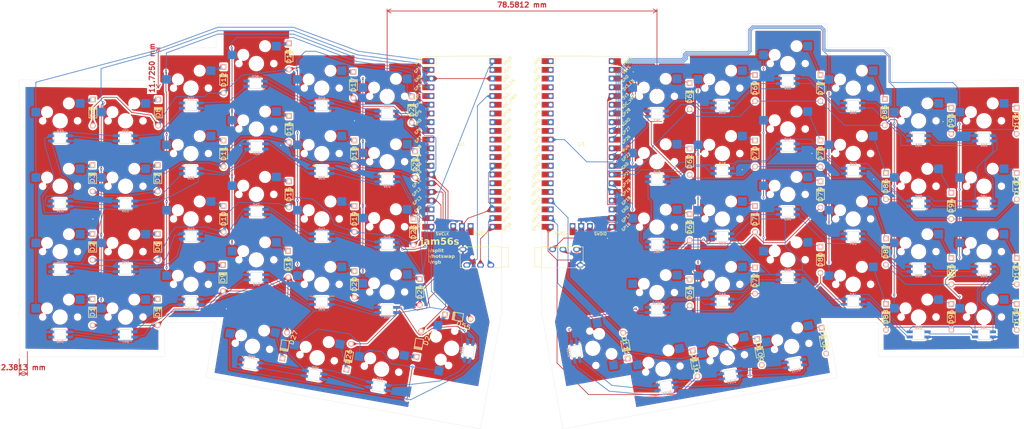
<source format=kicad_pcb>
(kicad_pcb (version 20240108) (generator "pcbnew") (generator_version "8.0")
  (layers (0 "F.Cu" signal) (31 "B.Cu" signal) (34 "B.Paste" user) (35 "F.Paste" user) (36 "B.SilkS" user "B.Silkscreen") (37 "F.SilkS" user "F.Silkscreen") (38 "B.Mask" user) (39 "F.Mask" user) (44 "Edge.Cuts" user))
  (net 0 "")
  (net 1 "Net-(D1-A)")
  (net 2 "Net-(D2-A)")
  (net 3 "Net-(D3-A)")
  (net 4 "Net-(D4-A)")
  (net 5 "Net-(D5-A)")
  (net 6 "Net-(D6-A)")
  (net 7 "Net-(D7-A)")
  (net 8 "Net-(D8-A)")
  (net 9 "Net-(D9-A)")
  (net 10 "Net-(D10-A)")
  (net 11 "Net-(D11-A)")
  (net 12 "Net-(D12-A)")
  (net 13 "Net-(D13-A)")
  (net 14 "Net-(D14-A)")
  (net 15 "Net-(D15-A)")
  (net 16 "Net-(D16-A)")
  (net 17 "Net-(D17-A)")
  (net 18 "Net-(D18-A)")
  (net 19 "Net-(D19-A)")
  (net 20 "Net-(D20-A)")
  (net 21 "Net-(D21-A)")
  (net 22 "Net-(D22-A)")
  (net 23 "Net-(D23-A)")
  (net 24 "Net-(D24-A)")
  (net 25 "Net-(D25-A)")
  (net 26 "Net-(D26-A)")
  (net 27 "Net-(D27-A)")
  (net 38 "Net-(U1-GPIO17)")
  (net 41 "Net-(U1-GPIO16)")
  (net 42 "MATRIX ROW 3")
  (net 43 "MATRIX ROW 2")
  (net 44 "MATRIX ROW 1")
  (net 45 "MATRIX ROW 0")
  (net 46 "GND")
  (net 47 "Net-(D28-DOUT)")
  (net 48 "+5V")
  (net 49 "LED_ROW1")
  (net 50 "Net-(D29-DOUT)")
  (net 51 "Net-(D30-DOUT)")
  (net 52 "Net-(D31-DOUT)")
  (net 53 "Net-(D32-DOUT)")
  (net 54 "LED ROW 2")
  (net 55 "Net-(D34-DOUT)")
  (net 56 "Net-(D35-DOUT)")
  (net 57 "Net-(D36-DOUT)")
  (net 58 "Net-(D37-DOUT)")
  (net 59 "Net-(D38-DOUT)")
  (net 60 "Net-(D39-DOUT)")
  (net 61 "LED ROW 3")
  (net 62 "Net-(D41-DOUT)")
  (net 63 "Net-(D42-DOUT)")
  (net 64 "Net-(D43-DOUT)")
  (net 65 "Net-(D44-DOUT)")
  (net 66 "Net-(D45-DOUT)")
  (net 67 "Net-(D46-DOUT)")
  (net 68 "LED ROW 4")
  (net 69 "Net-(D48-DOUT)")
  (net 70 "Net-(D49-DOUT)")
  (net 71 "Net-(D50-DOUT)")
  (net 72 "Net-(D51-DOUT)")
  (net 73 "Net-(D52-DOUT)")
  (net 74 "Net-(D53-DOUT)")
  (net 75 "MATRIX COL 0")
  (net 76 "MATRIX COL 6")
  (net 77 "MATRIX COL 5")
  (net 78 "MATRIX COL 1")
  (net 79 "MATRIX COL 2")
  (net 80 "MATRIX COL 4")
  (net 81 "+3V3")
  (net 82 "MATRIX COL 3")
  (net 89 "Net-(D55-A)")
  (net 91 "Net-(D54-DOUT)")
  (net 93 "Net-(D57-DOUT)")
  (net 94 "Net-(D58-DOUT)")
  (net 95 "Net-(D59-DOUT)")
  (net 96 "Net-(D60-DOUT)")
  (net 97 "Net-(D61-A)")
  (net 98 "Net-(D62-A)")
  (net 99 "Net-(D63-A)")
  (net 100 "Net-(D64-A)")
  (net 101 "Net-(D65-DOUT)")
  (net 102 "Net-(D67-DOUT)")
  (net 103 "Net-(D68-DOUT)")
  (net 104 "Net-(D69-A)")
  (net 105 "Net-(D70-A)")
  (net 106 "Net-(D71-A)")
  (net 107 "Net-(D72-A)")
  (net 108 "Net-(D73-DOUT)")
  (net 109 "Net-(D74-DOUT)")
  (net 110 "Net-(D75-DOUT)")
  (net 111 "Net-(D77-A)")
  (net 112 "Net-(D78-A)")
  (net 113 "Net-(D79-A)")
  (net 114 "Net-(D80-A)")
  (net 115 "Net-(D81-DOUT)")
  (net 116 "Net-(D82-DOUT)")
  (net 117 "Net-(D84-DOUT)")
  (net 118 "Net-(D85-A)")
  (net 119 "Net-(D86-A)")
  (net 120 "Net-(D87-A)")
  (net 121 "Net-(D88-A)")
  (net 122 "Net-(D89-DOUT)")
  (net 123 "Net-(D90-DOUT)")
  (net 124 "Net-(D100-DIN)")
  (net 125 "Net-(D93-A)")
  (net 126 "Net-(D94-A)")
  (net 127 "Net-(D95-A)")
  (net 128 "Net-(D96-A)")
  (net 129 "Net-(D100-DOUT)")
  (net 130 "Net-(D101-A)")
  (net 131 "Net-(D102-A)")
  (net 132 "Net-(D103-A)")
  (net 133 "Net-(D104-A)")
  (net 134 "Net-(D107-DOUT)")
  (net 135 "Net-(D108-A)")
  (net 136 "Net-(D109-A)")
  (net 137 "Net-(D110-A)")
  (net 138 "Net-(D111-A)")
  (net 149 "R_LED_ROW1")
  (net 150 "R_LED ROW 2")
  (net 151 "R_LED ROW 3")
  (net 152 "R_LED ROW 4")
  (net 153 "R_MATRIX ROW 0")
  (net 154 "R_MATRIX ROW 1")
  (net 155 "R_MATRIX ROW 2")
  (net 156 "R_MATRIX ROW 3")
  (net 157 "R_MATRIX COL 0")
  (net 158 "R_MATRIX COL 1")
  (net 159 "R_MATRIX COL 2")
  (net 160 "R_MATRIX COL 3")
  (net 161 "R_MATRIX COL 4")
  (net 162 "R_MATRIX COL 5")
  (net 163 "R_MATRIX COL 6")
  (net 164 "Net-(D92-DOUT)")
  (net 165 "Net-(D97-DOUT)")
  (net 166 "Net-(D98-DOUT)")
  (net 167 "Net-(D105-DOUT)")
  (net 168 "Net-(D106-DOUT)")
  (net 178 "Net-(U3-GPIO16)")
  (net 179 "Net-(U3-GPIO17)")
  (net 181 "Net-(D83-DOUT)")
  (footprint "Keebio:Diode" (layer "F.Cu") (at 112.6384 163.9521 -100)
    (property "Reference" "D26")
    (property "Value" "D" (hide yes))
  )
  (footprint "Keebio:Diode" (layer "F.Cu") (at 250.03125 85.725 90)
    (property "Reference" "D77")
    (property "Value" "D" (hide yes))
  )
  (footprint "Keebio:Diode" (layer "F.Cu") (at 76.2 104.775 90)
    (property "Reference" "D11")
    (property "Value" "D" (hide yes))
  )
  (footprint "Keebio:Diode" (layer "F.Cu") (at 288.13125 120.015 90)
    (property "Reference" "D94")
    (property "Value" "D" (hide yes))
  )
  (footprint "Keebio:Diode" (layer "F.Cu") (at 230.98125 141.775 90)
    (property "Reference" "D72")
    (property "Value" "D" (hide yes))
  )
  (footprint "Keebio:Diode" (layer "F.Cu") (at 76.2 123.825 90)
    (property "Reference" "D10")
    (property "Value" "D" (hide yes))
  )
  (footprint "Keebio:Diode" (layer "F.Cu") (at 57 112 90)
    (property "Reference" "D7")
    (property "Value" "D" (hide yes))
  )
  (footprint "Keebio:Diode" (layer "F.Cu") (at 38 132 90)
    (property "Reference" "D2")
    (property "Value" "D" (hide yes))
  )
  (footprint "Keebio:Diode" (layer "F.Cu") (at 288.13125 152.4 90)
    (property "Reference" "D96")
    (property "Value" "D" (hide yes))
  )
  (footprint "Keebio:TRRS-PJ-320A" (layer "F.Cu") (at 168.8 135 90)
    (property "Reference" "U4")
    (property "Value" "TRRS")
  )
  (footprint "Keebio:Diode" (layer "F.Cu") (at 268.75 92.75 90)
    (property "Reference" "D85")
    (property "Value" "D" (hide yes))
  )
  (footprint "Pico:RPi_Pico_SMD_TH" (layer "F.Cu") (at 180.34 102)
    (property "Reference" "U3")
    (property "Value" "Pico")
  )
  (footprint "Keebio:Diode" (layer "F.Cu") (at 211.93125 107.15625 90)
    (property "Reference" "D62")
    (property "Value" "D" (hide yes))
  )
  (footprint "Keebio:Diode" (layer "F.Cu") (at 114 84.81 90)
    (property "Reference" "D17")
    (property "Value" "D" (hide yes))
  )
  (footprint "Keebio:Diode" (layer "F.Cu") (at 38 151 90)
    (property "Reference" "D1")
    (property "Value" "D" (hide yes))
  )
  (footprint "Keebio:Diode" (layer "F.Cu") (at 269.08125 133.35 90)
    (property "Reference" "D87")
    (property "Value" "D" (hide yes))
  )
  (footprint "Keebio:Diode" (layer "F.Cu") (at 230.98125 123.825 90)
    (property "Reference" "D71")
    (property "Value" "D" (hide yes))
  )
  (footprint "Keebio:Diode" (layer "F.Cu") (at 133.35 145.1063 90)
    (property "Reference" "D24")
    (property "Value" "D" (hide yes))
  )
  (footprint "Keebio:Diode" (layer "F.Cu") (at 288.13125 95.25 90)
    (property "Reference" "D93")
    (property "Value" "D" (hide yes))
  )
  (footprint "Keebio:Diode" (layer "F.Cu") (at 114.3 104.775 90)
    (property "Reference" "D18")
    (property "Value" "D" (hide yes))
  )
  (footprint "Keebio:Diode" (layer "F.Cu") (at 38 112 90)
    (property "Reference" "D3")
    (property "Value" "D" (hide yes))
  )
  (footprint "Keebio:Diode" (layer "F.Cu") (at 230.98125 85.725 90)
    (property "Reference" "D69")
    (property "Value" "D" (hide yes))
  )
  (footprint "Keebio:Diode" (layer "F.Cu") (at 95.25 97.6312 90)
    (property "Reference" "D14")
    (property "Value" "D" (hide yes))
  )
  (footprint "Keebio:Diode" (layer "F.Cu") (at 57 132 90)
    (property "Reference" "D6")
    (property "Value" "D" (hide yes))
  )
  (footprint "Keebio:TRRS-PJ-320A" (layer "F.Cu") (at 157.2 135 -90)
    (property "Reference" "U2")
    (property "Value" "TRRS")
  )
  (footprint "Keebio:Diode" (layer "F.Cu") (at 95 137 90)
    (property "Reference" "D16")
    (property "Value" "D" (hide yes))
  )
  (footprint "Keebio:Diode" (layer "F.Cu") (at 269.08125 152.4 90)
    (property "Reference" "D88")
    (property "Value" "D" (hide yes))
  )
  (footprint "Keebio:Diode" (layer "F.Cu") (at 133.0384 160.2521 -100)
    (property "Reference" "D25")
    (property "Value" "D" (hide yes))
  )
  (footprint "Keebio:Diode" (layer "F.Cu") (at 250.03125 116.68125 90)
    (property "Reference" "D79")
    (property "Value" "D" (hide yes))
  )
  (footprint "Keebio:Diode" (layer "F.Cu") (at 95.25 76.4828 90)
    (property "Reference" "D13")
    (property "Value" "D" (hide yes))
  )
  (footprint "Keebio:Diode" (layer "F.Cu") (at 307.18125 114.3 90)
    (property "Reference" "D102")
    (property "Value" "D" (hide yes))
  )
  (footprint "Keebio:Diode" (layer "F.Cu") (at 307.18125 139.065 90)
    (property "Reference" "D103")
    (property "Value" "D" (hide yes))
  )
  (footprint "Keebio:Diode" (layer "F.Cu") (at 57.15 92.8687 90)
    (property "Reference" "D8")
    (property "Value" "D" (hide yes))
  )
  (footprint "Keebio:Diode" (layer "F.Cu") (at 307.18125 152.4 90)
    (property "Reference" "D104")
    (property "Value" "D" (hide yes))
  )
  (footprint "Keebio:Diode" (layer "F.Cu") (at 251.037106 159.302302 100)
    (property "Reference" "D108")
    (property "Value" "D" (hide yes))
  )
  (footprint "Keebio:Diode" (layer "F.Cu") (at 269.08125 114.3 90)
    (property "Reference" "D86")
    (property "Value" "D" (hide yes))
  )
  (footprint "Keebio:Diode" (layer "F.Cu") (at 38.1 92.8687 90)
    (property "Reference" "D4")
    (property "Value" "D" (hide yes))
  )
  (footprint "Keebio:Diode" (layer "F.Cu") (at 250.03125 135.73125 90)
    (property "Reference" "D80")
    (property "Value" "D" (hide yes))
  )
  (footprint "Keebio:Diode" (layer "F.Cu") (at 288.13125 139.065 90)
    (property "Reference" "D95")
    (property "Value" "D" (hide yes))
  )
  (footprint "Keebio:Diode" (layer "F.Cu") (at 132 108 90)
    (property "Reference" "D22")
    (property "Value" "D" (hide yes))
  )
  (footprint "Keebio:Diode" (layer "F.Cu") (at 211.93125 145.25625 90)
    (property "Reference" "D64")
    (property "Value" "D" (hide yes))
  )
  (footprint "Keebio:Diode" (layer "F.Cu") (at 76 141 90)
    (property "Reference" "D9")
    (property "Value" "D" (hide yes))
  )
  (footprint "Keebio:Diode" (layer "F.Cu") (at 211.93125 126.20625 90)
    (property "Reference" "D63")
    (property "Value" "D" (hide yes))
  )
  (footprint "Keebio:Diode" (layer "F.Cu") (at 131.5 127.69 90)
    (property "Reference" "D23")
    (property "Value" "D" (hide yes))
  )
  (footprint "Keebio:Diode" (layer "F.Cu") (at 230.98125 104.775 90)
    (property "Reference" "D70")
    (property "Value" "D" (hide yes))
  )
  (footprint "Keebio:Diode" (layer "F.Cu") (at 307.18125 95.25 90)
    (property "Reference" "D101")
    (property "Value" "D" (hide yes))
  )
  (footprint "Keebio:Diode" (layer "F.Cu") (at 213.51593 165.918298 100)
    (property "Reference" "D110")
    (property "Value" "D" (hide yes))
  )
  (footprint "Keebio:Diode" (layer "F.Cu") (at 114.3 142.875 90)
    (property "Reference" "D20")
    (property "Value" "D" (hide yes))
  )
  (footprint "Keebio:Diode" (layer "F.Cu") (at 232.276518 162.6103 100)
    (property "Reference" "D109")
    (property "Value" "D" (hide yes))
  )
  (footprint "Pico:RPi_Pico_SMD_TH" (layer "F.Cu") (at 145.6 102)
    (property "Reference" "U1")
    (property "Value" "Pico")
  )
  (footprint "Keebio:Diode" (layer "F.Cu") (at 57 151 90)
    (property "Reference" "D5")
    (property "Value" "D" (hide yes))
  )
  (footprint "Keebio:Diode" (layer "F.Cu") (at 144.4 152.3 170)
    (property "Reference" "D55")
    (property "Value" "D" (hide yes))
  )
  (footprint "Keebio:Diode" (layer "F.Cu") (at 250.03125 104.775 90)
    (property "Reference" "D78")
    (property "Value" "D" (hide yes))
  )
  (footprint "Keebio:Diode" (layer "F.Cu") (at 114.3 123.825 90)
    (property "Reference" "D19")
    (property "Value" "D" (hide yes))
  )
  (footprint "Keebio:Diode" (layer "F.Cu") (at 211.93125 88.10625 90)
    (property "Reference" "D61")
    (property "Value" "D" (hide yes))
  )
  (footprint "Keebio:Diode" (layer "F.Cu") (at 76.2 83.3437 90)
    (property "Reference" "D12")
    (property "Value" "D" (hide yes))
  )
  (footprint "Keebio:Diode" (layer "F.Cu") (at 94 160.7 -100)
    (property "Reference" "D27")
    (property "Value" "D" (hide yes))
  )
  (footprint "Keebio:Diode" (layer "F.Cu") (at 131 92 90)
    (property "Reference" "D21")
    (property "Value" "D" (hide yes))
  )
  (footprint "Keebio:Diode" (layer "F.Cu") (at 95.25 116.6812 90)
    (property "Reference" "D15")
    (property "Value" "D" (hide yes))
  )
  (footprint "Keebio:Diode" (layer "F.Cu") (at 193.25 160.75 -80)
    (property "Reference" "D111")
    (property "Value" "D" (hide yes))
  )
  (footprint "cheyao:SK6812MINI-E" (layer "B.Cu") (at 47.625 138.43)
    (property "Reference" "D44")
    (property "Value" "SK6812MINI" (hide yes))
    (fp_line (start -1.7 -1.5) (end 1.7 -1.5) (stroke (width 0.12)) (layer "Edge.Cuts"))
    (fp_line (start -1.7 1.5) (end -1.7 -1.5) (stroke (width 0.12)) (layer "Edge.Cuts"))
    (fp_line (start 1.7 -1.5) (end 1.7 1.5) (stroke (width 0.12)) (layer "Edge.Cuts"))
    (fp_line (start 1.7 1.5) (end -1.7 1.5) (stroke (width 0.12)) (layer "Edge.Cuts"))
  )
  (footprint "cheyao:SK6812MINI-E" (layer "B.Cu") (at 221.45625 109.835)
    (property "Reference" "D75")
    (property "Value" "SK6812MINI" (hide yes))
    (fp_line (start -1.7 -1.5) (end 1.7 -1.5) (stroke (width 0.12)) (layer "Edge.Cuts"))
    (fp_line (start -1.7 1.5) (end -1.7 -1.5) (stroke (width 0.12)) (layer "Edge.Cuts"))
    (fp_line (start 1.7 -1.5) (end 1.7 1.5) (stroke (width 0.12)) (layer "Edge.Cuts"))
    (fp_line (start 1.7 1.5) (end -1.7 1.5) (stroke (width 0.12)) (layer "Edge.Cuts"))
  )
  (footprint "MX_Hotswap:MX-Hotswap-1U" (layer "B.Cu") (at 222.896224 164.264299 -170)
    (property "Reference" "S54")
    (property "Value" "SW_Push_45deg")
  )
  (footprint "MX_Hotswap:MX-Hotswap-1U" (layer "B.Cu") (at 47.625 114.3 180)
    (property "Reference" "S7")
    (property "Value" "SW_Push_45deg")
  )
  (footprint "cheyao:SK6812MINI-E" (layer "B.Cu") (at 240.50625 121.74125 180)
    (property "Reference" "D83")
    (property "Value" "SK6812MINI" (hide yes))
    (fp_line (start 1.7 1.5) (end -1.7 1.5) (stroke (width 0.12)) (layer "Edge.Cuts"))
    (fp_line (start 1.7 -1.5) (end 1.7 1.5) (stroke (width 0.12)) (layer "Edge.Cuts"))
    (fp_line (start -1.7 1.5) (end -1.7 -1.5) (stroke (width 0.12)) (layer "Edge.Cuts"))
    (fp_line (start -1.7 -1.5) (end 1.7 -1.5) (stroke (width 0.12)) (layer "Edge.Cuts"))
  )
  (footprint "cheyao:SK6812MINI-E" (layer "B.Cu") (at 85.725 121.7612)
    (property "Reference" "D42")
    (property "Value" "SK6812MINI" (hide yes))
    (fp_line (start -1.7 -1.5) (end 1.7 -1.5) (stroke (width 0.12)) (layer "Edge.Cuts"))
    (fp_line (start -1.7 1.5) (end -1.7 -1.5) (stroke (width 0.12)) (layer "Edge.Cuts"))
    (fp_line (start 1.7 -1.5) (end 1.7 1.5) (stroke (width 0.12)) (layer "Edge.Cuts"))
    (fp_line (start 1.7 1.5) (end -1.7 1.5) (stroke (width 0.12)) (layer "Edge.Cuts"))
  )
  (footprint "cheyao:SK6812MINI-E" (layer "B.Cu") (at 202.40625 131.26625 180)
    (property "Reference" "D81")
    (property "Value" "SK6812MINI" (hide yes))
    (fp_line (start 1.7 1.5) (end -1.7 1.5) (stroke (width 0.12)) (layer "Edge.Cuts"))
    (fp_line (start 1.7 -1.5) (end 1.7 1.5) (stroke (width 0.12)) (layer "Edge.Cuts"))
    (fp_line (start -1.7 1.5) (end -1.7 -1.5) (stroke (width 0.12)) (layer "Edge.Cuts"))
    (fp_line (start -1.7 -1.5) (end 1.7 -1.5) (stroke (width 0.12)) (layer "Edge.Cuts"))
  )
  (footprint "cheyao:SK6812MINI-E" (layer "B.Cu") (at 104.775 109.855 180)
    (property "Reference" "D38")
    (property "Value" "SK6812MINI" (hide yes))
    (fp_line (start 1.7 1.5) (end -1.7 1.5) (stroke (width 0.12)) (layer "Edge.Cuts"))
    (fp_line (start 1.7 -1.5) (end 1.7 1.5) (stroke (width 0.12)) (layer "Edge.Cuts"))
    (fp_line (start -1.7 1.5) (end -1.7 -1.5) (stroke (width 0.12)) (layer "Edge.Cuts"))
    (fp_line (start -1.7 -1.5) (end 1.7 -1.5) (stroke (width 0.12)) (layer "Edge.Cuts"))
  )
  (footprint "MX_Hotswap:MX-Hotswap-1U" (layer "B.Cu") (at 202.40625 88.10625 180)
    (property "Reference" "S29")
    (property "Value" "SW_Push_45deg")
  )
  (footprint "MX_Hotswap:MX-Hotswap-1U" (layer "B.Cu") (at 66.675 104.775 180)
    (property "Reference" "S11")
    (property "Value" "SW_Push_45deg")
  )
  (footprint "cheyao:SK6812MINI-E" (layer "B.Cu") (at 47.625 157.48 180)
    (property "Reference" "D47")
    (property "Value" "SK6812MINI" (hide yes))
    (fp_line (start 1.7 1.5) (end -1.7 1.5) (stroke (width 0.12)) (layer "Edge.Cuts"))
    (fp_line (start 1.7 -1.5) (end 1.7 1.5) (stroke (width 0.12)) (layer "Edge.Cuts"))
    (fp_line (start -1.7 1.5) (end -1.7 -1.5) (stroke (width 0.12)) (layer "Edge.Cuts"))
    (fp_line (start -1.7 -1.5) (end 1.7 -1.5) (stroke (width 0.12)) (layer "Edge.Cuts"))
  )
  (footprint "MX_Hotswap:MX-Hotswap-1U" (layer "B.Cu") (at 221.45625 85.725 180)
    (property "Reference" "S33")
    (property "Value" "SW_Push_45deg")
  )
  (footprint "cheyao:SK6812MINI-E" (layer "B.Cu") (at 205.017736 172.575097 -170)
    (property "Reference" "D106")
    (property "Value" "SK6812MINI" (hide yes))
    (fp_line (start 1.7 1.5) (end -1.7 1.5) (stroke (width 0.12)) (layer "Edge.Cuts"))
    (fp_line (start 1.7 -1.5) (end 1.7 1.5) (stroke (width 0.12)) (layer "Edge.Cuts"))
    (fp_line (start -1.7 1.5) (end -1.7 -1.5) (stroke (width 0.12)) (layer "Edge.Cuts"))
    (fp_line (start -1.7 -1.5) (end 1.7 -1.5) (stroke (width 0.12)) (layer "Edge.Cuts"))
  )
  (footprint "MX_Hotswap:MX-Hotswap-1U" (layer "B.Cu") (at 104.775 142.875 180)
    (property "Reference" "S17")
    (property "Value" "SW_Push_45deg")
  )
  (footprint "MX_Hotswap:MX-Hotswap-1U" (layer "B.Cu") (at 47.625 133.35 180)
    (property "Reference" "S6")
    (property "Value" "SW_Push_45deg")
  )
  (footprint "cheyao:SK6812MINI-E" (layer "B.Cu") (at 278.60625 138.41 180)
    (property "Reference" "D89")
    (property "Value" "SK6812MINI" (hide yes))
    (fp_line (start 1.7 1.5) (end -1.7 1.5) (stroke (width 0.12)) (layer "Edge.Cuts"))
    (fp_line (start 1.7 -1.5) (end 1.7 1.5) (stroke (width 0.12)) (layer "Edge.Cuts"))
    (fp_line (start -1.7 1.5) (end -1.7 -1.5) (stroke (width 0.12)) (layer "Edge.Cuts"))
    (fp_line (start -1.7 -1.5) (end 1.7 -1.5) (stroke (width 0.12)) (layer "Edge.Cuts"))
  )
  (footprint "MX_Hotswap:MX-Hotswap-1U" (layer "B.Cu") (at 85.725 135.7312 180)
    (property "Reference" "S13")
    (property "Value" "SW_Push_45deg")
  )
  (footprint "MX_Hotswap:MX-Hotswap-1U" (layer "B.Cu") (at 297.65625 95.25 180)
    (property "Reference" "S49")
    (property "Value" "SW_Push_45deg")
  )
  (footprint "MX_Hotswap:MX-Hotswap-1U" (layer "B.Cu") (at 204.135636 167.572297 -170)
    (property "Reference" "S55")
    (property "Value" "SW_Push_45deg")
  )
  (footprint "cheyao:SK6812MINI-E" (layer "B.Cu") (at 121.3033 172.5751 -10)
    (property "Reference" "D53")
    (property "Value" "SK6812MINI" (hide yes))
    (fp_line (start -1.7 1.5) (end -1.7 -1.5) (stroke (width 0.12)) (layer "Edge.Cuts"))
    (fp_line (start -1.7 -1.5) (end 1.7 -1.5) (stroke (width 0.12)) (layer "Edge.Cuts"))
    (fp_line (start 1.7 1.5) (end -1.7 1.5) (stroke (width 0.12)) (layer "Edge.Cuts"))
    (fp_line (start 1.7 -1.5) (end 1.7 1.5) (stroke (width 0.12)) (layer "Edge.Cuts"))
  )
  (footprint "cheyao:SK6812MINI-E" (layer "B.Cu") (at 240.50625 102.69125)
    (property "Reference" "D74")
    (property "Value" "SK6812MINI" (hide yes))
    (fp_line (start -1.7 -1.5) (end 1.7 -1.5) (stroke (width 0.12)) (layer "Edge.Cuts"))
    (fp_line (start -1.7 1.5) (end -1.7 -1.5) (stroke (width 0.12)) (layer "Edge.Cuts"))
    (fp_line (start 1.7 -1.5) (end 1.7 1.5) (stroke (width 0.12)) (layer "Edge.Cuts"))
    (fp_line (start 1.7 1.5) (end -1.7 1.5) (stroke (width 0.12)) (layer "Edge.Cuts"))
  )
  (footprint "MX_Hotswap:MX-Hotswap-1U" (layer "B.Cu") (at 28.575 152.4 180)
    (property "Reference" "S1")
    (property "Value" "SW_Push_45deg")
  )
  (footprint "cheyao:SK6812MINI-E" (layer "B.Cu") (at 123.825 131.2862)
    (property "Reference" "D40")
    (property "Value" "SK6812MINI" (hide yes))
    (fp_line (start -1.7 -1.5) (end 1.7 -1.5) (stroke (width 0.12)) (layer "Edge.Cuts"))
    (fp_line (start -1.7 1.5) (end -1.7 -1.5) (stroke (width 0.12)) (layer "Edge.Cuts"))
    (fp_line (start 1.7 -1.5) (end 1.7 1.5) (stroke (width 0.12)) (layer "Edge.Cuts"))
    (fp_line (start 1.7 1.5) (end -1.7 1.5) (stroke (width 0.12)) (layer "Edge.Cuts"))
  )
  (footprint "cheyao:SK6812MINI-E" (layer "B.Cu") (at 202.40625 93.16625 180)
    (property "Reference" "D57")
    (property "Value" "SK6812MINI" (hide yes))
    (fp_line (start 1.7 1.5) (end -1.7 1.5) (stroke (width 0.12)) (layer "Edge.Cuts"))
    (fp_line (start 1.7 -1.5) (end 1.7 1.5) (stroke (width 0.12)) (layer "Edge.Cuts"))
    (fp_line (start -1.7 1.5) (end -1.7 -1.5) (stroke (width 0.12)) (layer "Edge.Cuts"))
    (fp_line (start -1.7 -1.5) (end 1.7 -1.5) (stroke (width 0.12)) (layer "Edge.Cuts"))
  )
  (footprint "MX_Hotswap:MX-Hotswap-1U" (layer "B.Cu") (at 259.55625 123.825 180)
    (property "Reference" "S43")
    (property "Value" "SW_Push_45deg")
  )
  (footprint "cheyao:SK6812MINI-E" (layer "B.Cu") (at 85.4312 84.4112)
    (property "Reference" "D30")
    (property "Value" "SK6812MINI" (hide yes))
    (fp_line (start -1.7 -1.5) (end 1.7 -1.5) (stroke (width 0.12)) (layer "Edge.Cuts"))
    (fp_line (start -1.7 1.5) (end -1.7 -1.5) (stroke (width 0.12)) (layer "Edge.Cuts"))
    (fp_line (start 1.7 -1.5) (end 1.7 1.5) (stroke (width 0.12)) (layer "Edge.Cuts"))
    (fp_line (start 1.7 1.5) (end -1.7 1.5) (stroke (width 0.12)) (layer "Edge.Cuts"))
  )
  (footprint "Keebio:SK6812-MINI-E" (layer "B.Cu") (at 84 166 -10)
    (property "Reference" "D56")
    (property "Value" "SK6812MINI" (hide yes))
    (fp_line (start -1.9 1.3) (end -1.9 -1.3) (stroke (width 0.12)) (layer "Edge.Cuts"))
    (fp_line (start -1.7 -1.500004) (end 1.699998 -1.5) (stroke (width 0.12)) (layer "Edge.Cuts"))
    (fp_line (start 1.7 1.500004) (end -1.699998 1.5) (stroke (width 0.12)) (layer "Edge.Cuts"))
    (fp_line (start 1.9 -1.3) (end 1.9 1.3) (stroke (width 0.12)) (layer "Edge.Cuts"))
    (fp_arc (start -1.699998 1.5) (mid -1.841421 1.441423) (end -1.9 1.3) (stroke (width 0.12)) (layer "Edge.Cuts"))
    (fp_arc (start -1.9 -1.3) (mid -1.841421 -1.441422) (end -1.7 -1.500004) (stroke (width 0.12)) (layer "Edge.Cuts"))
    (fp_arc (start 1.9 1.3) (mid 1.841421 1.441421) (end 1.7 1.500004) (stroke (width 0.12)) (layer "Edge.Cuts"))
    (fp_arc (start 1.699998 -1.5) (mid 1.84142 -1.441423) (end 1.9 -1.3) (stroke (width 0.12)) (layer "Edge.Cuts"))
  )
  (footprint "cheyao:SK6812MINI-E" (layer "B.Cu") (at 223.778324 169.267099 -170)
    (property "Reference" "D107")
    (property "Value" "SK6812MINI" (hide yes))
    (fp_line (start 1.7 1.5) (end -1.7 1.5) (stroke (width 0.12)) (layer "Edge.Cuts"))
    (fp_line (start 1.7 -1.5) (end 1.7 1.5) (stroke (width 0.12)) (layer "Edge.Cuts"))
    (fp_line (start -1.7 1.5) (end -1.7 -1.5) (stroke (width 0.12)) (layer "Edge.Cuts"))
    (fp_line (start -1.7 -1.5) (end 1.7 -1.5) (stroke (width 0.12)) (layer "Edge.Cuts"))
  )
  (footprint "MX_Hotswap:MX-Hotswap-1U" (layer "B.Cu") (at 278.60625 133.35 180)
    (property "Reference" "S47")
    (property "Value" "SW_Push_45deg")
  )
  (footprint "cheyao:SK6812MINI-E" (layer "B.Cu") (at 28.575 157.48 180)
    (property "Reference" "D46")
    (property "Value" "SK6812MINI" (hide yes))
    (fp_line (start 1.7 1.5) (end -1.7 1.5) (stroke (width 0.12)) (layer "Edge.Cuts"))
    (fp_line (start 1.7 -1.5) (end 1.7 1.5) (stroke (width 0.12)) (layer "Edge.Cuts"))
    (fp_line (start -1.7 1.5) (end -1.7 -1.5) (stroke (width 0.12)) (layer "Edge.Cuts"))
    (fp_line (start -1.7 -1.5) (end 1.7 -1.5) (stroke (width 0.12)) (layer "Edge.Cuts"))
  )
  (footprint "cheyao:SK6812MINI-E" (layer "B.Cu") (at 66.675 109.855 180)
    (property "Reference" "D36")
    (property "Value" "SK6812MINI" (hide yes))
    (fp_line (start 1.7 1.5) (end -1.7 1.5) (stroke (width 0.12)) (layer "Edge.Cuts"))
    (fp_line (start 1.7 -1.5) (end 1.7 1.5) (stroke (width 0.12)) (layer "Edge.Cuts"))
    (fp_line (start -1.7 1.5) (end -1.7 -1.5) (stroke (width 0.12)) (layer "Edge.Cuts"))
    (fp_line (start -1.7 -1.5) (end 1.7 -1.5) (stroke (width 0.12)) (layer "Edge.Cuts"))
  )
  (footprint "cheyao:SK6812MINI-E" (layer "B.Cu") (at 66.675 147.955 180)
    (property "Reference" "D48")
    (property "Value" "SK6812MINI" (hide yes))
    (fp_line (start 1.7 1.5) (end -1.7 1.5) (stroke (width 0.12)) (layer "Edge.Cuts"))
    (fp_line (start 1.7 -1.5) (end 1.7 1.5) (stroke (width 0.12)) (layer "Edge.Cuts"))
    (fp_line (start -1.7 1.5) (end -1.7 -1.5) (stroke (width 0.12)) (layer "Edge.Cuts"))
    (fp_line (start -1.7 -1.5) (end 1.7 -1.5) (stroke (width 0.12)) (layer "Edge.Cuts"))
  )
  (footprint "MX_Hotswap:MX-Hotswap-1U" (layer "B.Cu") (at 241.656812 160.956301 -170)
    (property "Reference" "S53")
    (property "Value" "SW_Push_45deg")
  )
  (footprint "cheyao:SK6812MINI-E" (layer "B.Cu") (at 221.45625 90.785 180)
    (property "Reference" "D58")
    (property "Value" "SK6812MINI" (hide yes))
    (fp_line (start 1.7 1.5) (end -1.7 1.5) (stroke (width 0.12)) (layer "Edge.Cuts"))
    (fp_line (start 1.7 -1.5) (end 1.7 1.5) (stroke (width 0.12)) (layer "Edge.Cuts"))
    (fp_line (start -1.7 1.5) (end -1.7 -1.5) (stroke (width 0.12)) (layer "Edge.Cuts"))
    (fp_line (start -1.7 -1.5) (end 1.7 -1.5) (stroke (width 0.12)) (layer "Edge.Cuts"))
  )
  (footprint "MX_Hotswap:MX-Hotswap-1U" (layer "B.Cu") (at 85.725 97.6312 180)
    (property "Reference" "S15")
    (property "Value" "SW_Push_45deg")
  )
  (footprint "MX_Hotswap:MX-Hotswap-1U" (layer "B.Cu") (at 123.825 145.1063 180)
    (property "Reference" "S21")
    (property "Value" "SW_Push_45deg")
  )
  (footprint "cheyao:SK6812MINI-E" (layer "B.Cu") (at 102.5427 169.2671 -10)
    (property "Reference" "D54")
    (property "Value" "SK6812MINI" (hide yes))
    (fp_line (start -1.7 1.5) (end -1.7 -1.5) (stroke (width 0.12)) (layer "Edge.Cuts"))
    (fp_line (start -1.7 -1.5) (end 1.7 -1.5) (stroke (width 0.12)) (layer "Edge.Cuts"))
    (fp_line (start 1.7 1.5) (end -1.7 1.5) (stroke (width 0.12)) (layer "Edge.Cuts"))
    (fp_line (start 1.7 -1.5) (end 1.7 1.5) (stroke (width 0.12)) (layer "Edge.Cuts"))
  )
  (footprint "cheyao:SK6812MINI-E" (layer "B.Cu") (at 202.40625 150.31625)
    (property "Reference" "D100")
    (property "Value" "SK6812MINI" (hide yes))
    (fp_line (start -1.7 -1.5) (end 1.7 -1.5) (stroke (width 0.12)) (layer "Edge.Cuts"))
    (fp_line (start -1.7 1.5) (end -1.7 -1.5) (stroke (width 0.12)) (layer "Edge.Cuts"))
    (fp_line (start 1.7 -1.5) (end 1.7 1.5) (stroke (width 0.12)) (layer "Edge.Cuts"))
    (fp_line (start 1.7 1.5) (end -1.7 1.5) (stroke (width 0.12)) (layer "Edge.Cuts"))
  )
  (footprint "cheyao:SK6812MINI-E" (layer "B.Cu") (at 28.575 119.38 180)
    (property "Reference" "D34")
    (property "Value" "SK6812MINI" (hide yes))
    (fp_line (start 1.7 1.5) (end -1.7 1.5) (stroke (width 0.12)) (layer "Edge.Cuts"))
    (fp_line (start 1.7 -1.5) (end 1.7 1.5) (stroke (width 0.12)) (layer "Edge.Cuts"))
    (fp_line (start -1.7 1.5) (end -1.7 -1.5) (stroke (width 0.12)) (layer "Edge.Cuts"))
    (fp_line (start -1.7 -1.5) (end 1.7 -1.5) (stroke (width 0.12)) (layer "Edge.Cuts"))
  )
  (footprint "MX_Hotswap:MX-Hotswap-1U" (layer "B.Cu") (at 66.675 142.875 180)
    (property "Reference" "S9")
    (property "Value" "SW_Push_45deg")
  )
  (footprint "cheyao:SK6812MINI-E" (layer "B.Cu") (at 297.65625 138.41 180)
    (property "Reference" "D90")
    (property "Value" "SK6812MINI" (hide yes))
    (fp_line (start 1.7 1.5) (end -1.7 1.5) (stroke (width 0.12)) (layer "Edge.Cuts"))
    (fp_line (start 1.7 -1.5) (end 1.7 1.5) (stroke (width 0.12)) (layer "Edge.Cuts"))
    (fp_line (start -1.7 1.5) (end -1.7 -1.5) (stroke (width 0.12)) (layer "Edge.Cuts"))
    (fp_line (start -1.7 -1.5) (end 1.7 -1.5) (stroke (width 0.12)) (layer "Edge.Cuts"))
  )
  (footprint "cheyao:SK6812MINI-E" (layer "B.Cu") (at 85.725 140.8112 180)
    (property "Reference" "D49")
    (property "Value" "SK6812MINI" (hide yes))
    (fp_line (start 1.7 1.5) (end -1.7 1.5) (stroke (width 0.12)) (layer "Edge.Cuts"))
    (fp_line (start 1.7 -1.5) (end 1.7 1.5) (stroke (width 0.12)) (layer "Edge.Cuts"))
    (fp_line (start -1.7 1.5) (end -1.7 -1.5) (stroke (width 0.12)) (layer "Edge.Cuts"))
    (fp_line (start -1.7 -1.5) (end 1.7 -1.5) (stroke (width 0.12)) (layer "Edge.Cuts"))
  )
  (footprint "MX_Hotswap:MX-Hotswap-1U" (layer "B.Cu") (at 85.725 78.5812 180)
    (property "Reference" "S16")
    (property "Value" "SW_Push_45deg")
  )
  (footprint "MX_Hotswap:MX-Hotswap-1U" (layer "B.Cu") (at 28.575 133.35 180)
    (property "Reference" "S2")
    (property "Value" "SW_Push_45deg")
  )
  (footprint "MX_Hotswap:MX-Hotswap-1U" (layer "B.Cu") (at 123.825 126.1063 180)
    (property "Reference" "S22")
    (property "Value" "SW_Push_45deg")
  )
  (footprint "MX_Hotswap:MX-Hotswap-1U" (layer "B.Cu") (at 202.40625 145.25625 180)
    (property "Reference" "S32")
    (property "Value" "SW_Push_45deg")
  )
  (footprint "MX_Hotswap:MX-Hotswap-1U" (layer "B.Cu") (at 221.45625 123.825 180)
    (property "Reference" "S35")
    (property "Value" "SW_Push_45deg")
  )
  (footprint "MX_Hotswap:MX-Hotswap-1U" (layer "B.Cu") (at 47.625 152.4 180)
    (property "Reference" "S5")
    (property "Value" "SW_Push_45deg")
  )
  (footprint "cheyao:SK6812MINI-E" (layer "B.Cu") (at 104.775 90.805)
    (property "Reference" "D29")
    (property "Value" "SK6812MINI" (hide yes))
    (fp_line (start -1.7 -1.5) (end 1.7 -1.5) (stroke (width 0.12)) (layer "Edge.Cuts"))
    (fp_line (start -1.7 1.5) (end -1.7 -1.5) (stroke (width 0.12)) (layer "Edge.Cuts"))
    (fp_line (start 1.7 -1.5) (end 1.7 1.5) (stroke (width 0.12)) (layer "Edge.Cuts"))
    (fp_line (start 1.7 1.5) (end -1.7 1.5) (stroke (width 0.12)) (layer "Edge.Cuts"))
  )
  (footprint "cheyao:SK6812MINI-E" (layer "B.Cu") (at 147.6028 162.3821 80)
    (property "Reference" "D52")
    (property "Value" "SK6812MINI" (hide yes))
    (fp_line (start -1.7 -1.500004) (end 1.7 -1.5) (stroke (width 0.12)) (layer "Edge.Cuts"))
    (fp_line (start 1.7 -1.5) (end 1.7 1.500004) (stroke (width 0.12)) (layer "Edge.Cuts"))
    (fp_line (start -1.7 1.5) (end -1.7 -1.500004) (stroke (width 0.12)) (layer "Edge.Cuts"))
    (fp_line (start 1.7 1.500004) (end -1.7 1.5) (stroke (width 0.12)) (layer "Edge.Cuts"))
  )
  (footprint "cheyao:SK6812MINI-E" (layer "B.Cu") (at 66.675 128.905)
    (property "Reference" "D43")
    (property "Value" "SK6812MINI" (hide yes))
    (fp_line (start -1.7 -1.5) (end 1.7 -1.5) (stroke (width 0.12)) (layer "Edge.Cuts"))
    (fp_line (start -1.7 1.5) (end -1.7 -1.5) (stroke (width 0.12)) (layer "Edge.Cuts"))
    (fp_line (start 1.7 -1.5) (end 1.7 1.5) (stroke (width 0.12)) (layer "Edge.Cuts"))
    (fp_line (start 1.7 1.5) (end -1.7 1.5) (stroke (width 0.12)) (layer "Edge.Cuts"))
  )
  (footprint "MX_Hotswap:MX-Hotswap-1U" (layer "B.Cu") (at 297.65625 133.35 180)
    (property "Reference" "S51")
    (property "Value" "SW_Push_45deg")
  )
  (footprint "MX_Hotswap:MX-Hotswap-1U" (layer "B.Cu") (at 278.60625 152.4 180)
    (property "Reference" "S48")
    (property "Value" "SW_Push_45deg")
  )
  (footprint "MX_Hotswap:MX-Hotswap-1U" (layer "B.Cu") (at 202.40625 107.15625 180)
    (property "Reference" "S30")
    (property "Value" "SW_Push_45deg")
  )
  (footprint "MX_Hotswap:MX-Hotswap-1U" (layer "B.Cu") (at 259.55625 104.775 180)
    (property "Reference" "S42")
    (property "Value" "SW_Push_45deg")
  )
  (footprint "MX_Hotswap:MX-Hotswap-1U" (layer "B.Cu") (at 122.1854 167.5723 170)
    (property "Reference" "S27")
    (property "Value" "SW_Push_45deg")
  )
  (footprint "cheyao:SK6812MINI-E" (layer "B.Cu") (at 221.45625 147.935)
    (property "Reference" "D99")
    (property "Value" "SK6812MINI" (hide yes))
    (fp_line (start -1.7 -1.5) (end 1.7 -1.5) (stroke (width 0.12)) (layer "Edge.Cuts"))
    (fp_line (start -1.7 1.5) (end -1.7 -1.5) (stroke (width 0.12)) (layer "Edge.Cuts"))
    (fp_line (start 1.7 -1.5) (end 1.7 1.5) (stroke (width 0.12)) (layer "Edge.Cuts"))
    (fp_line (start 1.7 1.5) (end -1.7 1.5) (stroke (width 0.12)) (layer "Edge.Cuts"))
  )
  (footprint "MX_Hotswap:MX-Hotswap-1U" (layer "B.Cu") (at 47.625 95.25 180)
    (property "Reference" "S8")
    (property "Value" "SW_Push_45deg")
  )
  (footprint "cheyao:SK6812MINI-E" (layer "B.Cu") (at 242.538912 165.959101 -170)
    (property "Reference" "D112")
    (property "Value" "SK6812MINI" (hide yes))
    (fp_line (start 1.7 1.5) (end -1.7 1.5) (stroke (width 0.12)) (layer "Edge.Cuts"))
    (fp_line (start 1.7 -1.5) (end 1.7 1.5) (stroke (width 0.12)) (layer "Edge.Cuts"))
    (fp_line (start -1.7 1.5) (end -1.7 -1.5) (stroke (width 0.12)) (layer "Edge.Cuts"))
    (fp_line (start -1.7 -1.5) (end 1.7 -1.5) (stroke (width 0.12)) (layer "Edge.Cuts"))
  )
  (footprint "MX_Hotswap:MX-Hotswap-1U" (layer "B.Cu") (at 221.45625 142.875 180)
    (property "Reference" "S36")
    (property "Value" "SW_Push_45deg")
  )
  (footprint "cheyao:SK6812MINI-E" (layer "B.Cu") (at 28.575 138.43)
    (property "Reference" "D45")
    (property "Value" "SK6812MINI" (hide yes))
    (fp_line (start -1.7 -1.5) (end 1.7 -1.5) (stroke (width 0.12)) (layer "Edge.Cuts"))
    (fp_line (start -1.7 1.5) (end -1.7 -1.5) (stroke (width 0.12)) (layer "Edge.Cuts"))
    (fp_line (start 1.7 -1.5) (end 1.7 1.5) (stroke (width 0.12)) (layer "Edge.Cuts"))
    (fp_line (start 1.7 1.5) (end -1.7 1.5) (stroke (width 0.12)) (layer "Edge.Cuts"))
  )
  (footprint "cheyao:SK6812MINI-E" (layer "B.Cu") (at 123.825 150.3362 180)
    (property "Reference" "D51")
    (property "Value" "SK6812MINI" (hide yes))
    (fp_line (start 1.7 1.5) (end -1.7 1.5) (stroke (width 0.12)) (layer "Edge.Cuts"))
    (fp_line (start 1.7 -1.5) (end 1.7 1.5) (stroke (width 0.12)) (layer "Edge.Cuts"))
    (fp_line (start -1.7 1.5) (end -1.7 -1.5) (stroke (width 0.12)) (layer "Edge.Cuts"))
    (fp_line (start -1.7 -1.5) (end 1.7 -1.5) (stroke (width 0.12)) (layer "Edge.Cuts"))
  )
  (footprint "cheyao:SK6812MINI-E" (layer "B.Cu") (at 104.775 147.955 180)
    (property "Reference" "D50")
    (property "Value" "SK6812MINI" (hide yes))
    (fp_line (start 1.7 1.5) (end -1.7 1.5) (stroke (width 0.12)) (layer "Edge.Cuts"))
    (fp_line (start 1.7 -1.5) (end 1.7 1.5) (stroke (width 0.12)) (layer "Edge.Cuts"))
    (fp_line (start -1.7 1.5) (end -1.7 -1.5) (stroke (width 0.12)) (layer "Edge.Cuts"))
    (fp_line (start -1.7 -1.5) (end 1.7 -1.5) (stroke (width 0.12)) (layer "Edge.Cuts"))
  )
  (footprint "MX_Hotswap:MX-Hotswap-1U" (layer "B.Cu") (at 123.825 88.1062 180)
    (property "Reference" "S24")
    (property "Value" "SW_Push_45deg")
  )
  (footprint "MX_Hotswap:MX-Hotswap-1U" (layer "B.Cu") (at 66.675 123.825 180)
    (property "Reference" "S10")
    (property "Value" "SW_Push_45deg")
  )
  (footprint "cheyao:SK6812MINI-E" (layer "B.Cu") (at 297.65625 100.31 180)
    (property "Reference" "D66")
    (property "Value" "SK6812MINI" (hide yes))
    (fp_line (start 1.7 1.5) (end -1.7 1.5) (stroke (width 0.12)) (layer "Edge.Cuts"))
    (fp_line (start 1.7 -1.5) (end 1.7 1.5) (stroke (width 0.12)) (layer "Edge.Cuts"))
    (fp_line (start -1.7 1.5) (end -1.7 -1.5) (stroke (width 0.12)) (layer "Edge.Cuts"))
    (fp_line (start -1.7 -1.5) (end 1.7 -1.5) (stroke (width 0.12)) (layer "Edge.Cuts"))
  )
  (footprint "MX_Hotswap:MX-Hotswap-1U" (layer "B.Cu") (at 221.45625 104.775 180)
    (property "Reference" "S34")
    (property "Value" "SW_Push_45deg")
  )
  (footprint "cheyao:SK6812MINI-E" (layer "B.Cu") (at 240.50625 140.79125)
    (property "Reference" "D98")
    (property "Value" "SK6812MINI" (hide yes))
    (fp_line (start -1.7 -1.5) (end 1.7 -1.5) (stroke (width 0.12)) (layer "Edge.Cuts"))
    (fp_line (start -1.7 1.5) (end -1.7 -1.5) (stroke (width 0.12)) (layer "Edge.Cuts"))
    (fp_line (start 1.7 -1.5) (end 1.7 1.5) (stroke (width 0.12)) (layer "Edge.Cuts"))
    (fp_line (start 1.7 1.5) (end -1.7 1.5) (stroke (width 0.12)) (layer "Edge.Cuts"))
  )
  (footprint "MX_Hotswap:MX-Hotswap-1U" (layer "B.Cu") (at 103.4248 164.2643 170)
    (property "Reference" "S26")
    (property "Value" "SW_Push_45deg")
  )
  (footprint "cheyao:SK6812MINI-E" (layer "B.Cu") (at 278.60625 157.46)
    (property "Reference" "D92")
    (property "Value" "SK6812MINI" (hide yes))
    (fp_line (start -1.7 -1.5) (end 1.7 -1.5) (stroke (width 0.12)) (layer "Edge.Cuts"))
    (fp_line (start -1.7 1.5) (end -1.7 -1.5) (stroke (width 0.12)) (layer "Edge.Cuts"))
    (fp_line (start 1.7 -1.5) (end 1.7 1.5) (stroke (width 0.12)) (layer "Edge.Cuts"))
    (fp_line (start 1.7 1.5) (end -1.7 1.5) (stroke (width 0.12)) (layer "Edge.Cuts"))
  )
  (footprint "MX_Hotswap:MX-Hotswap-1U" (layer "B.Cu") (at 84.5972 160.9179 170)
    (property "Reference" "S25")
    (property "Value" "SW_Push_45deg")
  )
  (footprint "cheyao:SK6812MINI-E" (layer "B.Cu") (at 297.65625 119.36)
    (property "Reference" "D67")
    (property "Value" "SK6812MINI" (hide yes))
    (fp_line (start -1.7 -1.5) (end 1.7 -1.5) (stroke (width 0.12)) (layer "Edge.Cuts"))
    (fp_line (start -1.7 1.5) (end -1.7 -1.5) (stroke (width 0.12)) (layer "Edge.Cuts"))
    (fp_line (start 1.7 -1.5) (end 1.7 1.5) (stroke (width 0.12)) (layer "Edge.Cuts"))
    (fp_line (start 1.7 1.5) (end -1.7 1.5) (stroke (width 0.12)) (layer "Edge.Cuts"))
  )
  (footprint "cheyao:SK6812MINI-E" (layer "B.Cu") (at 123.825 112.2362 180)
    (property "Reference" "D39")
    (property "Value" "SK6812MINI" (hide yes))
    (fp_line (start 1.7 1.5) (end -1.7 1.5) (stroke (width 0.12)) (layer "Edge.Cuts"))
    (fp_line (start 1.7 -1.5) (end 1.7 1.5) (stroke (width 0.12)) (layer "Edge.Cuts"))
    (fp_line (start -1.7 1.5) (end -1.7 -1.5) (stroke (width 0.12)) (layer "Edge.Cuts"))
    (fp_line (start -1.7 -1.5) (end 1.7 -1.5) (stroke (width 0.12)) (layer "Edge.Cuts"))
  )
  (footprint "cheyao:SK6812MINI-E" (layer "B.Cu") (at 259.55625 147.935)
    (property "Reference" "D97")
    (property "Value" "SK6812MINI" (hide yes))
    (fp_line (start -1.7 -1.5) (end 1.7 -1.5) (stroke (width 0.12)) (layer "Edge.Cuts"))
    (fp_line (start -1.7 1.5) (end -1.7 -1.5) (stroke (width 0.12)) (layer "Edge.Cuts"))
    (fp_line (start 1.7 -1.5) (end 1.7 1.5) (stroke (width 0.12)) (layer "Edge.Cuts"))
    (fp_line (start 1.7 1.5) (end -1.7 1.5) (stroke (width 0.12)) (layer "Edge.Cuts"))
  )
  (footprint "cheyao:SK6812MINI-E" (layer "B.Cu") (at 47.625 119.38 180)
    (property "Reference" "D35")
    (property "Value" "SK6812MINI" (hide yes))
    (fp_line (start 1.7 1.5) (end -1.7 1.5) (stroke (width 0.12)) (layer "Edge.Cuts"))
    (fp_line (start 1.7 -1.5) (end 1.7 1.5) (stroke (width 0.12)) (layer "Edge.Cuts"))
    (fp_line (start -1.7 1.5) (end -1.7 -1.5) (stroke (width 0.12)) (layer "Edge.Cuts"))
    (fp_line (start -1.7 -1.5) (end 1.7 -1.5) (stroke (width 0.12)) (layer "Edge.Cuts"))
  )
  (footprint "MX_Hotswap:MX-Hotswap-1U" (layer "B.Cu") (at 183.72105 161.5 100)
    (property "Reference" "S56")
    (property "Value" "SW_Push_45deg")
  )
  (footprint "cheyao:SK6812MINI-E" (layer "B.Cu") (at 28.575 100.33)
    (property "Reference" "D33")
    (property "Value" "SK6812MINI" (hide yes))
    (fp_line (start -1.7 -1.5) (end 1.7 -1.5) (stroke (width 0.12)) (layer "Edge.Cuts"))
    (fp_line (start -1.7 1.5) (end -1.7 -1.5) (stroke (width 0.12)) (layer "Edge.Cuts"))
    (fp_line (start 1.7 -1.5) (end 1.7 1.5) (stroke (width 0.12)) (layer "Edge.Cuts"))
    (fp_line (start 1.7 1.5) (end -1.7 1.5) (stroke (width 0.12)) (layer "Edge.Cuts"))
  )
  (footprint "cheyao:SK6812MINI-E" (layer "B.Cu") (at 278.60625 119.36)
    (property "Reference" "D68")
    (property "Value" "SK6812MINI" (hide yes))
    (fp_line (start -1.7 -1.5) (end 1.7 -1.5) (stroke (width 0.12)) (layer "Edge.Cuts"))
    (fp_line (start -1.7 1.5) (end -1.7 -1.5) (stroke (width 0.12)) (layer "Edge.Cuts"))
    (fp_line (start 1.7 -1.5) (end 1.7 1.5) (stroke (width 0.12)) (layer "Edge.Cuts"))
    (fp_line (start 1.7 1.5) (end -1.7 1.5) (stroke (width 0.12)) (layer "Edge.Cuts"))
  )
  (footprint "MX_Hotswap:MX-Hotswap-1U" (layer "B.Cu") (at 240.50625 135.73125 180)
    (property "Reference" "S40")
    (property "Value" "SW_Push_45deg")
  )
  (footprint "cheyao:SK6812MINI-E" (layer "B.Cu") (at 240.50625 83.64125 180)
    (property "Reference" "D59")
    (property "Value" "SK6812MINI" (hide yes))
    (fp_line (start 1.7 1.5) (end -1.7 1.5) (stroke (width 0.12)) (layer "Edge.Cuts"))
    (fp_line (start 1.7 -1.5) (end 1.7 1.5) (stroke (width 0.12)) (layer "Edge.Cuts"))
    (fp_line (start -1.7 1.5) (end -1.7 -1.5) (stroke (width 0.12)) (layer "Edge.Cuts"))
    (fp_line (start -1.7 -1.5) (end 1.7 -1.5) (stroke (width 0.12)) (layer "Edge.Cuts"))
  )
  (footprint "MX_Hotswap:MX-Hotswap-1U" (layer "B.Cu") (at 259.55625 85.725 180)
    (property "Reference" "S41")
    (property "Value" "SW_Push_45deg")
  )
  (footprint "cheyao:SK6812MINI-E" (layer "B.Cu") (at 85.725 102.7112 180)
    (property "Reference" "D37")
    (property "Value" "SK6812MINI" (hide yes))
    (fp_line (start 1.7 1.5) (end -1.7 1.5) (stroke (width 0.12)) (layer "Edge.Cuts"))
    (fp_line (start 1.7 -1.5) (end 1.7 1.5) (stroke (width 0.12)) (layer "Edge.Cuts"))
    (fp_line (start -1.7 1.5) (end -1.7 -1.5) (stroke (width 0.12)) (layer "Edge.Cuts"))
    (fp_line (start -1.7 -1.5) (end 1.7 -1.5) (stroke (width 0.12)) (layer "Edge.Cuts"))
  )
  (footprint "cheyao:SK6812MINI-E" (layer "B.Cu") (at 221.45625 128.885 180)
    (property "Reference" "D82")
    (property "Value" "SK6812MINI" (hide yes))
    (fp_line (start 1.7 1.5) (end -1.7 1.5) (stroke (width 0.12)) (layer "Edge.Cuts"))
    (fp_line (start 1.7 -1.5) (end 1.7 1.5) (stroke (width 0.12)) (layer "Edge.Cuts"))
    (fp_line (start -1.7 1.5) (end -1.7 -1.5) (stroke (width 0.12)) (layer "Edge.Cuts"))
    (fp_line (start -1.7 -1.5) (end 1.7 -1.5) (stroke (width 0.12)) (layer "Edge.Cuts"))
  )
  (footprint "MX_Hotswap:MX-Hotswap-1U" (layer "B.Cu") (at 297.65625 152.4 180)
    (property "Reference" "S52")
    (property "Value" "SW_Push_45deg")
  )
  (footprint "MX_Hotswap:MX-Hotswap-1U" (layer "B.Cu") (at 240.50625 97.63125 180)
    (property "Reference" "S38")
    (property "Value" "SW_Push_45deg")
  )
  (footprint "MX_Hotswap:MX-Hotswap-1U" (layer "B.Cu") (at 202.40625 126.20625 180)
    (property "Reference" "S31")
    (property "Value" "SW_Push_45deg")
  )
  (footprint "MX_Hotswap:MX-Hotswap-1U" (layer "B.Cu") (at 66.675 85.725 180)
    (property "Reference" "S12")
    (property "Value" "SW_Push_45deg")
  )
  (footprint "MX_Hotswap:MX-Hotswap-1U" (layer "B.Cu") (at 142.6 161.5 -100)
    (property "Reference" "S28")
    (property "Value" "SW_Push_45deg")
  )
  (footprint "cheyao:SK6812MINI-E" (layer "B.Cu") (at 278.60625 100.31 180)
    (property "Reference" "D65")
    (property "Value" "SK6812MINI" (hide yes))
    (fp_line (start 1.7 1.5) (end -1.7 1.5) (stroke (width 0.12)) (layer "Edge.Cuts"))
    (fp_line (start 1.7 -1.5) (end 1.7 1.5) (stroke (width 0.12)) (layer "Edge.Cuts"))
    (fp_line (start -1.7 1.5) (end -1.7 -1.5) (stroke (width 0.12)) (layer "Edge.Cuts"))
    (fp_line (start -1.7 -1.5) (end 1.7 -1.5) (stroke (width 0.12)) (layer "Edge.Cuts"))
  )
  (footprint "MX_Hotswap:MX-Hotswap-1U" (layer "B.Cu") (at 104.775 85.725 180)
    (property "Reference" "S20")
    (property "Value" "SW_Push_45deg")
  )
  (footprint "MX_Hotswap:MX-Hotswap-1U" (layer "B.Cu") (at 278.60625 114.3 180)
    (property "Reference" "S46")
    (property "Value" "SW_Push_45deg")
  )
  (footprint "MX_Hotswap:MX-Hotswap-1U" (layer "B.Cu") (at 28.575 114.3 180)
    (property "Reference" "S3")
    (property "Value" "SW_Push_45deg")
  )
  (footprint "MX_Hotswap:MX-Hotswap-1U" (layer "B.Cu") (at 259.55625 142.875 180)
    (property "Reference" "S44")
    (property "Value" "SW_Push_45deg")
  )
  (footprint "MX_Hotswap:MX-Hotswap-1U" (layer "B.Cu") (at 240.50625 116.68125 180)
    (property "Reference" "S39")
    (property "Value" "SW_Push_45deg")
  )
  (footprint "cheyao:SK6812MINI-E" (layer "B.Cu") (at 66.675 90.805)
    (property "Reference" "D31")
    (property "Value" "SK6812MINI" (hide yes))
    (fp_line (start -1.7 -1.5) (end 1.7 -1.5) (stroke (width 0.12)) (layer "Edge.Cuts"))
    (fp_line (start -1.7 1.5) (end -1.7 -1.5) (stroke (width 0.12)) (layer "Edge.Cuts"))
    (fp_line (start 1.7 -1.5) (end 1.7 1.5) (stroke (width 0.12)) (layer "Edge.Cuts"))
    (fp_line (start 1.7 1.5) (end -1.7 1.5) (stroke (width 0.12)) (layer "Edge.Cuts"))
  )
  (footprint "cheyao:SK6812MINI-E" (layer "B.Cu") (at 259.55625 109.835)
    (property "Reference" "D73")
    (property "Value" "SK6812MINI" (hide yes))
    (fp_line (start -1.7 -1.5) (end 1.7 -1.5) (stroke (width 0.12)) (layer "Edge.Cuts"))
    (fp_line (start -1.7 1.5) (end -1.7 -1.5) (stroke (width 0.12)) (layer "Edge.Cuts"))
    (fp_line (start 1.7 -1.5) (end 1.7 1.5) (stroke (width 0.12)) (layer "Edge.Cuts"))
    (fp_line (start 1.7 1.5) (end -1.7 1.5) (stroke (width 0.12)) (layer "Edge.Cuts"))
  )
  (footprint "cheyao:SK6812MINI-E" (layer "B.Cu") (at 178.71825 162.3821 100)
    (property "Reference" "D105")
    (property "Value" "SK6812MINI" (hide yes))
    (fp_line (start 1.700001 -1.5) (end 1.7 1.5) (stroke (width 0.12)) (layer "Edge.Cuts"))
    (fp_line (start -1.7 -1.5) (end 1.700001 -1.5) (stroke (width 0.12)) (layer "Edge.Cuts"))
    (fp_line (start 1.7 1.5) (end -1.700001 1.5) (stroke (width 0.12)) (layer "Edge.Cuts"))
    (fp_line (start -1.700001 1.5) (end -1.7 -1.5) (stroke (width 0.12)) (layer "Edge.Cuts"))
  )
  (footprint "MX_Hotswap:MX-Hotswap-1U" (layer "B.Cu") (at 278.60625 95.25 180)
    (property "Reference" "S45")
    (property "Value" "SW_Push_45deg")
  )
  (footprint "MX_Hotswap:MX-Hotswap-1U" (layer "B.Cu") (at 85.725 116.6812 180)
    (property "Reference" "S14")
    (property "Value" "SW_Push_45deg")
  )
  (footprint "cheyao:SK6812MINI-E" (layer "B.Cu") (at 202.40625 112.21625)
    (property "Reference" "D76")
    (property "Value" "SK6812MINI" (hide yes))
    (fp_line (start -1.7 -1.5) (end 1.7 -1.5) (stroke (width 0.12)) (layer "Edge.Cuts"))
    (fp_line (start -1.7 1.5) (end -1.7 -1.5) (stroke (width 0.12)) (layer "Edge.Cuts"))
    (fp_line (start 1.7 -1.5) (end 1.7 1.5) (stroke (width 0.12)) (layer "Edge.Cuts"))
    (fp_line (start 1.7 1.5) (end -1.7 1.5) (stroke (width 0.12)) (layer "Edge.Cuts"))
  )
  (footprint "cheyao:SK6812MINI-E" (layer "B.Cu") (at 259.55625 90.785 180)
    (property "Reference" "D60")
    (property "Value" "SK6812MINI" (hide yes))
    (fp_line (start 1.7 1.5) (end -1.7 1.5) (stroke (width 0.12)) (layer "Edge.Cuts"))
    (fp_line (start 1.7 -1.5) (end 1.7 1.5) (stroke (width 0.12)) (layer "Edge.Cuts"))
    (fp_line (start -1.7 1.5) (end -1.7 -1.5) (stroke (width 0.12)) (layer "Edge.Cuts"))
    (fp_line (start -1.7 -1.5) (end 1.7 -1.5) (stroke (width 0.12)) (layer "Edge.Cuts"))
  )
  (footprint "MX_Hotswap:MX-Hotswap-1U" (layer "B.Cu") (at 104.775 123.825 180)
    (property "Reference" "S18")
    (property "Value" "SW_Push_45deg")
  )
  (footprint "MX_Hotswap:MX-Hotswap-1U" (layer "B.Cu") (at 104.775 104.775 180)
    (property "Reference" "S19")
    (property "Value" "SW_Push_45deg")
  )
  (footprint "cheyao:SK6812MINI-E" (layer "B.Cu") (at 297.65625 157.46)
    (property "Reference" "D91")
    (property "Value" "SK6812MINI" (hide yes))
    (fp_line (start -1.7 -1.5) (end 1.7 -1.5) (stroke (width 0.12)) (layer "Edge.Cuts"))
    (fp_line (start -1.7 1.5) (end -1.7 -1.5) (stroke (width 0.12)) (layer "Edge.Cuts"))
    (fp_line (start 1.7 -1.5) (end 1.7 1.5) (stroke (width 0.12)) (layer "Edge.Cuts"))
    (fp_line (start 1.7 1.5) (end -1.7 1.5) (stroke (width 0.12)) (layer "Edge.Cuts"))
  )
  (footprint "MX_Hotswap:MX-Hotswap-1U" (layer "B.Cu") (at 28.575 95.25 180)
    (property "Reference" "S4")
    (property "Value" "SW_Push_45deg")
  )
  (footprint "MX_Hotswap:MX-Hotswap-1U" (layer "B.Cu") (at 240.50625 78.58125 180)
    (property "Reference" "S37")
    (property "Value" "SW_Push_45deg")
  )
  (footprint "cheyao:SK6812MINI-E" (layer "B.Cu") (at 104.775 128.905)
    (property "Reference" "D41")
    (property "Value" "SK6812MINI" (hide yes))
    (fp_line (start -1.7 -1.5) (end 1.7 -1.5) (stroke (width 0.12)) (layer "Edge.Cuts"))
    (fp_line (start -1.7 1.5) (end -1.7 -1.5) (stroke (width 0.12)) (layer "Edge.Cuts"))
    (fp_line (start 1.7 -1.5) (end 1.7 1.5) (stroke (width 0.12)) (layer "Edge.Cuts"))
    (fp_line (start 1.7 1.5) (end -1.7 1.5) (stroke (width 0.12)) (layer "Edge.Cuts"))
  )
  (footprint "cheyao:SK6812MINI-E" (layer "B.Cu") (at 123.825 93.1862)
    (property "Reference" "D28")
    (property "Value" "SK6812MINI" (hide yes))
    (fp_line (start -1.7 -1.5) (end 1.7 -1.5) (stroke (width 0.12)) (layer "Edge.Cuts"))
    (fp_line (start -1.7 1.5) (end -1.7 -1.5) (stroke (width 0.12)) (layer "Edge.Cuts"))
    (fp_line (start 1.7 -1.5) (end 1.7 1.5) (stroke (width 0.12)) (layer "Edge.Cuts"))
    (fp_line (start 1.7 1.5) (end -1.7 1.5) (stroke (width 0.12)) (layer "Edge.Cuts"))
  )
  (footprint "MX_Hotswap:MX-Hotswap-1U" (layer "B.Cu") (at 123.825 107.1562 180)
    (property "Reference" "S23")
    (property "Value" "SW_Push_45deg")
  )
  (footprint "cheyao:SK6812MINI-E" (layer "B.Cu") (at 259.55625 128.885 180)
    (property "Reference" "D84")
    (property "Value" "SK6812MINI" (hide yes))
    (fp_line (start 1.7 1.5) (end -1.7 1.5) (stroke (width 0.12)) (layer "Edge.Cuts"))
    (fp_line (start 1.7 -1.5) (end 1.7 1.5) (stroke (width 0.12)) (layer "Edge.Cuts"))
    (fp_line (start -1.7 1.5) (end -1.7 -1.5) (stroke (width 0.12)) (layer "Edge.Cuts"))
    (fp_line (start -1.7 -1.5) (end 1.7 -1.5) (stroke (width 0.12)) (layer "Edge.Cuts"))
  )
  (footprint "cheyao:SK6812MINI-E" (layer "B.Cu") (at 47.625 100.33)
    (property "Reference" "D32")
    (property "Value" "SK6812MINI" (hide yes))
    (fp_line (start -1.7 -1.5) (end 1.7 -1.5) (stroke (width 0.12)) (layer "Edge.Cuts"))
    (fp_line (start -1.7 1.5) (end -1.7 -1.5) (stroke (width 0.12)) (layer "Edge.Cuts"))
    (fp_line (start 1.7 -1.5) (end 1.7 1.5) (stroke (width 0.12)) (layer "Edge.Cuts"))
    (fp_line (start 1.7 1.5) (end -1.7 1.5) (stroke (width 0.12)) (layer "Edge.Cuts"))
  )
  (footprint "MX_Hotswap:MX-Hotswap-1U" (layer "B.Cu") (at 297.65625 114.3 180)
    (property "Reference" "S50")
    (property "Value" "SW_Push_45deg")
  )
  (gr_poly (pts (xy 309.29375 164) (xy 309.29375 83.34375) (xy 270.9625 83.5) (xy 270.9625 74) (xy 251.9625 74) (xy 251.9625 67) (xy 228.4625 67) (xy 228.4625 74.5) (xy 209.4625 74.5) (xy 209.4625 76.5) (xy 192.6125 76.5) (xy 168.8 76.2) (xy 168.8 151) (xy 174.9625 185) (xy 254.9625 170) (xy 252.14375 154) (xy 266.9625 154) (xy 266.9625 164)) (stroke (width 0.05)) (fill none) (layer "Edge.Cuts"))
  (gr_poly (pts (xy 16.66875 164) (xy 16.66875 83.34375) (xy 55 83.5) (xy 55 74) (xy 74 74) (xy 74 67) (xy 97.5 67) (xy 97.5 74.5) (xy 116.5 74.5) (xy 116.5 76.5) (xy 133.35 76.5) (xy 157.1625 76.2) (xy 157.1625 151) (xy 151 185) (xy 71 170) (xy 73.81875 154) (xy 59 154) (xy 59 164)) (stroke (width 0.05)) (fill none) (layer "Edge.Cuts"))
  (gr_text "D30" (at 85.481249 134.13625 0) (layer "B.SilkS") (effects (font (size 0.7 0.7)) (justify mirror)))
  (gr_text "├/split\n├/hotswap\n└/rgb\n\n" (at 135.5 132.5 0) (layer "F.SilkS") (effects (font (size 1 1) (thickness 0.125)) (justify left top)))
  (gr_text "jam56s" (at 133.5 130.5 0) (layer "F.SilkS") (effects (font (size 2 2) (thickness 0.3) (bold yes)) (justify left)))
  (dimension (type aligned) (layer "F.Cu") (pts (xy 202.40625 88.10625) (xy 123.825 88.1062)) (height 24.837734) (gr_text "78.5812 mm" (at 163.115642 61.468491 -3.645639356e-05) (layer "F.Cu") (effects (font (size 1.5 1.5) (thickness 0.3)))) (format (prefix "") (suffix "") (units 3) (units_format 1) (precision 4)) (style (thickness 0.2) (arrow_length 1.27) (text_position_mode 0) (extension_height 0.58642) (extension_offset 0.5) keep_text_aligned))
  (dimension (type orthogonal) (layer "F.Cu") (pts (xy 19.05 161.925) (xy 16.66875 164)) (height 6.975) (orientation 0) (gr_text "2.3813 mm" (at 17.859375 167.1 0) (layer "F.Cu") (effects (font (size 1.5 1.5) (thickness 0.3)))) (format (prefix "") (suffix "") (units 3) (units_format 1) (precision 4)) (style (thickness 0.2) (arrow_length 1.27) (text_position_mode 0) (extension_height 0.58642) (extension_offset 0.5) keep_text_aligned))
  (dimension (type orthogonal) (layer "F.Cu") (pts (xy 55 74) (xy 57.15 85.725)) (height 2.14656) (orientation 1) (gr_text "11.7250 mm" (at 55.34656 79.8625 90) (layer "F.Cu") (effects (font (size 1.5 1.5) (thickness 0.3)))) (format (prefix "") (suffix "") (units 3) (units_format 1) (precision 4)) (style (thickness 0.2) (arrow_length 1.27) (text_position_mode 0) (extension_height 0.58642) (extension_offset 0.5) keep_text_aligned))
  (segment (start 34.417 147.32) (end 38 147.19) (width 0.2) (layer "B.Cu") (net 1))
  (segment (start 34.417 128.27) (end 38 128.19) (width 0.2) (layer "B.Cu") (net 2))
  (segment (start 38 108.19) (end 34.417 109.22) (width 0.2) (layer "B.Cu") (net 3))
  (segment (start 38.1 89.0587) (end 34.417 90.17) (width 0.2) (layer "B.Cu") (net 4))
  (segment (start 53.467 147.32) (end 57 147.19) (width 0.2) (layer "B.Cu") (net 5))
  (segment (start 53.467 128.27) (end 57 128.19) (width 0.2) (layer "B.Cu") (net 6))
  (segment (start 57 108.19) (end 53.467 109.22) (width 0.2) (layer "B.Cu") (net 7))
  (segment (start 57.15 89.0587) (end 53.467 90.17) (width 0.2) (layer "B.Cu") (net 8))
  (segment (start 72.517 137.795) (end 76 137.19) (width 0.2) (layer "B.Cu") (net 9))
  (segment (start 76.2 120.015) (end 72.517 118.745) (width 0.2) (layer "B.Cu") (net 10))
  (segment (start 76.2 100.965) (end 72.517 99.695) (width 0.2) (layer "B.Cu") (net 11))
  (segment (start 72.517 80.645) (end 76.2 79.5337) (width 0.2) (layer "B.Cu") (net 12))
  (segment (start 91.567 73.5012) (end 95.25 72.6728) (width 0.2) (layer "B.Cu") (net 13))
  (segment (start 95.25 93.8212) (end 91.567 92.5512) (width 0.2) (layer "B.Cu") (net 14))
  (segment (start 93.4085 112.236) (end 94.1228 112.8712) (width 0.2) (layer "B.Cu") (net 15))
  (segment (start 95.25 112.871) (end 93.4085 112.236) (width 0.2) (layer "B.Cu") (net 15))
  (segment (start 93.4085 112.236) (end 91.5671 111.601) (width 0.2) (layer "B.Cu") (net 15))
  (segment (start 91.5671 111.601) (end 91.567 111.601) (width 0.2) (layer "B.Cu") (net 15))
  (segment (start 91.567 111.6012) (end 91.5671 111.601) (width 0.2) (layer "B.Cu") (net 15))
  (segment (start 95.25 112.8712) (end 94.1228 112.8712) (width 0.2) (layer "B.Cu") (net 15))
  (segment (start 91.567 130.651) (end 93.0526 131.7497) (width 0.2) (layer "B.Cu") (net 16))
  (segment (start 93.0526 131.7497) (end 91.567 130.6512) (width 0.2) (layer "B.Cu") (net 16))
  (segment (start 93.0526 131.7497) (end 95 133.19) (width 0.2) (layer "B.Cu") (net 16))
  (segment (start 110.617 80.645) (end 114 81) (width 0.2) (layer "B.Cu") (net 17))
  (segment (start 114.3 100.965) (end 110.617 99.695) (width 0.2) (layer "B.Cu") (net 18))
  (segment (start 110.617 118.745) (end 113.1728 120.015) (width 0.2) (layer "B.Cu") (net 19))
  (segment (start 114.3 120.015) (end 113.1728 120.015) (width 0.2) (layer "B.Cu") (net 19))
  (segment (start 110.617 137.795) (end 114.3 139.065) (width 0.2) (layer "B.Cu") (net 20))
  (segment (start 129.667 83.0262) (end 129.667 86.857) (width 0.2) (layer "B.Cu") (net 21))
  (segment (start 129.667 86.857) (end 131 88.19) (width 0.2) (layer "B.Cu") (net 21))
  (segment (start 132 104.19) (end 130.8335 103.133) (width 0.2) (layer "B.Cu") (net 22))
  (segment (start 130.8335 103.133) (end 129.667 102.076) (width 0.2) (layer "B.Cu") (net 22))
  (segment (start 130.8335 103.133) (end 129.667 102.0762) (width 0.2) (layer "B.Cu") (net 22))
  (segment (start 130.5835 122.453) (end 129.667 121.026) (width 0.2) (layer "B.Cu") (net 23))
  (segment (start 130.5835 122.453) (end 129.667 121.0263) (width 0.2) (layer "B.Cu") (net 23))
  (segment (start 131.5 123.88) (end 130.5835 122.453) (width 0.2) (layer "B.Cu") (net 23))
  (segment (start 131.5085 140.661) (end 132.2228 141.2963) (width 0.2) (layer "B.Cu") (net 24))
  (segment (start 131.5085 140.661) (end 133.35 141.296) (width 0.2) (layer "B.Cu") (net 24))
  (segment (start 133.35 141.2963) (end 132.2228 141.2963) (width 0.2) (layer "B.Cu") (net 24))
  (segment (start 129.667 140.0263) (end 129.6671 140.026) (width 0.2) (layer "B.Cu") (net 24))
  (segment (start 129.667 140.026) (end 129.6671 140.026) (width 0.2) (layer "B.Cu") (net 24))
  (segment (start 129.6671 140.026) (end 131.5085 140.661) (width 0.2) (layer "B.Cu") (net 24))
  (segment (start 130.649 163.744) (end 128.8208 163.5839) (width 0.2) (layer "B.Cu") (net 25))
  (segment (start 128.821 163.584) (end 130.649 163.744) (width 0.2) (layer "B.Cu") (net 25))
  (segment (start 131.563 163.824) (end 132.3768 164.0042) (width 0.2) (layer "B.Cu") (net 25))
  (segment (start 130.649 163.744) (end 131.563 163.824) (width 0.2) (layer "B.Cu") (net 25))
  (segment (start 131.563 163.824) (end 132.477 163.904) (width 0.2) (layer "B.Cu") (net 25))
  (segment (start 110.0602 160.2759) (end 110.06 160.276) (width 0.2) (layer "B.Cu") (net 26))
  (segment (start 111.9768 167.7042) (end 111.977 167.704) (width 0.2) (layer "B.Cu") (net 26))
  (segment (start 110.06 160.276) (end 111.977 167.704) (width 0.2) (layer "B.Cu") (net 26))
  (segment (start 91.2326 156.929) (end 92.0019 159.6775) (width 0.2) (layer "B.Cu") (net 27))
  (segment (start 91.2326 156.9295) (end 92.0019 159.6775) (width 0.2) (layer "B.Cu") (net 27))
  (segment (start 93.3384 164.4521) (end 93.3384 164.452) (width 0.2) (layer "B.Cu") (net 27))
  (segment (start 92.0019 159.6775) (end 93.3384 164.452) (width 0.2) (layer "B.Cu") (net 27))
  (segment (start 153.34 124.74) (end 154.49 123.59) (width 0.2) (layer "B.Cu") (net 38))
  (segment (start 153.34 136.639994) (end 153.34 124.74) (width 0.2) (layer "B.Cu") (net 38))
  (segment (start 153.999998 137.299992) (end 153.34 136.639994) (width 0.2) (layer "B.Cu") (net 38))
  (segment (start 151.000002 137.300004) (end 151.000002 129.619998) (width 0.2) (layer "F.Cu") (net 41))
  (segment (start 151.000002 129.619998) (end 154.49 126.13) (width 0.2) (layer "F.Cu") (net 41))
  (segment (start 61.755001 150.055) (end 70.755002 150.055) (width 0.2) (layer "F.Cu") (net 42))
  (segment (start 95 140.810001) (end 99.989999 145.8) (width 0.2) (layer "F.Cu") (net 42))
  (segment (start 139.5 119.8) (end 139.5 139.2) (width 0.2) (layer "F.Cu") (net 42))
  (segment (start 57 154.810001) (end 61.755001 150.055) (width 0.2) (layer "F.Cu") (net 42))
  (segment (start 136.71 118.51) (end 138.21 118.51) (width 0.2) (layer "F.Cu") (net 42))
  (segment (start 47 155) (end 38 154.81) (width 0.2) (layer "F.Cu") (net 42))
  (segment (start 138.21 118.51) (end 139.5 119.8) (width 0.2) (layer "F.Cu") (net 42))
  (segment (start 70.755002 150.055) (end 76 144.810002) (width 0.2) (layer "F.Cu") (net 42))
  (segment (start 113.414998 145.8) (end 114.3 146.685002) (width 0.2) (layer "F.Cu") (net 42))
  (segment (start 94.7054 154.8578) (end 94.6616 156.9479) (width 0.2) (layer "F.Cu") (net 42))
  (segment (start 95 140.810001) (end 85.8 144.810002) (width 0.2) (layer "F.Cu") (net 42))
  (segment (start 114.3 146.685002) (end 133.349999 148.916302) (width 0.2) (layer "F.Cu") (net 42))
  (segment (start 94.661599 156.947881) (end 95 140.810001) (width 0.2) (layer "F.Cu") (net 42))
  (segment (start 94.6616 156.948) (end 94.7054 154.8578) (width 0.2) (layer "F.Cu") (net 42))
  (segment (start 85.8 144.810002) (end 76 144.810002) (width 0.2) (layer "F.Cu") (net 42))
  (segment (start 99.989999 145.8) (end 113.414998 145.8) (width 0.2) (layer "F.Cu") (net 42))
  (segment (start 133.349999 145.350001) (end 139.5 139.2) (width 0.2) (layer "F.Cu") (net 42))
  (segment (start 133.349999 148.916302) (end 133.349999 145.350001) (width 0.2) (layer "F.Cu") (net 42))
  (segment (start 57 154.81) (end 47 155) (width 0.2) (layer "F.Cu") (net 42))
  (segment (start 136.71 115.97) (end 135.15 115.97) (width 0.2) (layer "F.Cu") (net 43))
  (segment (start 136.1 146.8) (end 135.289 149.8) (width 0.2) (layer "F.Cu") (net 43))
  (segment (start 140.1 142.8) (end 136.1 146.8) (width 0.2) (layer "F.Cu") (net 43))
  (segment (start 132.6 150.4) (end 129.2 149) (width 0.2) (layer "F.Cu") (net 43))
  (segment (start 140.1 116.3) (end 140.1 142.8) (width 0.2) (layer "F.Cu") (net 43))
  (segment (start 133.2 129.800004) (end 131.500001 131.500003) (width 0.2) (layer "F.Cu") (net 43))
  (segment (start 118.009747 160.199981) (end 113.299999 160.199981) (width 0.2) (layer "F.Cu") (net 43))
  (segment (start 135.15 115.97) (end 133.2 117.92) (width 0.2) (layer "F.Cu") (net 43))
  (segment (start 126.6 150.1) (end 126.6 151.609728) (width 0.2) (layer "F.Cu") (net 43))
  (segment (start 135.289 149.8) (end 132.6 150.4) (width 0.2) (layer "F.Cu") (net 43))
  (segment (start 139.77 115.97) (end 140.1 116.3) (width 0.2) (layer "F.Cu") (net 43))
  (segment (start 129.2 149) (end 127.7 149) (width 0.2) (layer "F.Cu") (net 43))
  (segment (start 127.7 149) (end 126.6 150.1) (width 0.2) (layer "F.Cu") (net 43))
  (segment (start 126.6 151.609728) (end 118.009747 160.199981) (width 0.2) (layer "F.Cu") (net 43))
  (segment (start 133.2 117.92) (end 133.2 129.800004) (width 0.2) (layer "F.Cu") (net 43))
  (segment (start 136.71 115.97) (end 139.77 115.97) (width 0.2) (layer "F.Cu") (net 43))
  (segment (start 57 135.81) (end 38 135.81) (width 0.2) (layer "B.Cu") (net 43))
  (segment (start 76.2 127.635) (end 77.6 122) (width 0.2) (layer "B.Cu") (net 43))
  (segment (start 77.6 122) (end 80.5 119) (width 0.2) (layer "B.Cu") (net 43))
  (segment (start 72 126.5) (end 76.2 127.635) (width 0.2) (layer "B.Cu") (net 43))
  (segment (start 93.775 119.9455) (end 95.25 120.491) (width 0.2) (layer "B.Cu") (net 43))
  (segment (start 61 127.5) (end 62.3 126.2) (width 0.2) (layer "B.Cu") (net 43))
  (segment (start 80.5 119) (end 80.8 119.025) (width 0.2) (layer "B.Cu") (net 43))
  (segment (start 122.8 128.5) (end 126.7 128.6) (width 0.2) (layer "B.Cu") (net 43))
  (segment (start 95.25 120.491) (end 97 117.5) (width 0.2) (layer "B.Cu") (net 43))
  (segment (start 107 122) (end 108.5 125.5) (width 0.2) (layer "B.Cu") (net 43))
  (segment (start 71.7 126.2) (end 72 126.5) (width 0.2) (layer "B.Cu") (net 43))
  (segment (start 93.775 119.9455) (end 95.25 120.4912) (width 0.2) (layer "B.Cu") (net 43))
  (segment (start 114.3 127.635) (end 122.8 128.5) (width 0.2) (layer "B.Cu") (net 43))
  (segment (start 97 117.5) (end 102 118) (width 0.2) (layer "B.Cu") (net 43))
  (segment (start 126.7 128.6) (end 131.5 131.5) (width 0.2) (layer "B.Cu") (net 43))
  (segment (start 85.2 119.1) (end 92.3 119.4) (width 0.2) (layer "B.Cu") (net 43))
  (segment (start 92.3 119.4) (end 93.775 119.9455) (width 0.2) (layer "B.Cu") (net 43))
  (segment (start 108.5 125.5) (end 114.3 127.635) (width 0.2) (layer "B.Cu") (net 43))
  (segment (start 62.3 126.2) (end 71.7 126.2) (width 0.2) (layer "B.Cu") (net 43))
  (segment (start 102 118) (end 107 122) (width 0.2) (layer "B.Cu") (net 43))
  (segment (start 80.8 119.025) (end 85.2 119.1) (width 0.2) (layer "B.Cu") (net 43))
  (segment (start 57 135.81) (end 61 127.5) (width 0.2) (layer "B.Cu") (net 43))
  (segment (start 136.71 113.43) (end 138.128698 113.43) (width 0.2) (layer "F.Cu") (net 44))
  (segment (start 132 111.810002) (end 133.619998 113.43) (width 0.2) (layer "F.Cu") (net 44))
  (segment (start 133.619998 113.43) (end 136.71 113.43) (width 0.2) (layer "F.Cu") (net 44))
  (segment (start 140.849349 116.150651) (end 140.849349 149.350633) (width 0.2) (layer "F.Cu") (net 44))
  (segment (start 138.128698 113.43) (end 140.849349 116.150651) (width 0.2) (layer "F.Cu") (net 44))
  (segment (start 136.71 113.43) (end 133.7583 113.43) (width 0.2) (layer "F.Cu") (net 44))
  (segment (start 140.849349 149.350633) (end 140.749991 149.449991) (width 0.2) (layer "F.Cu") (net 44))
  (segment (start 132 111.81) (end 133.7583 113.43) (width 0.2) (layer "F.Cu") (net 44))
  (segment (start 140.749991 149.449991) (end 133.700001 156.49998) (width 0.2) (layer "F.Cu") (net 44))
  (segment (start 120.5 109.5) (end 127.5 110) (width 0.2) (layer "B.Cu") (net 44))
  (segment (start 95.2501 101.4412) (end 95.25 101.441) (width 0.2) (layer "B.Cu") (net 44))
  (segment (start 76.2 108.585) (end 72 107.5) (width 0.2) (layer "B.Cu") (net 44))
  (segment (start 114.3 108.585) (end 109.5 107.5) (width 0.2) (layer "B.Cu") (net 44))
  (segment (start 95.25 101.4412) (end 95.2501 101.4412) (width 0.2) (layer "B.Cu") (net 44))
  (segment (start 96.5 105) (end 95.2501 101.4412) (width 0.2) (layer "B.Cu") (net 44))
  (segment (start 81.4 100) (end 76.2 105.2) (width 0.2) (layer "B.Cu") (net 44))
  (segment (start 95.25 101.441) (end 89 100) (width 0.2) (layer "B.Cu") (net 44))
  (segment (start 72 107.5) (end 64 107.5) (width 0.2) (layer "B.Cu") (net 44))
  (segment (start 102 107.5) (end 96.5 105) (width 0.2) (layer "B.Cu") (net 44))
  (segment (start 89 100) (end 81.4 100) (width 0.2) (layer "B.Cu") (net 44))
  (segment (start 114.3 108.585) (end 120.5 109.5) (width 0.2) (layer "B.Cu") (net 44))
  (segment (start 109.5 107.5) (end 102 107.5) (width 0.2) (layer "B.Cu") (net 44))
  (segment (start 57 115.81) (end 48.5 117) (width 0.2) (layer "B.Cu") (net 44))
  (segment (start 48.5 117) (end 42 117) (width 0.2) (layer "B.Cu") (net 44))
  (segment (start 42 117) (end 38 115.81) (width 0.2) (layer "B.Cu") (net 44))
  (segment (start 76.2 105.2) (end 76.2 108.585) (width 0.2) (layer "B.Cu") (net 44))
  (segment (start 127.5 110) (end 132 111.81) (width 0.2) (layer "B.Cu") (net 44))
  (segment (start 58.5 111) (end 57 115.81) (width 0.2) (layer "B.Cu") (net 44))
  (segment (start 64 107.5) (end 58.5 111) (width 0.2) (layer "B.Cu") (net 44))
  (segment (start 56.075 95.1394) (end 57.15 96.6788) (width 0.2) (layer "F.Cu") (net 45))
  (segment (start 136.71 110.89) (end 141.550794 115.730794) (width 0.2) (layer "F.Cu") (net 45))
  (segment (start 148.1521 152.9616) (end 148.1519 152.9617) (width 0.2) (layer "F.Cu") (net 45))
  (segment (start 148.1519 152.9617) (end 141.4 139) (width 0.2) (layer "F.Cu") (net 45))
  (segment (start 99.2 79.4) (end 95.25 80.2928) (width 0.2) (layer "F.Cu") (net 45))
  (segment (start 105 82.4) (end 99.2 79.4) (width 0.2) (layer "F.Cu") (net 45))
  (segment (start 49.4 92.8) (end 55 93.6) (width 0.2) (layer "F.Cu") (net 45))
  (segment (start 38.1 96.6787) (end 38.1 91.5) (width 0.2) (layer "F.Cu") (net 45))
  (segment (start 141.4 139) (end 141.550794 120) (width 0.2) (layer "F.Cu") (net 45))
  (segment (start 41.2 88.4) (end 45 88.4) (width 0.2) (layer "F.Cu") (net 45))
  (segment (start 141.550794 115.730794) (end 141.550794 120) (width 0.2) (layer "F.Cu") (net 45))
  (segment (start 45 88.4) (end 49.4 92.8) (width 0.2) (layer "F.Cu") (net 45))
  (segment (start 56.075 95.1394) (end 57.15 96.6787) (width 0.2) (layer "F.Cu") (net 45))
  (segment (start 38.1 91.5) (end 41.2 88.4) (width 0.2) (layer "F.Cu") (net 45))
  (segment (start 55 93.6) (end 56.075 95.1394) (width 0.2) (layer "F.Cu") (net 45))
  (segment (start 111 83.8) (end 105 82.4) (width 0.2) (layer "F.Cu") (net 45))
  (segment (start 114 88.62) (end 111 83.8) (width 0.2) (layer "F.Cu") (net 45))
  (segment (start 76.2 87.1537) (end 76.2 87.1538) (width 0.2) (layer "B.Cu") (net 45))
  (segment (start 76.2 87.1538) (end 76.1538 87.2) (width 0.2) (layer "B.Cu") (net 45))
  (segment (start 76.1538 87.2) (end 71.7 87.2) (width 0.2) (layer "B.Cu") (net 45))
  (segment (start 131 95.810001) (end 134.769999 99.58) (width 0.2) (layer "B.Cu") (net 45))
  (segment (start 115.830099 90.4501) (end 114 88.620001) (width 0.2) (layer "B.Cu") (net 45))
  (segment (start 134.769999 99.58) (end 137.186346 99.58) (width 0.2) (layer "B.Cu") (net 45))
  (segment (start 138 100.393654) (end 138 109.6) (width 0.2) (layer "B.Cu") (net 45))
  (segment (start 131 95.810001) (end 131 94.642568) (width 0.2) (layer "B.Cu") (net 45))
  (segment (start 60.8129 90.2129) (end 57.15 96.6787) (width 0.2) (layer "B.Cu") (net 45))
  (segment (start 138 109.6) (end 136.71 110.89) (width 0.2) (layer "B.Cu") (net 45))
  (segment (start 81.5 82) (end 76.2 87.1538) (width 0.2) (layer "B.Cu") (net 45))
  (segment (start 137.186346 99.58) (end 138 100.393654) (width 0.2) (layer "B.Cu") (net 45))
  (segment (start 126.807532 90.4501) (end 115.830099 90.4501) (width 0.2) (layer "B.Cu") (net 45))
  (segment (start 71.7 87.2) (end 70.7 88.2) (width 0.2) (layer "B.Cu") (net 45))
  (segment (start 70.7 88.2) (end 62.4 88.2) (width 0.2) (layer "B.Cu") (net 45))
  (segment (start 131 94.642568) (end 126.807532 90.4501) (width 0.2) (layer "B.Cu") (net 45))
  (segment (start 95.25 80.2928) (end 81.5 82) (width 0.2) (layer "B.Cu") (net 45))
  (segment (start 62.4 88.2) (end 60.8129 90.2129) (width 0.2) (layer "B.Cu") (net 45))
  (segment (start 154.49 121.05) (end 147.4 123.6) (width 0.2) (layer "F.Cu") (net 46))
  (segment (start 147.4 123.6) (end 145.6 125.9) (width 0.2) (layer "F.Cu") (net 46))
  (segment (start 136.71 82.95) (end 154.49 82.95) (width 0.2) (layer "F.Cu") (net 46))
  (segment (start 154.49 121.05) (end 153.3383 121.05) (width 0.2) (layer "F.Cu") (net 46))
  (via (at 227.25 109.5) (size 0.6) (drill 0.3) (layers "F.Cu" "B.Cu") (net 46))
  (via (at 288.25 121.5) (size 0.6) (drill 0.3) (layers "F.Cu" "B.Cu") (net 46))
  (via (at 114.3 95.25) (size 0.6) (drill 0.3) (layers "F.Cu" "B.Cu") (net 46))
  (via (at 247.5 104.75) (size 0.6) (drill 0.3) (layers "F.Cu" "B.Cu") (net 46))
  (via (at 80.9625 102.39375) (size 0.6) (drill 0.3) (layers "F.Cu" "B.Cu") (net 46))
  (via (at 285.75 95.5) (size 0.6) (drill 0.3) (layers "F.Cu" "B.Cu") (net 46))
  (via (at 188 129.5) (size 0.6) (drill 0.3) (layers "F.Cu" "B.Cu") (net 46))
  (via (at 77 150) (size 0.6) (drill 0.3) (layers "F.Cu" "B.Cu") (net 46))
  (via (at 92.86875 102.39375) (size 0.6) (drill 0.3) (layers "F.Cu" "B.Cu") (net 46))
  (via (at 265.5 112.25) (size 0.6) (drill 0.3) (layers "F.Cu" "B.Cu") (net 46))
  (via (at 38.1 123.825) (size 0.6) (drill 0.3) (layers "F.Cu" "B.Cu") (net 46))
  (via (at 195.5 81) (size 0.6) (drill 0.3) (layers "F.Cu" "B.Cu") (net 46))
  (segment (start 153.3398 116.4486) (end 153.3383 116.4471) (width 0.2) (layer "B.Cu") (net 46))
  (segment (start 153.3383 116.4471) (end 153.3383 115.4929) (width 0.2) (layer "B.Cu") (net 46))
  (segment (start 153.3383 118.9871) (end 153.3383 118.0329) (width 0.2) (layer "B.Cu") (net 46))
  (segment (start 153.3398 111.3686) (end 153.3383 111.3671) (width 0.2) (layer "B.Cu") (net 46))
  (segment (start 154.49 108.35) (end 154.49 109.5017) (width 0.2) (layer "B.Cu") (net 46))
  (segment (start 180.34 137.06) (end 180.100001 137.299999) (width 0.2) (layer "B.Cu") (net 46))
  (segment (start 154.49 121.05) (end 154.49 119.8983) (width 0.2) (layer "B.Cu") (net 46))
  (segment (start 153.3383 110.4129) (end 153.8646 109.8016) (width 0.2) (layer "B.Cu") (net 46))
  (segment (start 153.3383 118.0329) (end 153.3398 116.4486) (width 0.2) (layer "B.Cu") (net 46))
  (segment (start 153.3383 115.4929) (end 153.3398 113.9086) (width 0.2) (layer "B.Cu") (net 46))
  (segment (start 145.9 131.5983) (end 145.6 127.0517) (width 0.2) (layer "B.Cu") (net 46))
  (segment (start 145.9 132.7) (end 145.9 131.5983) (width 0.2) (layer "B.Cu") (net 46))
  (segment (start 180.34 125.9) (end 180.34 137.06) (width 0.2) (layer "B.Cu") (net 46))
  (segment (start 153.3383 111.3671) (end 153.3383 110.4129) (width 0.2) (layer "B.Cu") (net 46))
  (segment (start 145.6 125.9) (end 145.6 126.4758) (width 0.2) (layer "B.Cu") (net 46))
  (segment (start 153.3383 112.9529) (end 153.3398 111.3686) (width 0.2) (layer "B.Cu") (net 46))
  (segment (start 153.3398 113.9086) (end 153.3383 113.9071) (width 0.2) (layer "B.Cu") (net 46))
  (segment (start 145.6 126.4758) (end 145.6 127.0517) (width 0.2) (layer "B.Cu") (net 46))
  (segment (start 153.8646 109.8016) (end 154.49 109.5017) (width 0.2) (layer "B.Cu") (net 46))
  (segment (start 153.3383 113.9071) (end 153.3383 112.9529) (width 0.2) (layer "B.Cu") (net 46))
  (segment (start 154.49 119.8983) (end 153.8646 119.5984) (width 0.2) (layer "B.Cu") (net 46))
  (segment (start 153.8646 119.5984) (end 153.3383 118.9871) (width 0.2) (layer "B.Cu") (net 46))
  (segment (start 121.225 93.9362) (end 107.375 90.055) (width 0.2) (layer "B.Cu") (net 47))
  (segment (start 200.75 102.185225) (end 200.75 95.5) (width 0.2) (layer "F.Cu") (net 48))
  (segment (start 213.05675 114.491975) (end 200.75 102.185225) (width 0.2) (layer "F.Cu") (net 48))
  (segment (start 200.5 95.5) (end 200.75 95.5) (width 0.2) (layer "F.Cu") (net 48))
  (segment (start 196.12535 91.12535) (end 200.5 95.5) (width 0.2) (layer "F.Cu") (net 48))
  (segment (start 229.5 166.681448) (end 214.25 151.431448) (width 0.2) (layer "F.Cu") (net 48))
  (segment (start 190.79 77.87) (end 196.12535 83.20535) (width 0.2) (layer "F.Cu") (net 48))
  (segment (start 200.75 95.5) (end 203.75 95.5) (width 0.2) (layer "F.Cu") (net 48))
  (segment (start 213.05675 139.05675) (end 213.05675 114.491975) (width 0.2) (layer "F.Cu") (net 48))
  (segment (start 196.12535 83.20535) (end 196.12535 91.12535) (width 0.2) (layer "F.Cu") (net 48))
  (segment (start 214.25 140.25) (end 213.05675 139.05675) (width 0.2) (layer "F.Cu") (net 48))
  (segment (start 214.25 151.431448) (end 214.25 140.25) (width 0.2) (layer "F.Cu") (net 48))
  (segment (start 229.5 169.420882) (end 229.5 166.681448) (width 0.2) (layer "F.Cu") (net 48))
  (segment (start 189.23 77.87) (end 190.79 77.87) (width 0.2) (layer "F.Cu") (net 48))
  (via (at 229.5 169.420882) (size 0.6) (drill 0.3) (layers "F.Cu" "B.Cu") (net 48))
  (segment (start 51.4 136.8) (end 49.4 136.21) (width 0.2) (layer "B.Cu") (net 48))
  (segment (start 282.55625 140.51) (end 299.604778 140.51) (width 0.2) (layer "B.Cu") (net 48))
  (segment (start 102.175 128.155) (end 100.9733 128.155) (width 0.2) (layer "B.Cu") (net 48))
  (segment (start 26.8 112) (end 26 113.8) (width 0.2) (layer "B.Cu") (net 48))
  (segment (start 273.41 102.41) (end 273.41 99.628302) (width 0.2) (layer "B.Cu") (net 48))
  (segment (start 276.006249 156.71) (end 274.95025 156.71) (width 0.2) (layer "B.Cu") (net 48))
  (segment (start 127.6267 112.9862) (end 131.2392 119.7613) (width 0.2) (layer "B.Cu") (net 48))
  (segment (start 30.8 121.6) (end 31.175 120.13) (width 0.2) (layer "B.Cu") (net 48))
  (segment (start 100.6 166.8) (end 100.112436 168.077009) (width 0.2) (layer "B.Cu") (net 48))
  (segment (start 67.4 150.5) (end 68.9 150.2) (width 0.2) (layer "B.Cu") (net 48))
  (segment (start 88.325 141.5613) (end 87.7267 142.436) (width 0.2) (layer "B.Cu") (net 48))
  (segment (start 253.250686 147.185) (end 244.756936 138.69125) (width 0.2) (layer "B.Cu") (net 48))
  (segment (start 235.390907 103.966592) (end 237.416249 101.94125) (width 0.2) (layer "B.Cu") (net 48))
  (segment (start 83.8367 119.9593) (end 87.5053 119.9593) (width 0.2) (layer "B.Cu") (net 48))
  (segment (start 69.275 110.605) (end 70.4767 110.605) (width 0.2) (layer "B.Cu") (net 48))
  (segment (start 29.8 121.8) (end 30.8 121.6) (width 0.2) (layer "B.Cu") (net 48))
  (segment (start 276.933222 155.0845) (end 276.006249 156.011473) (width 0.2) (layer "B.Cu") (net 48))
  (segment (start 261.504778 92.885) (end 255.819315 92.885) (width 0.2) (layer "B.Cu") (net 48))
  (segment (start 25.975 99.58) (end 24 100.4) (width 0.2) (layer "B.Cu") (net 48))
  (segment (start 213.25 90.5) (end 215.635 92.885) (width 0.2) (layer "B.Cu") (net 48))
  (segment (start 87.55 142.6127) (end 70.4767 148.7049) (width 0.2) (layer "B.Cu") (net 48))
  (segment (start 145.4 156.8) (end 145.750897 160.791342) (width 0.2) (layer "B.Cu") (net 48))
  (segment (start 64.6733 127.28) (end 64.075 128.155) (width 0.2) (layer "B.Cu") (net 48))
  (segment (start 300.25625 101.06) (end 300.25625 101.758528) (width 0.2) (layer "B.Cu") (net 48))
  (segment (start 89.301 120.2944) (end 89.7195 120.4869) (width 0.2) (layer "B.Cu") (net 48))
  (segment (start 293.430749 155.0845) (end 276.933222 155.0845) (width 0.2) (layer "B.Cu") (net 48))
  (segment (start 86.7646 165.7259) (end 87.7758 165.9041) (width 0.2) (layer "B.Cu") (net 48))
  (segment (start 135.4432 132.9132) (end 134.254 139.2383) (width 0.2) (layer "B.Cu") (net 48))
  (segment (start 76.578 128.7622) (end 75.7981 128.7622) (width 0.2) (layer "B.Cu") (net 48))
  (segment (start 226.46906 169.55422) (end 226.75 170.75) (width 0.2) (layer "B.Cu") (net 48))
  (segment (start 102.8671 127.1049) (end 102.175 128.155) (width 0.2) (layer "B.Cu") (net 48))
  (segment (start 251.6 130.985) (end 261.765 130.985) (width 0.2) (layer "B.Cu") (net 48))
  (segment (start 102.5 150.701178) (end 106.303822 150.701178) (width 0.2) (layer "B.Cu") (net 48))
  (segment (start 222.373528 132.01625) (end 224.05625 130.333528) (width 0.2) (layer "B.Cu") (net 48))
  (segment (start 131.2392 119.7613) (end 132.6281 122.9384) (width 0.2) (layer "B.Cu") (net 48))
  (segment (start 300.25625 139.858528) (end 295.69625 144.418528) (width 0.2) (layer "B.Cu") (net 48))
  (segment (start 83.125 121.0112) (end 83.8367 119.9593) (width 0.2) (layer "B.Cu") (net 48))
  (segment (start 32.1414 157.662) (end 32.1414 157.9946) (width 0.2) (layer "B.Cu") (net 48))
  (segment (start 274.13125 140.51) (end 280.554778 140.51) (width 0.2) (layer "B.Cu") (net 48))
  (segment (start 34.8904 136.9801) (end 34.8254 136.9443) (width 0.2) (layer "B.Cu") (net 48))
  (segment (start 34.8254 136.9443) (end 34.8107 136.9362) (width 0.2) (layer "B.Cu") (net 48))
  (segment (start 70.4767 148.7049) (end 70.4767 148.705) (width 0.2) (layer "B.Cu") (net 48))
  (segment (start 64.85 127.1033) (end 64.6733 127.28) (width 0.2) (layer "B.Cu") (net 48))
  (segment (start 242.454778 123.84125) (end 243.10625 123.189778) (width 0.2) (layer "B.Cu") (net 48))
  (segment (start 281.20625 101.758528) (end 280.554778 102.41) (width 0.2) (layer "B.Cu") (net 48))
  (segment (start 30.2995 98.5281) (end 29.8959 98.5283) (width 0.2) (layer "B.Cu") (net 48))
  (segment (start 295.69625 144.418528) (end 295.69625 150.626295) (width 0.2) (layer "B.Cu") (net 48))
  (segment (start 26.6672 136.6298) (end 25.975 137.68) (width 0.2) (layer "B.Cu") (net 48))
  (segment (start 108.4204 89.35) (end 106.5989 89.0033) (width 0.2) (layer "B.Cu") (net 48))
  (segment (start 30.4 98.5283) (end 30.3023 98.5283) (width 0.2) (layer "B.Cu") (net 48))
  (segment (start 243.10625 123.189778) (end 243.10625 122.49125) (width 0.2) (layer "B.Cu") (net 48))
  (segment (start 256.956249 109.085) (end 255.736471 109.085) (width 0.2) (layer "B.Cu") (net 48))
  (segment (start 53.1 157.6) (end 55.2 154.6) (width 0.2) (layer "B.Cu") (net 48))
  (segment (start 126.425 151.0862) (end 127.6267 151.0862) (width 0.2) (layer "B.Cu") (net 48))
  (segment (start 206.08375 93.91625) (end 209.5 90.5) (width 0.2) (layer "B.Cu") (net 48))
  (segment (start 224.05625 129.635) (end 224.54625 129.635) (width 0.2) (layer "B.Cu") (net 48))
  (segment (start 256.956249 147.185) (end 253.250686 147.185) (width 0.2) (layer "B.Cu") (net 48))
  (segment (start 224.05625 92.233528) (end 224.05625 91.535) (width 0.2) (layer "B.Cu") (net 48))
  (segment (start 50.8259 158.23) (end 49.4926 159.2817) (width 0.2) (layer "B.Cu") (net 48))
  (segment (start 108.4 168.2) (end 101.6 166.8) (width 0.2) (layer "B.Cu") (net 48))
  (segment (start 121.225 92.4362) (end 120.0233 92.4362) (width 0.2) (layer "B.Cu") (net 48))
  (segment (start 205.00625 93.91625) (end 206.08375 93.91625) (width 0.2) (layer "B.Cu") (net 48))
  (segment (start 274.61 118.61) (end 276.006249 118.61) (width 0.2) (layer "B.Cu") (net 48))
  (segment (start 295.69625 112.526295) (end 295.69625 108.738064) (width 0.2) (layer "B.Cu") (net 48))
  (segment (start 257.607722 107.735) (end 263.735 107.735) (width 0.2) (layer "B.Cu") (net 48))
  (segment (start 120.1751 151.7923) (end 108.5767 148.705) (width 0.2) (layer "B.Cu") (net 48))
  (segment (start 87.7267 142.436) (end 87.55 142.6127) (width 0.2) (layer "B.Cu") (net 48))
  (segment (start 233.931813 106.85) (end 235.390907 105.390906) (width 0.2) (layer "B.Cu") (net 48))
  (segment (start 224.05625 130.333528) (end 224.05625 129.635) (width 0.2) (layer "B.Cu") (net 48))
  (segment (start 224.05625 129.635) (end 225.15625 129.635) (width 0.2) (layer "B.Cu") (net 48))
  (segment (start 205.03375 148.21625) (end 200.457722 148.21625) (width 0.2) (layer "B.Cu") (net 48))
  (segment (start 200.573972 110) (end 209.25 110) (width 0.2) (layer "B.Cu") (net 48))
  (segment (start 59.8 134.6) (end 58.2 136.8) (width 0.2) (layer "B.Cu") (net 48))
  (segment (start 23.4 117.4) (end 24 122) (width 0.2) (layer "B.Cu") (net 48))
  (segment (start 107.375 149.63) (end 107.375 148.705) (width 0.2) (layer "B.Cu") (net 48))
  (segment (start 237.906249 140.04125) (end 232.70875 140.04125) (width 0.2) (layer "B.Cu") (net 48))
  (segment (start 136.2533 149.5869) (end 133.9085 150.0382) (width 0.2) (layer "B.Cu") (net 48))
  (segment (start 122 152.1377) (end 120.1751 151.7923) (width 0.2) (layer "B.Cu") (net 48))
  (segment (start 218.856249 108.386473) (end 219.507722 107.735) (width 0.2) (layer "B.Cu") (net 48))
  (segment (start 295.69625 108.738064) (end 300.25625 104.178064) (width 0.2) (layer "B.Cu") (net 48))
  (segment (start 295.056249 113.166296) (end 295.69625 112.526295) (width 0.2) (layer "B.Cu") (net 48))
  (segment (start 102.95 89.0033) (end 102.7733 89.18) (width 0.2) (layer "B.Cu") (net 48))
  (segment (start 211.15 108.1) (end 217.871249 108.1) (width 0.2) (layer "B.Cu") (net 48))
  (segment (start 243.10625 122.49125) (end 251.6 130.985) (width 0.2) (layer "B.Cu") (net 48))
  (segment (start 281.766251 117.26) (end 283.116251 118.61) (width 0.2) (layer "B.Cu") (net 48))
  (segment (start 202 175.25) (end 188.5 174) (width 0.2) (layer "B.Cu") (net 48))
  (segment (start 295.056249 156.71) (end 293.430749 155.0845) (width 0.2) (layer "B.Cu") (net 48))
  (segment (start 154.49 77.87) (end 154.49 79.0217) (width 0.2) (layer "B.Cu") (net 48))
  (segment (start 225.725565 106.85) (end 233.931813 106.85) (width 0.2) (layer "B.Cu") (net 48))
  (segment (start 49.4926 159.2817) (end 45.8 159.2817) (width 0.2) (layer "B.Cu") (net 48))
  (segment (start 49.6267 121.005) (end 49.45 121.1817) (width 0.2) (layer "B.Cu") (net 48))
  (segment (start 64.075 128.155) (end 61.8 128.8) (width 0.2) (layer "B.Cu") (net 48))
  (segment (start 24 122) (end 27.4 122) (width 0.2) (layer "B.Cu") (net 48))
  (segment (start 68.8 113) (end 60.8 117.2) (width 0.2) (layer "B.Cu") (net 48))
  (segment (start 89.0998 82.9607) (end 87.3247 82.6095) (width 0.2) (layer "B.Cu") (net 48))
  (segment (start 133.9085 150.0382) (end 127.6267 151.0862) (width 0.2) (layer "B.Cu") (net 48))
  (segment (start 126.425 151.0862) (end 125.8267 151.961) (width 0.2) (layer "B.Cu") (net 48))
  (segment (start 26 113.8) (end 23.4 117.4) (width 0.2) (layer "B.Cu") (net 48))
  (segment (start 237.906249 138.843751) (end 237.906249 140.04125) (width 0.2) (layer "B.Cu") (net 48))
  (segment (start 281.20625 139.16) (end 282.55625 140.51) (width 0.2) (layer "B.Cu") (net 48))
  (segment (start 95.147122 163.111695) (end 95.147122 158.054056) (width 0.2) (layer "B.Cu") (net 48))
  (segment (start 121.9172 129.4858) (end 121.225 130.5362) (width 0.2) (layer "B.Cu") (net 48))
  (segment (start 218.856249 146.486473) (end 218.856249 147.185) (width 0.2) (layer "B.Cu") (net 48))
  (segment (start 87.5053 119.9593) (end 89.301 120.2944) (width 0.2) (layer "B.Cu") (net 48))
  (segment (start 242.288185 85.907843) (end 230.407843 85.907843) (width 0.2) (layer "B.Cu") (net 48))
  (segment (start 49.4 136.21) (end 45.8 136.33) (width 0.2) (layer "B.Cu") (net 48))
  (segment (start 100.112436 168.077009) (end 95.147122 163.111695) (width 0.2) (layer "B.Cu") (net 48))
  (segment (start 87.7267 104.336) (end 87.55 104.5127) (width 0.2) (layer "B.Cu") (net 48))
  (segment (start 208 173.75) (end 207.5 174.5) (width 0.2) (layer "B.Cu") (net 48))
  (segment (start 49.45 121.1817) (end 45.6736 121.1827) (width 0.2) (layer "B.Cu") (net 48))
  (segment (start 255.736471 109.085) (end 247.242721 100.59125) (width 0.2) (layer "B.Cu") (net 48))
  (segment (start 106.5989 89.0033) (end 102.95 89.0033) (width 0.2) (layer "B.Cu") (net 48))
  (segment (start 247.242721 100.59125) (end 238.557722 100.59125) (width 0.2) (layer "B.Cu") (net 48))
  (segment (start 273.41 99.628302) (end 265.316698 91.535) (width 0.2) (layer "B.Cu") (net 48))
  (segment (start 45.8 159.2817) (end 32.2591 157.5443) (width 0.2) (layer "B.Cu") (net 48))
  (segment (start 276.006249 156.011473) (end 276.006249 156.71) (width 0.2) (layer "B.Cu") (net 48))
  (segment (start 218.856249 109.085) (end 218.856249 108.386473) (width 0.2) (layer "B.Cu") (net 48))
  (segment (start 232.70875 140.04125) (end 227.5 145.25) (width 0.2) (layer "B.Cu") (net 48))
  (segment (start 34.8254 136.9443) (end 39.1272 129.1405) (width 0.2) (layer "B.Cu") (net 48))
  (segment (start 244.756936 136.667161) (end 244.756936 138.69125) (width 0.2) (layer "B.Cu") (net 48))
  (segment (start 274.95025 156.71) (end 264.07525 145.835) (width 0.2) (layer "B.Cu") (net 48))
  (segment (start 262.15625 130.59375) (end 262.15625 129.635) (width 0.2) (layer "B.Cu") (net 48))
  (segment (start 134.2422 139.2361) (end 134.254 139.2383) (width 0.2) (layer "B.Cu") (net 48))
  (segment (start 218.856249 147.185) (end 218.771249 147.1) (width 0.2) (layer "B.Cu") (net 48))
  (segment (start 81.9233 121.0112) (end 77.4029 128.0251) (width 0.2) (layer "B.Cu") (net 48))
  (segment (start 101.248 149.4485) (end 102.5 150.701178) (width 0.2) (layer "B.Cu") (net 48))
  (segment (start 244.756936 138.69125) (end 238.05875 138.69125) (width 0.2) (layer "B.Cu") (net 48))
  (segment (start 295.056249 151.266296) (end 295.056249 156.71) (width 0.2) (layer "B.Cu") (net 48))
  (segment (start 77.4029 128.0251) (end 76.8482 128.5875) (width 0.2) (layer "B.Cu") (net 48))
  (segment (start 70.3 127.4433) (end 68.5 127.1033) (width 0.2) (layer "B.Cu") (net 48))
  (segment (start 68.9 150.2) (end 69.275 148.705) (width 0.2) (layer "B.Cu") (net 48))
  (segment (start 88.3255 141.5616) (end 100.5959 149.1221) (width 0.2) (layer "B.Cu") (net 48))
  (segment (start 206.15 147.1) (end 205.03375 148.21625) (width 0.2) (layer "B.Cu") (net 48))
  (segment (start 261.765 130.985) (end 262.15625 130.59375) (width 0.2) (layer "B.Cu") (net 48))
  (segment (start 239.75 123.84125) (end 242.454778 123.84125) (width 0.2) (layer "B.Cu") (net 48))
  (segment (start 122 129.4843) (end 121.9172 129.4858) (width 0.2) (layer "B.Cu") (net 48))
  (segment (start 256.956249 146.486473) (end 256.956249 147.185) (width 0.2) (layer "B.Cu") (net 48))
  (segment (start 88.325 141.5613) (end 88.3255 141.5616) (width 0.2) (layer "B.Cu") (net 48))
  (segment (start 69.275 148.705) (end 69.8759 148.705) (width 0.2) (layer "B.Cu") (net 48))
  (segment (start 137.8617 118.9871) (end 137.1871 119.6617) (width 0.2) (layer "B.Cu") (net 48))
  (segment (start 56.6 137.2) (end 51.4 136.8) (width 0.2) (layer "B.Cu") (net 48))
  (segment (start 245.5 167.75) (end 244.75 168.75) (width 0.2) (layer "B.Cu") (net 48))
  (segment (start 29.8959 98.5283) (end 26.75 98.5283) (width 0.2) (layer "B.Cu") (net 48))
  (segment (start 76.6688 128.7609) (end 76.578 128.7622) (width 0.2) (layer "B.Cu") (net 48))
  (segment (start 30.3023 98.5283) (end 30.2995 98.5281) (width 0.2) (layer "B.Cu") (net 48))
  (segment (start 101.6 166.8) (end 100.6 166.8) (width 0.2) (layer "B.Cu") (net 48))
  (segment (start 300.25625 101.758528) (end 299.604778 102.41) (width 0.2) (layer "B.Cu") (net 48))
  (segment (start 55.2 154.6) (end 58.5 152.3) (width 0.2) (layer "B.Cu") (net 48))
  (segment (start 283.116251 118.61) (end 295.056249 118.61) (width 0.2) (layer "B.Cu") (net 48))
  (segment (start 118.873036 171.385009) (end 108.4 168.2) (width 0.2) (layer "B.Cu") (net 48))
  (segment (start 88.325 103.4612) (end 87.7267 104.336) (width 0.2) (layer "B.Cu") (net 48))
  (segment (start 238.557722 100.59125) (end 237.906249 101.242723) (width 0.2) (layer "B.Cu") (net 48))
  (segment (start 224.54625 129.635) (end 230.34 123.84125) (width 0.2) (layer "B.Cu") (net 48))
  (segment (start 134.4662 140.3021) (end 134.3041 140.0581) (width 0.2) (layer "B.Cu") (net 48))
  (segment (start 134.3041 140.0581) (end 127.6267 130.0012) (width 0.2) (layer "B.Cu") (net 48))
  (segment (start 32.3767 158.2299) (end 32.3767 158.23) (width 0.2) (layer "B.Cu") (net 48))
  (segment (start 50.225 158.23) (end 50.8259 158.23) (width 0.2) (layer "B.Cu") (net 48))
  (segment (start 27.4 122) (end 29.8 121.8) (width 0.2) (layer "B.Cu") (net 48))
  (segment (start 209.25 110) (end 211.15 108.1) (width 0.2) (layer "B.Cu") (net 48))
  (segment (start 76.8482 128.5875) (end 76.6688 128.7609) (width 0.2) (layer "B.Cu") (net 48))
  (segment (start 26.75 136.6283) (end 26.6672 136.6298) (width 0.2) (layer "B.Cu") (net 48))
  (segment (start 132.6281 122.9384) (end 134.2422 139.2361) (width 0.2) (layer "B.Cu") (net 48))
  (segment (start 215.635 92.885) (end 223.404778 92.885) (width 0.2) (layer "B.Cu") (net 48))
  (segment (start 102.7733 89.18) (end 102.175 90.055) (width 0.2) (layer "B.Cu") (net 48))
  (segment (start 32.2591 157.5443) (end 32.1414 157.662) (width 0.2) (layer "B.Cu") (net 48))
  (segment (start 179.25 167) (end 178.431129 165.072836) (width 0.2) (layer "B.Cu") (net 48))
  (segment (start 98.9289 167.8685) (end 98.9289 167.8684) (width 0.2) (layer "B.Cu") (net 48))
  (segment (start 125.0278 114.1171) (end 121.9894 114.068) (width 0.2) (layer "B.Cu") (net 48))
  (segment (start 76.2684 111.0379) (end 70.4767 110.605) (width 0.2) (layer "B.Cu") (net 48))
  (segment (start 257.607722 145.835) (end 256.956249 146.486473) (width 0.2) (layer "B.Cu") (net 48))
  (segment (start 136.2533 149.5869) (end 134.4662 140.3021) (width 0.2) (layer "B.Cu") (net 48))
  (segment (start 282.55625 102.41) (end 281.20625 101.06) (width 0.2) (layer "B.Cu") (net 48))
  (segment (start 263.25625 129.635) (end 274.13125 140.51) (width 0.2) (layer "B.Cu") (net 48))
  (segment (start 235.390907 105.390906) (end 235.390907 103.966592) (width 0.2) (layer "B.Cu") (net 48))
  (segment (start 75.7981 128.7622) (end 75.7525 128.7542) (width 0.2) (layer "B.Cu") (net 48))
  (segment (start 134.2464 139.279) (end 134.3224 140.046) (width 0.2) (layer "B.Cu") (net 48))
  (segment (start 87.55 104.5127) (end 76.2684 111.0379) (width 0.2) (layer "B.Cu") (net 48))
  (segment (start 199.806249 110.767723) (end 200.573972 110) (width 0.2) (layer "B.Cu") (net 48))
  (segment (start 45.6736 121.1827) (end 41.3827 120.843) (width 0.2) (layer "B.Cu") (net 48))
  (segment (start 87.7758 165.904) (end 98.9289 167.8685) (width 0.2) (layer "B.Cu") (net 48))
  (segment (start 218.771249 147.1) (end 206.15 147.1) (width 0.2) (layer "B.Cu") (net 48))
  (segment (start 188.5 174) (end 179.25 167) (width 0.2) (layer "B.Cu") (net 48))
  (segment (start 230.407843 85.907843) (end 224.780686 91.535) (width 0.2) (layer "B.Cu") (net 48))
  (segment (start 243.10625 85.089778) (end 242.288185 85.907843) (width 0.2) (layer "B.Cu") (net 48))
  (segment (start 280.554778 102.41) (end 273.41 102.41) (width 0.2) (layer "B.Cu") (net 48))
  (segment (start 26.75 98.5283) (end 26.6671 98.5299) (width 0.2) (layer "B.Cu") (net 48))
  (segment (start 120.0233 130.5362) (end 108.4157 127.4489) (width 0.2) (layer "B.Cu") (net 48))
  (segment (start 217.871249 108.1) (end 218.856249 109.085) (width 0.2) (layer "B.Cu") (net 48))
  (segment (start 207.708472 172.862218) (end 208 173.75) (width 0.2) (layer "B.Cu") (net 48))
  (segment (start 121.225 130.5362) (end 120.0233 130.5362) (width 0.2) (layer "B.Cu") (net 48))
  (segment (start 276.006249 118.61) (end 276.006249 117.911473) (width 0.2) (layer "B.Cu") (net 48))
  (segment (start 281.20625 139.858528) (end 281.20625 139.16) (width 0.2) (layer "B.Cu") (net 48))
  (segment (start 24.2 102.6) (end 26.4 110) (width 0.2) (layer "B.Cu") (net 48))
  (segment (start 239.75 131.660225) (end 244.756936 136.667161) (width 0.2) (layer "B.Cu") (net 48))
  (segment (start 102.5 150.701178) (end 102.100589 151.100589) (width 0.2) (layer "B.Cu") (net 48))
  (segment (start 281.20625 101.06) (end 281.20625 101.758528) (width 0.2) (layer "B.Cu") (net 48))
  (segment (start 226.75 170.75) (end 226 172) (width 0.2) (layer "B.Cu") (net 48))
  (segment (start 50.225 158.23) (end 53.1 157.6) (width 0.2) (layer "B.Cu") (net 48))
  (segment (start 69.8759 148.705) (end 70.4767 148.705) (width 0.2) (layer "B.Cu") (net 48))
  (segment (start 31.175 158.23) (end 32.3767 158.23) (width 0.2) (layer "B.Cu") (net 48))
  (segment (start 276.657722 117.26) (end 281.766251 117.26) (width 0.2) (layer "B.Cu") (net 48))
  (segment (start 69.275 110.605) (end 68.8 113) (width 0.2) (layer "B.Cu") (net 48))
  (segment (start 127.4502 129.8247) (end 125.6346 129.4843) (width 0.2) (layer "B.Cu") (net 48))
  (segment (start 121.9894 114.068) (end 120.2711 113.7085) (width 0.2) (layer "B.Cu") (net 48))
  (segment (start 199.806249 111.46625) (end 199.806249 110.767723) (width 0.2) (layer "B.Cu") (net 48))
  (segment (start 126.425 112.9862) (end 125.8267 113.861) (width 0.2) (layer "B.Cu") (net 48))
  (segment (start 102.175 90.055) (end 100.9733 90.055) (width 0.2) (layer "B.Cu") (net 48))
  (segment (start 125.8267 151.961) (end 125.65 152.1377) (width 0.2) (layer "B.Cu") (net 48))
  (segment (start 299.604778 140.51) (end 300.25625 139.858528) (width 0.2) (layer "B.Cu") (net 48))
  (segment (start 153.8646 79.3216) (end 153.3383 79.9329) (width 0.2) (layer "B.Cu") (net 48))
  (segment (start 245.229648 166.246222) (end 245.5 167.75) (width 0.2) (layer "B.Cu") (net 48))
  (segment (start 100.1124 168.077) (end 98.9289 167.8684) (width 0.2) (layer "B.Cu") (net 48))
  (segment (start 137.1871 119.6617) (end 135.6379 119.9237) (width 0.2) (layer "B.Cu") (net 48))
  (segment (start 220.092722 145.25) (end 218.856249 146.486473) (width 0.2) (layer "B.Cu") (net 48))
  (segment (start 50.225 120.13) (end 49.6267 121.005) (width 0.2) (layer "B.Cu") (net 48))
  (segment (start 263.735 107.735) (end 274.61 118.61) (width 0.2) (layer "B.Cu") (net 48))
  (segment (start 30.3994 136.6283) (end 26.75 136.6283) (width 0.2) (layer "B.Cu") (net 48))
  (segment (start 265.316698 91.535) (end 262.15625 91.535) (width 0.2) (layer "B.Cu") (net 48))
  (segment (start 88.325 141.5612) (end 88.325 141.5613) (width 0.2) (layer "B.Cu") (net 48))
  (segment (start 108.4157 127.4489) (end 106.6 127.1033) (width 0.2) (layer "B.Cu") (net 48))
  (segment (start 230.34 123.84125) (end 239.75 123.84125) (width 0.2) (layer "B.Cu") (net 48))
  (segment (start 106.6 127.1033) (end 102.95 127.1033) (width 0.2) (layer "B.Cu") (net 48))
  (segment (start 134.3224 140.046) (end 134.3041 140.0581) (width 0.2) (layer "B.Cu") (net 48))
  (segment (start 300.25625 139.16) (end 300.25625 139.858528) (width 0.2) (layer "B.Cu") (net 48))
  (segment (start 39.1272 129.1405) (end 41.3827 120.843) (width 0.2) (layer "B.Cu") (net 48))
  (segment (start 56.8 119) (end 50.225 120.13) (width 0.2) (layer "B.Cu") (net 48))
  (segment (start 295.056249 118.61) (end 295.056249 113.166296) (width 0.2) (layer "B.Cu") (net 48))
  (segment (start 126.425 112.9862) (end 127.6267 112.9862) (width 0.2) (layer "B.Cu") (net 48))
  (segment (start 26.4 110) (end 26.8 112) (width 0.2) (layer "B.Cu") (net 48))
  (segment (start 31.175 120.13) (end 32.3767 120.13) (width 0.2) (layer "B.Cu") (net 48))
  (segment (start 135.5321 120.0458) (end 135.4432 132.9132) (width 0.2) (layer "B.Cu") (net 48))
  (segment (start 145.750897 160.791342) (end 145 164.4) (width 0.2) (layer "B.Cu") (net 48))
  (segment (start 45.025 137.68) (end 43.88 137.68) (width 0.2) (layer "B.Cu") (net 48))
  (segment (start 24 100.4) (end 24.2 102.6) (width 0.2) (layer "B.Cu") (net 48))
  (segment (start 227.5 145.25) (end 220.092722 145.25) (width 0.2) (layer "B.Cu") (net 48))
  (segment (start 295.69625 150.626295) (end 295.056249 151.266296) (width 0.2) (layer "B.Cu") (net 48))
  (segment (start 106.303822 150.701178) (end 107.375 149.63) (width 0.2) (layer "B.Cu") (net 48))
  (segment (start 58.5 152.3) (end 62.1 150.5) (width 0.2) (layer "B.Cu") (net 48))
  (segment (start 43.8233 137.68) (end 34.8904 136.9801) (width 0.2) (layer "B.Cu") (net 48))
  (segment (start 142.986936 151.813064) (end 145.4 156.8) (width 0.2) (layer "B.Cu") (net 48))
  (segment (start 135.6379 119.9237) (end 135.5321 120.0458) (width 0.2) (layer "B.Cu") (net 48))
  (segment (start 225.15625 129.635) (end 235.5625 140.04125) (width 0.2) (layer "B.Cu") (net 48))
  (segment (start 154.49 79.0217) (end 153.8646 79.3216) (width 0.2) (layer "B.Cu") (net 48))
  (segment (start 60.8 117.2) (end 56.8 119) (width 0.2) (layer "B.Cu") (net 48))
  (segment (start 224.780686 91.535) (end 224.05625 91.535) (width 0.2) (layer "B.Cu") (net 48))
  (segment (start 299.604778 102.41) (end 282.55625 102.41) (width 0.2) (layer "B.Cu") (net 48))
  (segment (start 125.6602 114.0275) (end 125.0278 114.1171) (width 0.2) (layer "B.Cu") (net 48))
  (segment (start 207.5 174.5) (end 202 175.25) (width 0.2) (layer "B.Cu") (net 48))
  (segment (start 125.6346 129.4843) (end 122 129.4843) (width 0.2) (layer "B.Cu") (net 48))
  (segment (start 125.65 152.1377) (end 122 152.1377) (width 0.2) (layer "B.Cu") (net 48))
  (segment (start 44.8 136.6) (end 45.025 137.68) (width 0.2) (layer "B.Cu") (net 48))
  (segment (start 68.5 127.1033) (end 64.85 127.1033) (width 0.2) (layer "B.Cu") (net 48))
  (segment (start 262.15625 129.635) (end 263.25625 129.635) (width 0.2) (layer "B.Cu") (net 48))
  (segment (start 145 164.4) (end 146.412711 164.812362) (width 0.2) (layer "B.Cu") (net 48))
  (segment (start 45.025 99.58) (end 43.8233 99.58) (width 0.2) (layer "B.Cu") (net 48))
  (segment (start 75.7525 128.7542) (end 70.3 127.4433) (width 0.2) (layer "B.Cu") (net 48))
  (segment (start 238.05875 138.69125) (end 237.906249 138.843751) (width 0.2) (layer "B.Cu") (net 48))
  (segment (start 255.819315 92.885) (end 247.325565 84.39125) (width 0.2) (layer "B.Cu") (net 48))
  (segment (start 87.3247 82.6095) (end 83.6062 82.6095) (width 0.2) (layer "B.Cu") (net 48))
  (segment (start 300.25625 104.178064) (end 300.25625 101.06) (width 0.2) (layer "B.Cu") (net 48))
  (segment (start 100.9733 90.055) (end 89.0998 82.9607) (width 0.2) (layer "B.Cu") (net 48))
  (segment (start 134.254 139.2383) (end 134.2464 139.279) (width 0.2) (layer "B.Cu") (net 48))
  (segment (start 243.10625 84.39125) (end 243.10625 85.089778) (width 0.2) (layer "B.Cu") (net 48))
  (segment (start 224.840565 107.735) (end 225.725565 106.85) (width 0.2) (layer "B.Cu") (net 48))
  (segment (start 200.457722 148.21625) (end 199.806249 148.867723) (width 0.2) (layer "B.Cu") (net 48))
  (segment (start 95.147122 158.054056) (end 102.100589 151.100589) (width 0.2) (layer "B.Cu") (net 48))
  (segment (start 237.906249 101.242723) (end 237.906249 101.94125) (width 0.2) (layer "B.Cu") (net 48))
  (segment (start 264.07525 145.835) (end 257.607722 145.835) (width 0.2) (layer "B.Cu") (net 48))
  (segment (start 276.006249 117.911473) (end 276.657722 117.26) (width 0.2) (layer "B.Cu") (net 48))
  (segment (start 34.8107 136.9362) (end 30.3994 136.6283) (width 0.2) (layer "B.Cu") (net 48))
  (segment (start 262.15625 91.535) (end 262.15625 92.233528) (width 0.2) (layer "B.Cu") (net 48))
  (segment (start 209.5 90.5) (end 213.25 90.5) (width 0.2) (layer "B.Cu") (net 48))
  (segment (start 120.0233 92.4362) (end 108.4204 89.35) (width 0.2) (layer "B.Cu") (net 48))
  (segment (start 26.6671 98.5299) (end 25.975 99.58) (width 0.2) (layer "B.Cu") (net 48))
  (segment (start 45.8 136.33) (end 44.8 136.6) (width 0.2) (layer "B.Cu") (net 48))
  (segment (start 256.956249 109.085) (end 256.956249 108.386473) (width 0.2) (layer "B.Cu") (net 48))
  (segment (start 205.00625 132.01625) (end 222.373528 132.01625) (width 0.2) (layer "B.Cu") (net 48))
  (segment (start 120.2711 113.7085) (end 108.5767 110.605) (width 0.2) (layer "B.Cu") (net 48))
  (segment (start 247.325565 84.39125) (end 243.10625 84.39125) (width 0.2) (layer "B.Cu") (net 48))
  (segment (start 153.3383 79.9329) (end 137.8617 118.9871) (width 0.2) (layer "B.Cu") (net 48))
  (segment (start 43.88 137.68) (end 43.8233 137.68) (width 0.2) (layer "B.Cu") (net 48))
  (segment (start 141.4425 150.3804) (end 136.2533 149.5869) (width 0.2) (layer "B.Cu") (net 48))
  (segment (start 61.8 128.8) (end 59.8 134.6) (width 0.2) (layer "B.Cu") (net 48))
  (segment (start 107.375 110.605) (end 108.5767 110.605) (width 0.2) (layer "B.Cu") (net 48))
  (segment (start 83.523 82.6115) (end 82.8312 83.6612) (width 0.2) (layer "B.Cu") (net 48))
  (segment (start 62.1 150.5) (end 67.4 150.5) (width 0.2) (layer "B.Cu") (net 48))
  (segment (start 127.6267 130.0012) (end 127.4502 129.8247) (width 0.2) (layer "B.Cu") (net 48))
  (segment (start 32.1414 157.9946) (end 32.3767 158.2299) (width 0.2) (layer "B.Cu") (net 48))
  (segment (start 262.15625 92.233528) (end 261.504778 92.885) (width 0.2) (layer "B.Cu") (net 48))
  (segment (start 199.806249 148.867723) (end 199.806249 149.56625) (width 0.2) (layer "B.Cu") (net 48))
  (segment (start 83.6062 82.6095) (end 83.523 82.6115) (width 0.2) (layer "B.Cu") (net 48))
  (segment (start 87.7758 165.9041) (end 87.7758 165.904) (width 0.2) (layer "B.Cu") (net 48))
  (segment (start 107.375 148.705) (end 108.5767 148.705) (width 0.2) (layer "B.Cu") (net 48))
  (segment (start 41.3827 120.843) (end 32.3767 120.13) (width 0.2) (layer "B.Cu") (net 48))
  (segment (start 100.5959 149.1221) (end 101.248 149.4485) (width 0.2) (layer "B.Cu") (net 48))
  (segment (start 223.404778 92.885) (end 224.05625 92.233528) (width 0.2) (layer "B.Cu") (net 48))
  (segment (start 44.8 136.6) (end 43.88 137.68) (width 0.2) (layer "B.Cu") (net 48))
  (segment (start 89.7195 120.4869) (end 100.9733 128.155) (width 0.2) (layer "B.Cu") (net 48))
  (segment (start 280.554778 140.51) (end 281.20625 139.858528) (width 0.2) (layer "B.Cu") (net 48))
  (segment (start 235.5625 140.04125) (end 237.906249 140.04125) (width 0.2) (layer "B.Cu") (net 48))
  (segment (start 244.75 168.75) (end 226.46906 169.55422) (width 0.2) (layer "B.Cu") (net 48))
  (segment (start 125.8267 113.861) (end 125.6602 114.0275) (width 0.2) (layer "B.Cu") (net 48))
  (segment (start 256.956249 108.386473) (end 257.607722 107.735) (width 0.2) (layer "B.Cu") (net 48))
  (segment (start 43.8233 99.58) (end 30.4 98.5283) (width 0.2) (layer "B.Cu") (net 48))
  (segment (start 58.2 136.8) (end 56.6 137.2) (width 0.2) (layer "B.Cu") (net 48))
  (segment (start 102.95 127.1033) (end 102.8671 127.1049) (width 0.2) (layer "B.Cu") (net 48))
  (segment (start 142.986936 151.813064) (end 141.4425 150.3804) (width 0.2) (layer "B.Cu") (net 48))
  (segment (start 83.125 121.0112) (end 81.9233 121.0112) (width 0.2) (layer "B.Cu") (net 48))
  (segment (start 226 172) (end 207.708472 172.862218) (width 0.2) (layer "B.Cu") (net 48))
  (segment (start 239.75 123.84125) (end 239.75 131.660225) (width 0.2) (layer "B.Cu") (net 48))
  (segment (start 219.507722 107.735) (end 224.840565 107.735) (width 0.2) (layer "B.Cu") (net 48))
  (segment (start 237.416249 101.94125) (end 237.906249 101.94125) (width 0.2) (layer "B.Cu") (net 48))
  (segment (start 129.2 94.7212) (end 126.915 92.4362) (width 0.2) (layer "B.Cu") (net 49))
  (segment (start 126.915 92.4362) (end 126.425 92.4362) (width 0.2) (layer "B.Cu") (net 49))
  (segment (start 136.71 100.73) (end 132.93 100.73) (width 0.2) (layer "B.Cu") (net 49))
  (segment (start 132.93 100.73) (end 129.2 97) (width 0.2) (layer "B.Cu") (net 49))
  (segment (start 129.2 97) (end 129.2 94.7212) (width 0.2) (layer "B.Cu") (net 49))
  (segment (start 102.175 91.555) (end 88.0312 83.6612) (width 0.2) (layer "B.Cu") (net 50))
  (segment (start 77.8 89.6) (end 69.275 90.055) (width 0.2) (layer "B.Cu") (net 51))
  (segment (start 82.8312 85.1612) (end 77.8 89.6) (width 0.2) (layer "B.Cu") (net 51))
  (segment (start 64.075 91.555) (end 57.2 99) (width 0.2) (layer "B.Cu") (net 52))
  (segment (start 57.2 99) (end 50.225 99.58) (width 0.2) (layer "B.Cu") (net 52))
  (segment (start 45.025 101.08) (end 31.175 99.58) (width 0.2) (layer "B.Cu") (net 53))
  (segment (start 28.8 111) (end 31.8 113.4) (width 0.2) (layer "B.Cu") (net 54))
  (segment (start 24.4 119.8) (end 25.975 120.13) (width 0.2) (layer "B.Cu") (net 54))
  (segment (start 28.8 117.2) (end 24.715789 117.2) (width 0.2) (layer "B.Cu") (net 54))
  (segment (start 25.975 101.08) (end 28.8 111) (width 0.2) (layer "B.Cu") (net 54))
  (segment (start 31.8 113.4) (end 31.8 116) (width 0.2) (layer "B.Cu") (net 54))
  (segment (start 24.2 118.6) (end 24.4 119.8) (width 0.2) (layer "B.Cu") (net 54))
  (segment (start 24.715789 117.2) (end 24.2 118.6) (width 0.2) (layer "B.Cu") (net 54))
  (segment (start 31.8 116) (end 28.8 117.2) (width 0.2) (layer "B.Cu") (net 54))
  (segment (start 31.175 118.63) (end 45.025 120.13) (width 0.2) (layer "B.Cu") (net 55))
  (segment (start 50.225 118.63) (end 57.2 117.8) (width 0.2) (layer "B.Cu") (net 56))
  (segment (start 57.2 117.8) (end 64.075 110.605) (width 0.2) (layer "B.Cu") (net 56))
  (segment (start 81.4625 105.8305) (end 83.125 103.461) (width 0.2) (layer "B.Cu") (net 57))
  (segment (start 76.2 110.6) (end 79.8 108.2) (width 0.2) (layer "B.Cu") (net 57))
  (segment (start 79.8 108.2) (end 81.4625 105.8305) (width 0.2) (layer "B.Cu") (net 57))
  (segment (start 69.275 109.105) (end 76.2 110.6) (width 0.2) (layer "B.Cu") (net 57))
  (segment (start 89.5267 101.9613) (end 100.9733 110.605) (width 0.2) (layer "B.Cu") (net 58))
  (segment (start 88.325 101.9612) (end 89.5267 101.9612) (width 0.2) (layer "B.Cu") (net 58))
  (segment (start 102.175 110.605) (end 100.9733 110.605) (width 0.2) (layer "B.Cu") (net 58))
  (segment (start 89.5267 101.9612) (end 89.5267 101.9613) (width 0.2) (layer "B.Cu") (net 58))
  (segment (start 120.0233 112.9862) (end 108.4104 109.105) (width 0.2) (layer "B.Cu") (net 59))
  (segment (start 121.225 112.9862) (end 120.0233 112.9862) (width 0.2) (layer "B.Cu") (net 59))
  (segment (start 107.375 109.105) (end 108.4104 109.105) (width 0.2) (layer "B.Cu") (net 59))
  (segment (start 131.855 132.6815) (end 134.8418 131.8902) (width 0.2) (layer "F.Cu") (net 60))
  (segment (start 128.3073 132.6815) (end 131.855 132.6815) (width 0.2) (layer "F.Cu") (net 60))
  (via (at 134.8418 131.8902) (size 0.6) (drill 0.3) (layers "F.Cu" "B.Cu") (net 60))
  (via (at 128.3073 132.6815) (size 0.6) (drill 0.3) (layers "F.Cu" "B.Cu") (net 60))
  (segment (start 127.6267 111.4862) (end 131.3739 119.0667) (width 0.2) (layer "B.Cu") (net 60))
  (segment (start 131.3739 119.0667) (end 133.0105 122.8106) (width 0.2) (layer "B.Cu") (net 60))
  (segment (start 127.45 131.3245) (end 126.425 130.5362) (width 0.2) (layer "B.Cu") (net 60))
  (segment (start 133.0173 122.8308) (end 134.8418 124.6553) (width 0.2) (layer "B.Cu") (net 60))
  (segment (start 128.3073 132.6815) (end 127.6267 131.5012) (width 0.2) (layer "B.Cu") (net 60))
  (segment (start 126.425 111.4862) (end 127.6267 111.4862) (width 0.2) (layer "B.Cu") (net 60))
  (segment (start 134.8418 124.6553) (end 134.8418 131.8902) (width 0.2) (layer "B.Cu") (net 60))
  (segment (start 133.0105 122.8106) (end 133.0173 122.8308) (width 0.2) (layer "B.Cu") (net 60))
  (segment (start 127.6267 131.5012) (end 127.45 131.3245) (width 0.2) (layer "B.Cu") (net 60))
  (segment (start 107.375 128.155) (end 108.5767 128.155) (width 0.2) (layer "B.Cu") (net 61))
  (segment (start 108.5767 128.155) (end 120.1896 132.0362) (width 0.2) (layer "B.Cu") (net 61))
  (segment (start 121.225 132.0362) (end 120.1896 132.0362) (width 0.2) (layer "B.Cu") (net 61))
  (segment (start 100.9733 129.6549) (end 89.5267 121.0112) (width 0.2) (layer "B.Cu") (net 62))
  (segment (start 102.175 129.655) (end 100.9733 129.655) (width 0.2) (layer "B.Cu") (net 62))
  (segment (start 100.9733 129.655) (end 100.9733 129.6549) (width 0.2) (layer "B.Cu") (net 62))
  (segment (start 88.325 121.0112) (end 89.5267 121.0112) (width 0.2) (layer "B.Cu") (net 62))
  (segment (start 60.4 136.6) (end 62.6 134.6) (width 0.2) (layer "B.Cu") (net 64))
  (segment (start 50.225 137.68) (end 58.4 137.6) (width 0.2) (layer "B.Cu") (net 64))
  (segment (start 62.6 134.6) (end 64.075 129.655) (width 0.2) (layer "B.Cu") (net 64))
  (segment (start 58.4 137.6) (end 60.4 136.6) (width 0.2) (layer "B.Cu") (net 64))
  (segment (start 45.025 139.18) (end 43.8233 139.18) (width 0.2) (layer "B.Cu") (net 65))
  (segment (start 32.3767 137.68) (end 43.8233 139.18) (width 0.2) (layer "B.Cu") (net 65))
  (segment (start 31.175 137.68) (end 32.3767 137.68) (width 0.2) (layer "B.Cu") (net 65))
  (segment (start 45.025 158.23) (end 43.8233 158.23) (width 0.2) (layer "B.Cu") (net 67))
  (segment (start 32.3767 156.73) (end 43.8233 158.23) (width 0.2) (layer "B.Cu") (net 67))
  (segment (start 31.175 156.73) (end 32.3767 156.73) (width 0.2) (layer "B.Cu") (net 67))
  (segment (start 50.225 156.73) (end 54.9 152.7) (width 0.2) (layer "B.Cu") (net 68))
  (segment (start 60.6 149) (end 64.075 148.705) (width 0.2) (layer "B.Cu") (net 68))
  (segment (start 54.9 152.7) (end 60.6 149) (width 0.2) (layer "B.Cu") (net 68))
  (segment (start 83.125 141.5612) (end 81.9233 141.5612) (width 0.2) (layer "B.Cu") (net 69))
  (segment (start 76.467 145.9372) (end 70.4767 147.205) (width 0.2) (layer "B.Cu") (net 69))
  (segment (start 81.9233 141.5612) (end 76.467 145.9372) (width 0.2) (layer "B.Cu") (net 69))
  (segment (start 69.275 147.205) (end 70.4767 147.205) (width 0.2) (layer "B.Cu") (net 69))
  (segment (start 88.325 140.0612) (end 89.5267 140.0612) (width 0.2) (layer "B.Cu") (net 70))
  (segment (start 100.9733 148.7049) (end 89.5267 140.0612) (width 0.2) (layer "B.Cu") (net 70))
  (segment (start 102.175 148.705) (end 100.9733 148.705) (width 0.2) (layer "B.Cu") (net 70))
  (segment (start 100.9733 148.705) (end 100.9733 148.7049) (width 0.2) (layer "B.Cu") (net 70))
  (segment (start 107.375 147.205) (end 108.4104 147.205) (width 0.2) (layer "B.Cu") (net 71))
  (segment (start 120.0233 151.0862) (end 108.4104 147.205) (width 0.2) (layer "B.Cu") (net 71))
  (segment (start 121.225 151.0862) (end 120.0233 151.0862) (width 0.2) (layer "B.Cu") (net 71))
  (segment (start 137.0573 155.6684) (end 137.0108 155.6873) (width 0.2) (layer "F.Cu") (net 72))
  (segment (start 132.5728 156.9669) (end 127.842 149.7506) (width 0.2) (layer "F.Cu") (net 72))
  (segment (start 133.2331 157.6272) (end 132.5728 156.9669) (width 0.2) (layer "F.Cu") (net 72))
  (segment (start 142.8915 155.1042) (end 137.0573 155.6684) (width 0.2) (layer "F.Cu") (net 72))
  (segment (start 142.9011 155.0946) (end 142.8915 155.1042) (width 0.2) (layer "F.Cu") (net 72))
  (segment (start 144.0632 155.0946) (end 142.9011 155.0946) (width 0.2) (layer "F.Cu") (net 72))
  (segment (start 146.290729 156.309271) (end 144.0632 155.0946) (width 0.2) (layer "F.Cu") (net 72))
  (segment (start 134.2182 157.576) (end 134.167 157.6272) (width 0.2) (layer "F.Cu") (net 72))
  (segment (start 134.167 157.6272) (end 133.2331 157.6272) (width 0.2) (layer "F.Cu") (net 72))
  (segment (start 137.0108 155.6873) (end 134.2182 157.576) (width 0.2) (layer "F.Cu") (net 72))
  (via (at 146.290729 156.309271) (size 0.6) (drill 0.3) (layers "F.Cu" "B.Cu") (net 72))
  (via (at 127.842 149.7506) (size 0.6) (drill 0.3) (layers "F.Cu" "B.Cu") (net 72))
  (segment (start 126.425 149.5862) (end 127.6267 149.5862) (width 0.2) (layer "B.Cu") (net 72))
  (segment (start 147.315683 159.691367) (end 146.290729 156.309271) (width 0.2) (layer "B.Cu") (net 72))
  (segment (start 127.6267 149.5862) (end 127.842 149.7506) (width 0.2) (layer "B.Cu") (net 72))
  (segment (start 139.2 171) (end 131 172) (width 0.2) (layer "B.Cu") (net 73))
  (segment (start 131 172) (end 123.994036 172.287979) (width 0.2) (layer "B.Cu") (net 73))
  (segment (start 147.889917 165.072833) (end 144.2 168.6) (width 0.2) (layer "B.Cu") (net 73))
  (segment (start 144.2 168.6) (end 139.2 171) (width 0.2) (layer "B.Cu") (net 73))
  (segment (start 106.417 169.1886) (end 106.4169 169.1888) (width 0.2) (layer "B.Cu") (net 74))
  (segment (start 105.2334 168.98) (end 106.417 169.1886) (width 0.2) (layer "B.Cu") (net 74))
  (segment (start 118.6126 172.8622) (end 117.429 172.6536) (width 0.2) (layer "B.Cu") (net 74))
  (segment (start 106.4169 169.1888) (end 117.429 172.6536) (width 0.2) (layer "B.Cu") (net 74))
  (segment (start 21.49 92.71) (end 21.49 111.76) (width 0.2) (layer "B.Cu") (net 75))
  (segment (start 21.49 111.76) (end 21.49 130.81) (width 0.2) (layer "B.Cu") (net 75))
  (segment (start 21.5 84) (end 21.49 92.71) (width 0.2) (layer "B.Cu") (net 75))
  (segment (start 74.5 68) (end 55.5 75) (width 0.2) (layer "B.Cu") (net 75))
  (segment (start 55.5 75) (end 21.5 84) (width 0.2) (layer "B.Cu") (net 75))
  (segment (start 115.5 75) (end 96.5 68) (width 0.2) (layer "B.Cu") (net 75))
  (segment (start 96.5 68) (end 74.5 68) (width 0.2) (layer "B.Cu") (net 75))
  (segment (start 21.49 130.81) (end 21.49 149.86) (width 0.2) (layer "B.Cu") (net 75))
  (segment (start 136.71 77.87) (end 115.5 75) (width 0.2) (layer "B.Cu") (net 75))
  (segment (start 131.2 166.910239) (end 129.6 176.324111) (width 0.2) (layer "F.Cu") (net 76))
  (via (at 129.6 176.324111) (size 0.6) (drill 0.3) (layers "F.Cu" "B.Cu") (net 76))
  (via (at 131.2 166.910239) (size 0.6) (drill 0.3) (layers "F.Cu" "B.Cu") (net 76))
  (segment (start 78 167.6) (end 129.6 176.324111) (width 0.2) (layer "B.Cu") (net 76))
  (segment (start 103.7 155.9) (end 112.8 157.3) (width 0.2) (layer "B.Cu") (net 76))
  (segment (start 96.8885 160.5326) (end 96.8887 160.5329) (width 0.2) (layer "B.Cu") (net 76))
  (segment (start 116 160) (end 115.649 163.8406) (width 0.2) (layer "B.Cu") (net 76))
  (segment (start 129.6 176.324111) (end 130.6 176.5) (width 0.2) (layer "B.Cu") (net 76))
  (segment (start 112.8 157.3) (end 116 160) (width 0.2) (layer "B.Cu") (net 76))
  (segment (start 145.546013 169.046013) (end 150.009258 164.582768) (width 0.2) (layer "B.Cu") (net 76))
  (segment (start 122.5 162.5) (end 125 166) (width 0.2) (layer "B.Cu") (net 76))
  (segment (start 78.060903 157.186191) (end 78 157.247094) (width 0.2) (layer "B.Cu") (net 76))
  (segment (start 138.8683 168.0363) (end 138.868 168.036) (width 0.2) (layer "B.Cu") (net 76))
  (segment (start 125 166) (end 131.2 166.910239) (width 0.2) (layer "B.Cu") (net 76))
  (segment (start 136.71 144.924863) (end 136.71 126.13) (width 0.2) (layer "B.Cu") (net 76))
  (segment (start 150.009258 164.582768) (end 150.009258 158.224121) (width 0.2) (layer "B.Cu") (net 76))
  (segment (start 115.6491 163.8406) (end 115.649 163.8406) (width 0.2) (layer "B.Cu") (net 76))
  (segment (start 115.649 163.841) (end 118.5 162) (width 0.2) (layer "B.Cu") (net 76))
  (segment (start 131.2 166.910239) (end 138.868 168.036) (width 0.2) (layer "B.Cu") (net 76))
  (segment (start 98.4273 159.527) (end 103.7 155.9) (width 0.2) (layer "B.Cu") (net 76))
  (segment (start 78 157.247094) (end 78 167.6) (width 0.2) (layer "B.Cu") (net 76))
  (segment (start 96.8887 160.5329) (end 98.4273 159.527) (width 0.2) (layer "B.Cu") (net 76))
  (segment (start 130.6 176.5) (end 145.546013 169.046013) (width 0.2) (layer "B.Cu") (net 76))
  (segment (start 118.5 162) (end 122.5 162.5) (width 0.2) (layer "B.Cu") (net 76))
  (segment (start 115.649 163.8406) (end 115.649 163.841) (width 0.2) (layer "B.Cu") (net 76))
  (segment (start 150.009258 158.224121) (end 136.71 144.924863) (width 0.2) (layer "B.Cu") (net 76))
  (segment (start 116.74 120) (end 116.74 139) (width 0.2) (layer "F.Cu") (net 77))
  (segment (start 136.71 93.11) (end 127.797328 93.11) (width 0.2) (layer "F.Cu") (net 77))
  (segment (start 116.74 82.8) (end 116.74 91.0181) (width 0.2) (layer "F.Cu") (net 77))
  (segment (start 127.797328 93.11) (end 125.705428 91.0181) (width 0.2) (layer "F.Cu") (net 77))
  (segment (start 116.74 91.0181) (end 116.74 101.2) (width 0.2) (layer "F.Cu") (net 77))
  (segment (start 125.705428 91.0181) (end 116.74 91.0181) (width 0.2) (layer "F.Cu") (net 77))
  (segment (start 116.74 101.2) (end 116.74 120) (width 0.2) (layer "F.Cu") (net 77))
  (via (at 116.74 101.2) (size 0.6) (drill 0.3) (layers "F.Cu" "B.Cu") (net 77))
  (via (at 116.74 82.8) (size 0.6) (drill 0.3) (layers "F.Cu" "B.Cu") (net 77))
  (via (at 116.74 139) (size 0.6) (drill 0.3) (layers "F.Cu" "B.Cu") (net 77))
  (via (at 116.74 120) (size 0.6) (drill 0.3) (layers "F.Cu" "B.Cu") (net 77))
  (segment (start 116.74 142.566) (end 116.74 139) (width 0.2) (layer "B.Cu") (net 77))
  (segment (start 116.74 123.566) (end 116.74 123.5663) (width 0.2) (layer "B.Cu") (net 77))
  (segment (start 116.74 104.616) (end 116.74 104.6162) (width 0.2) (layer "B.Cu") (net 77))
  (segment (start 116.74 85.5662) (end 116.74 82.8) (width 0.2) (layer "B.Cu") (net 77))
  (segment (start 116.74 104.616) (end 116.74 101.2) (width 0.2) (layer "B.Cu") (net 77))
  (segment (start 116.74 123.566) (end 116.74 120) (width 0.2) (layer "B.Cu") (net 77))
  (segment (start 116.74 142.566) (end 116.74 142.5663) (width 0.2) (layer "B.Cu") (net 77))
  (segment (start 40.54 109.2) (end 40.54 128.4) (width 0.2) (layer "F.Cu") (net 78))
  (segment (start 40.54 128.4) (end 40.54 147.4) (width 0.2) (layer "F.Cu") (net 78))
  (segment (start 40.54 90.66) (end 41.2 90) (width 0.2) (layer "F.Cu") (net 78))
  (segment (start 40.54 109.2) (end 40.54 90.66) (width 0.2) (layer "F.Cu") (net 78))
  (via (at 40.54 128.4) (size 0.6) (drill 0.3) (layers "F.Cu" "B.Cu") (net 78))
  (via (at 40.54 109.2) (size 0.6) (drill 0.3) (layers "F.Cu" "B.Cu") (net 78))
  (via (at 41.2 90) (size 0.6) (drill 0.3) (layers "F.Cu" "B.Cu") (net 78))
  (via (at 40.54 147.4) (size 0.6) (drill 0.3) (layers "F.Cu" "B.Cu") (net 78))
  (segment (start 96.5 69) (end 115 76) (width 0.2) (layer "B.Cu") (net 78))
  (segment (start 40.54 149.86) (end 40.54 147.4) (width 0.2) (layer "B.Cu") (net 78))
  (segment (start 115 76) (end 133 78.5) (width 0.2) (layer "B.Cu") (net 78))
  (segment (start 40.5 80) (end 55 76) (width 0.2) (layer "B.Cu") (net 78))
  (segment (start 74.5 69) (end 96.5 69) (width 0.2) (layer "B.Cu") (net 78))
  (segment (start 40.54 92.71) (end 41.2 90) (width 0.2) (layer "B.Cu") (net 78))
  (segment (start 40.5 89.3) (end 40.5 80) (width 0.2) (layer "B.Cu") (net 78))
  (segment (start 41.2 90) (end 40.5 89.3) (width 0.2) (layer "B.Cu") (net 78))
  (segment (start 40.54 111.76) (end 40.54 109.2) (width 0.2) (layer "B.Cu") (net 78))
  (segment (start 40.54 130.81) (end 40.54 128.4) (width 0.2) (layer "B.Cu") (net 78))
  (segment (start 133 78.5) (end 135 80.4515) (width 0.2) (layer "B.Cu") (net 78))
  (segment (start 135 80.4515) (end 136.71 80.41) (width 0.2) (layer "B.Cu") (net 78))
  (segment (start 55 76) (end 74.5 69) (width 0.2) (layer "B.Cu") (net 78))
  (segment (start 59.59 99.2) (end 59.59 86.99) (width 0.2) (layer "F.Cu") (net 79))
  (segment (start 59.4 86.8) (end 59.4 80.8) (width 0.2) (layer "F.Cu") (net 79))
  (segment (start 59.59 99.2) (end 59.59 118.8) (width 0.2) (layer "F.Cu") (net 79))
  (segment (start 59.59 118.8) (end 59.59 138) (width 0.2) (layer "F.Cu") (net 79))
  (segment (start 59.59 86.99) (end 59.4 86.8) (width 0.2) (layer "F.Cu") (net 79))
  (via (at 59.59 99.2) (size 0.6) (drill 0.3) (layers "F.Cu" "B.Cu") (net 79))
  (via (at 59.59 138) (size 0.6) (drill 0.3) (layers "F.Cu" "B.Cu") (net 79))
  (via (at 59.4 80.8) (size 0.6) (drill 0.3) (layers "F.Cu" "B.Cu") (net 79))
  (via (at 59.59 118.8) (size 0.6) (drill 0.3) (layers "F.Cu" "B.Cu") (net 79))
  (segment (start 130.5 79) (end 133 79.5) (width 0.2) (layer "B.Cu") (net 79))
  (segment (start 59.4 80.8) (end 59.4 80) (width 0.2) (layer "B.Cu") (net 79))
  (segment (start 59.59 140.335) (end 59.59 138) (width 0.2) (layer "B.Cu") (net 79))
  (segment (start 59.5 79.9) (end 59.5 75.5) (width 0.2) (layer "B.Cu") (net 79))
  (segment (start 133.858 84.6417) (end 135 85.4953) (width 0.2) (layer "B.Cu") (net 79))
  (segment (start 59.59 121.285) (end 59.59 118.8) (width 0.2) (layer "B.Cu") (net 79))
  (segment (start 135 85.4953) (end 136.71 85.49) (width 0.2) (layer "B.Cu") (net 79))
  (segment (start 59.59 83.185) (end 59.59 80.99) (width 0.2) (layer "B.Cu") (net 79))
  (segment (start 115 77) (end 130.5 79) (width 0.2) (layer "B.Cu") (net 79))
  (segment (start 59.5 75.5) (end 74.5 70) (width 0.2) (layer "B.Cu") (net 79))
  (segment (start 96.5 70) (end 115 77) (width 0.2) (layer "B.Cu") (net 79))
  (segment (start 74.5 70) (end 96.5 70) (width 0.2) (layer "B.Cu") (net 79))
  (segment (start 59.4 80) (end 59.5 79.9) (width 0.2) (layer "B.Cu") (net 79))
  (segment (start 59.59 102.235) (end 59.59 99.2) (width 0.2) (layer "B.Cu") (net 79))
  (segment (start 133 79.5) (end 133.5 81) (width 0.2) (layer "B.Cu") (net 79))
  (segment (start 59.59 80.99) (end 59.4 80.8) (width 0.2) (layer "B.Cu") (net 79))
  (segment (start 133.5 81) (end 133.858 84.6417) (width 0.2) (layer "B.Cu") (net 79))
  (segment (start 97.5 80.4) (end 97.6832 80.5832) (width 0.2) (layer "F.Cu") (net 80))
  (segment (start 97.6832 98.7932) (end 97.69 98.8) (width 0.2) (layer "F.Cu") (net 80))
  (segment (start 97.69 98.8) (end 97.69 118.4) (width 0.2) (layer "F.Cu") (net 80))
  (segment (start 97.6832 80.5832) (end 97.6832 98.7932) (width 0.2) (layer "F.Cu") (net 80))
  (segment (start 97.69 118.4) (end 97.69 137) (width 0.2) (layer "F.Cu") (net 80))
  (via (at 97.69 98.8) (size 0.6) (drill 0.3) (layers "F.Cu" "B.Cu") (net 80))
  (via (at 97.69 137) (size 0.6) (drill 0.3) (layers "F.Cu" "B.Cu") (net 80))
  (via (at 97.5 80.4) (size 0.6) (drill 0.3) (layers "F.Cu" "B.Cu") (net 80))
  (via (at 97.69 118.4) (size 0.6) (drill 0.3) (layers "F.Cu" "B.Cu") (net 80))
  (segment (start 131.5 86.381) (end 133 87.881) (width 0.2) (layer "B.Cu") (net 80))
  (segment (start 115 79) (end 128 80.5) (width 0.2) (layer "B.Cu") (net 80))
  (segment (start 97.5 77.5) (end 100 75) (width 0.2) (layer "B.Cu") (net 80))
  (segment (start 103 75) (end 115 79) (width 0.2) (layer "B.Cu") (net 80))
  (segment (start 128 80.5) (end 131.5 81.5) (width 0.2) (layer "B.Cu") (net 80))
  (segment (start 133 88.5) (end 135 90.5) (width 0.2) (layer "B.Cu") (net 80))
  (segment (start 97.5 80.4) (end 97.5 77.5) (width 0.2) (layer "B.Cu") (net 80))
  (segment (start 97.69 80.59) (end 97.5 80.4) (width 0.2) (layer "B.Cu") (net 80))
  (segment (start 97.69 102.235) (end 97.69 98.8) (width 0.2) (layer "B.Cu") (net 80))
  (segment (start 133 87.881) (end 133 88.5) (width 0.2) (layer "B.Cu") (net 80))
  (segment (start 131.5 81.5) (end 131.5 86.381) (width 0.2) (layer "B.Cu") (net 80))
  (segment (start 97.69 83.185) (end 97.69 80.59) (width 0.2) (layer "B.Cu") (net 80))
  (segment (start 100 75) (end 103 75) (width 0.2) (layer "B.Cu") (net 80))
  (segment (start 97.69 121.285) (end 97.69 118.4) (width 0.2) (layer "B.Cu") (net 80))
  (segment (start 97.69 140.335) (end 97.69 137) (width 0.2) (layer "B.Cu") (net 80))
  (segment (start 135 90.5) (end 136.71 90.57) (width 0.2) (layer "B.Cu") (net 80))
  (segment (start 178.999998 132.700001) (end 180.685685 132.700001) (width 0.2) (layer "F.Cu") (net 81))
  (segment (start 188.31 124.75) (end 192.17 124.75) (width 0.2) (layer "F.Cu") (net 81))
  (segment (start 180.685685 132.700001) (end 188.08 125.305686) (width 0.2) (layer "F.Cu") (net 81))
  (segment (start 188.08 124.98) (end 188.31 124.75) (width 0.2) (layer "F.Cu") (net 81))
  (segment (start 192.18 119.66) (end 188.08 119.66) (width 0.2) (layer "F.Cu") (net 81))
  (segment (start 192.18 124.74) (end 192.18 119.66) (width 0.2) (layer "F.Cu") (net 81))
  (segment (start 192.17 124.75) (end 192.18 124.74) (width 0.2) (layer "F.Cu") (net 81))
  (segment (start 188 119.58) (end 188 89.26) (width 0.2) (layer "F.Cu") (net 81))
  (segment (start 188.08 119.66) (end 188 119.58) (width 0.2) (layer "F.Cu") (net 81))
  (segment (start 188.08 125.305686) (end 188.08 124.98) (width 0.2) (layer "F.Cu") (net 81))
  (segment (start 188 89.26) (end 189.23 88.03) (width 0.2) (layer "F.Cu") (net 81))
  (segment (start 150.1 135.5) (end 150.1 90.9) (width 0.2) (layer "B.Cu") (net 81))
  (segment (start 147 137.3) (end 150.1 135.5) (width 0.2) (layer "B.Cu") (net 81))
  (segment (start 152.97 88.03) (end 154.49 88.03) (width 0.2) (layer "B.Cu") (net 81))
  (segment (start 150.1 90.9) (end 152.97 88.03) (width 0.2) (layer "B.Cu") (net 81))
  (segment (start 78.6384 74.0791) (end 78.6384 92.3986) (width 0.2) (layer "F.Cu") (net 82))
  (segment (start 78.64 111.4) (end 78.64 92.4002) (width 0.2) (layer "F.Cu") (net 82))
  (segment (start 78.5593 74) (end 78.6384 74.0791) (width 0.2) (layer "F.Cu") (net 82))
  (segment (start 78.64 92.4002) (end 78.6398 92.4) (width 0.2) (layer "F.Cu") (net 82))
  (segment (start 78.64 130.6) (end 78.64 111.4) (width 0.2) (layer "F.Cu") (net 82))
  (segment (start 78.6384 92.3986) (end 78.6398 92.4) (width 0.2) (layer "F.Cu") (net 82))
  (via (at 78.64 111.4) (size 0.6) (drill 0.3) (layers "F.Cu" "B.Cu") (net 82))
  (via (at 78.64 130.6) (size 0.6) (drill 0.3) (layers "F.Cu" "B.Cu") (net 82))
  (via (at 78.6398 92.4) (size 0.6) (drill 0.3) (layers "F.Cu" "B.Cu") (net 82))
  (via (at 78.5593 74) (size 0.6) (drill 0.3) (layers "F.Cu" "B.Cu") (net 82))
  (segment (start 80 71) (end 96.5 71) (width 0.2) (layer "B.Cu") (net 82))
  (segment (start 133.091 86.4091) (end 135 88) (width 0.2) (layer "B.Cu") (net 82))
  (segment (start 78.5 72.5) (end 80 71) (width 0.2) (layer "B.Cu") (net 82))
  (segment (start 78.64 133.191) (end 78.64 133.1912) (width 0.2) (layer "B.Cu") (net 82))
  (segment (start 78.64 114.141) (end 78.64 111.4) (width 0.2) (layer "B.Cu") (net 82))
  (segment (start 78.64 76.0412) (end 78.5593 74) (width 0.2) (layer "B.Cu") (net 82))
  (segment (start 78.5593 74) (end 78.5 73.9407) (width 0.2) (layer "B.Cu") (net 82))
  (segment (start 78.64 95.0912) (end 78.6398 92.4) (width 0.2) (layer "B.Cu") (net 82))
  (segment (start 78.64 114.141) (end 78.64 114.1412) (width 0.2) (layer "B.Cu") (net 82))
  (segment (start 135 88) (end 136.71 88.03) (width 0.2) (layer "B.Cu") (net 82))
  (segment (start 96.5 71) (end 115 78) (width 0.2) (layer "B.Cu") (net 82))
  (segment (start 78.5 73.9407) (end 78.5 72.5) (width 0.2) (layer "B.Cu") (net 82))
  (segment (start 130 80) (end 132.5 81) (width 0.2) (layer "B.Cu") (net 82))
  (segment (start 115 78) (end 130 80) (width 0.2) (layer "B.Cu") (net 82))
  (segment (start 132.5 81) (end 133.091 86.4091) (width 0.2) (layer "B.Cu") (net 82))
  (segment (start 78.64 133.191) (end 78.64 130.6) (width 0.2) (layer "B.Cu") (net 82))
  (segment (start 139.63 153.2515) (end 140.648 151.638) (width 0.2) (layer "B.Cu") (net 89))
  (segment (start 138.6121 154.8649) (end 139.63 153.2515) (width 0.2) (layer "B.Cu") (net 89))
  (segment (start 140.6479 151.6384) (end 140.4522 152.7485) (width 0.2) (layer "B.Cu") (net 89))
  (segment (start 139.63 153.2515) (end 140.4521 152.7485) (width 0.2) (layer "B.Cu") (net 89))
  (segment (start 140.4521 152.7485) (end 140.4522 152.7485) (width 0.2) (layer "B.Cu") (net 89))
  (segment (start 138.612 154.865) (end 138.6121 154.8649) (width 0.2) (layer "B.Cu") (net 89))
  (segment (start 138.6116 154.8646) (end 138.6121 154.8649) (width 0.2) (layer "B.Cu") (net 89))
  (segment (start 99.852 169.5542) (end 98.6684 169.3456) (width 0.2) (layer "B.Cu") (net 91))
  (segment (start 98.6684 169.3459) (end 98.6684 169.3456) (width 0.2) (layer "B.Cu") (net 91))
  (segment (start 86.5041 167.2031) (end 98.6684 169.3459) (width 0.2) (layer "B.Cu") (net 91))
  (segment (start 205.00625 92.41625) (end 207.9225 89.5) (width 0.2) (layer "B.Cu") (net 93))
  (segment (start 215.285 91.535) (end 218.85625 91.535) (width 0.2) (layer "B.Cu") (net 93))
  (segment (start 213.25 89.5) (end 215.285 91.535) (width 0.2) (layer "B.Cu") (net 93))
  (segment (start 207.9225 89.5) (end 213.25 89.5) (width 0.2) (layer "B.Cu") (net 93))
  (segment (start 225.715 90.035) (end 231.35875 84.39125) (width 0.2) (layer "B.Cu") (net 94))
  (segment (start 224.05625 90.035) (end 225.715 90.035) (width 0.2) (layer "B.Cu") (net 94))
  (segment (start 231.35875 84.39125) (end 237.90625 84.39125) (width 0.2) (layer "B.Cu") (net 94))
  (segment (start 255.035 91.535) (end 256.95625 91.535) (width 0.2) (layer "B.Cu") (net 95))
  (segment (start 246.39125 82.89125) (end 255.035 91.535) (width 0.2) (layer "B.Cu") (net 95))
  (segment (start 243.10625 82.89125) (end 246.39125 82.89125) (width 0.2) (layer "B.Cu") (net 95))
  (segment (start 267.25 91.276398) (end 267.25 92.538014) (width 0.2) (layer "B.Cu") (net 96))
  (segment (start 262.15625 90.035) (end 266.008602 90.035) (width 0.2) (layer "B.Cu") (net 96))
  (segment (start 266.008602 90.035) (end 267.25 91.276398) (width 0.2) (layer "B.Cu") (net 96))
  (segment (start 275.771986 101.06) (end 276.00625 101.06) (width 0.2) (layer "B.Cu") (net 96))
  (segment (start 267.25 92.538014) (end 275.771986 101.06) (width 0.2) (layer "B.Cu") (net 96))
  (segment (start 208.24825 83.02625) (end 211.93125 84.29625) (width 0.2) (layer "B.Cu") (net 97))
  (segment (start 208.24825 102.07625) (end 211.93125 103.34625) (width 0.2) (layer "B.Cu") (net 98))
  (segment (start 208.24825 121.12625) (end 211.93125 122.39625) (width 0.2) (layer "B.Cu") (net 99))
  (segment (start 208.24825 140.17625) (end 211.93125 141.44625) (width 0.2) (layer "B.Cu") (net 100))
  (segment (start 281.20625 99.56) (end 282.06 99.56) (width 0.2) (layer "B.Cu") (net 101))
  (segment (start 284.25 101.75) (end 294.36625 101.75) (width 0.2) (layer "B.Cu") (net 101))
  (segment (start 282.06 99.56) (end 284.25 101.75) (width 0.2) (layer "B.Cu") (net 101))
  (segment (start 294.36625 101.75) (end 295.05625 101.06) (width 0.2) (layer "B.Cu") (net 101))
  (segment (start 283.196251 120.11) (end 295.056249 120.11) (width 0.2) (layer "B.Cu") (net 102))
  (segment (start 281.696251 118.61) (end 283.196251 120.11) (width 0.2) (layer "B.Cu") (net 102))
  (segment (start 281.206251 118.61) (end 281.696251 118.61) (width 0.2) (layer "B.Cu") (net 102))
  (segment (start 264.491249 109.085) (end 262.156251 109.085) (width 0.2) (layer "B.Cu") (net 103))
  (segment (start 276.006249 120.11) (end 275.516249 120.11) (width 0.2) (layer "B.Cu") (net 103))
  (segment (start 275.516249 120.11) (end 264.491249 109.085) (width 0.2) (layer "B.Cu") (net 103))
  (segment (start 227.29825 80.645) (end 230.98125 81.915) (width 0.2) (layer "B.Cu") (net 104))
  (segment (start 227.29825 99.695) (end 230.98125 100.965) (width 0.2) (layer "B.Cu") (net 105))
  (segment (start 227.29825 118.745) (end 230.98125 120.015) (width 0.2) (layer "B.Cu") (net 106))
  (segment (start 227.29825 137.795) (end 230.98125 137.965) (width 0.2) (layer "B.Cu") (net 107))
  (segment (start 256.956249 110.585) (end 256.466249 110.585) (width 0.2) (layer "B.Cu") (net 108))
  (segment (start 247.822499 101.94125) (end 243.106251 101.94125) (width 0.2) (layer "B.Cu") (net 108))
  (segment (start 256.466249 110.585) (end 247.822499 101.94125) (width 0.2) (layer "B.Cu") (net 108))
  (segment (start 234.097499 107.25) (end 225.891251 107.25) (width 0.2) (layer "B.Cu") (net 109))
  (segment (start 237.906249 103.44125) (end 234.097499 107.25) (width 0.2) (layer "B.Cu") (net 109))
  (segment (start 225.891251 107.25) (end 224.056251 109.085) (width 0.2) (layer "B.Cu") (net 109))
  (segment (start 218.366249 110.585) (end 216.281249 108.5) (width 0.2) (layer "B.Cu") (net 110))
  (segment (start 216.281249 108.5) (end 211.5 108.5) (width 0.2) (layer "B.Cu") (net 110))
  (segment (start 218.856249 110.585) (end 218.366249 110.585) (width 0.2) (layer "B.Cu") (net 110))
  (segment (start 208.53375 111.46625) (end 205.006251 111.46625) (width 0.2) (layer "B.Cu") (net 110))
  (segment (start 211.5 108.5) (end 208.53375 111.46625) (width 0.2) (layer "B.Cu") (net 110))
  (segment (start 250.03125 81.915) (end 246.34825 73.50125) (width 0.2) (layer "B.Cu") (net 111))
  (segment (start 246.34825 92.55125) (end 250.03125 100.965) (width 0.2) (layer "B.Cu") (net 112))
  (segment (start 246.34825 111.60125) (end 250.03125 112.87125) (width 0.2) (layer "B.Cu") (net 113))
  (segment (start 250.03125 131.92125) (end 246.34825 130.65125) (width 0.2) (layer "B.Cu") (net 114))
  (segment (start 205.63175 131.14175) (end 217.3495 131.14175) (width 0.2) (layer "B.Cu") (net 115))
  (segment (start 217.3495 131.14175) (end 218.85625 129.635) (width 0.2) (layer "B.Cu") (net 115))
  (segment (start 205.00625 130.51625) (end 205.63175 131.14175) (width 0.2) (layer "B.Cu") (net 115))
  (segment (start 229.7 122.49125) (end 237.90625 122.49125) (width 0.2) (layer "B.Cu") (net 116))
  (segment (start 224.05625 128.135) (end 229.7 122.49125) (width 0.2) (layer "B.Cu") (net 116))
  (segment (start 262.64625 128.135) (end 273.67125 139.16) (width 0.2) (layer "B.Cu") (net 117))
  (segment (start 262.15625 128.135) (end 262.64625 128.135) (width 0.2) (layer "B.Cu") (net 117))
  (segment (start 273.67125 139.16) (end 276.00625 139.16) (width 0.2) (layer "B.Cu") (net 117))
  (segment (start 265.39825 80.645) (end 268.75 88.94) (width 0.2) (layer "B.Cu") (net 118))
  (segment (start 269.08125 110.49) (end 265.39825 99.695) (width 0.2) (layer "B.Cu") (net 119))
  (segment (start 265.39825 118.745) (end 269.08125 129.54) (width 0.2) (layer "B.Cu") (net 120))
  (segment (start 265.39825 137.795) (end 269.08125 148.59) (width 0.2) (layer "B.Cu") (net 121))
  (segment (start 281.20625 137.66) (end 281.69625 137.66) (width 0.2) (layer "B.Cu") (net 122))
  (segment (start 281.69625 137.66) (end 283.19625 139.16) (width 0.2) (layer "B.Cu") (net 122))
  (segment (start 283.19625 139.16) (end 295.05625 139.16) (width 0.2) (layer "B.Cu") (net 122))
  (segment (start 300.256251 151.685226) (end 300.256251 156.71) (width 0.2) (layer "B.Cu") (net 123))
  (segment (start 301.75 139.5) (end 296.25 145) (width 0.2) (layer "B.Cu") (net 123))
  (segment (start 300.25625 137.66) (end 301.16 137.66) (width 0.2) (layer "B.Cu") (net 123))
  (segment (start 301.75 138.25) (end 301.75 139.5) (width 0.2) (layer "B.Cu") (net 123))
  (segment (start 296.25 147.678975) (end 300.256251 151.685226) (width 0.2) (layer "B.Cu") (net 123))
  (segment (start 301.16 137.66) (end 301.75 138.25) (width 0.2) (layer "B.Cu") (net 123))
  (segment (start 296.25 145) (end 296.25 147.678975) (width 0.2) (layer "B.Cu") (net 123))
  (segment (start 216.185 148.685) (end 215 147.5) (width 0.2) (layer "B.Cu") (net 124))
  (segment (start 207.072501 147.5) (end 205.006251 149.56625) (width 0.2) (layer "B.Cu") (net 124))
  (segment (start 215 147.5) (end 207.072501 147.5) (width 0.2) (layer "B.Cu") (net 124))
  (segment (start 218.856249 148.685) (end 216.185 148.685) (width 0.2) (layer "B.Cu") (net 124))
  (segment (start 288.13125 91.44) (end 284.44825 90.17) (width 0.2) (layer "B.Cu") (net 125))
  (segment (start 284.44825 109.22) (end 288.13125 116.205) (width 0.2) (layer "B.Cu") (net 126))
  (segment (start 284.44825 128.27) (end 288.13125 135.255) (width 0.2) (layer "B.Cu") (net 127))
  (segment (start 288.13125 148.59) (end 284.44825 147.32) (width 0.2) (layer "B.Cu") (net 128))
  (segment (start 176.75 156) (end 182.057377 152.557377) (width 0.2) (layer "F.Cu") (net 129))
  (segment (start 196.25 150) (end 182.057377 152.557377) (width 0.2) (layer "F.Cu") (net 129))
  (via (at 196.25 150) (size 0.6) (drill 0.3) (layers "F.Cu" "B.Cu") (net 129))
  (via (at 176.75 156) (size 0.6) (drill 0.3) (layers "F.Cu" "B.Cu") (net 129))
  (segment (start 177.528159 159.951836) (end 176.75 156) (width 0.2) (layer "B.Cu") (net 129))
  (segment (start 199.806249 151.06625) (end 197.31625 151.06625) (width 0.2) (layer "B.Cu") (net 129))
  (segment (start 197.31625 151.06625) (end 196.25 150) (width 0.2) (layer "B.Cu") (net 129))
  (segment (start 303.49825 90.17) (end 307.18125 91.44) (width 0.2) (layer "B.Cu") (net 130))
  (segment (start 305.91125 109.22) (end 307.18125 110.49) (width 0.2) (layer "B.Cu") (net 131))
  (segment (start 303.49825 109.22) (end 305.91125 109.22) (width 0.2) (layer "B.Cu") (net 131))
  (segment (start 303.49825 128.27) (end 307.18125 135.255) (width 0.2) (layer "B.Cu") (net 132))
  (segment (start 303.49825 147.32) (end 307.18125 148.59) (width 0.2) (layer "B.Cu") (net 133))
  (segment (start 226.208588 168.077008) (end 240.108648 167.149192) (width 0.2) (layer "B.Cu") (net 134))
  (segment (start 250.375506 155.550184) (end 246.527926 154.939025) (width 0.2) (layer "B.Cu") (net 135))
  (segment (start 231.614918 158.858182) (end 227.767338 158.247023) (width 0.2) (layer "B.Cu") (net 136))
  (segment (start 212.85433 162.16618) (end 209.00675 161.555021) (width 0.2) (layer "B.Cu") (net 137))
  (segment (start 189.738326 166.371114) (end 194 164.5) (width 0.2) (layer "B.Cu") (net 138))
  (segment (start 189.466346 107.2) (end 181.95 107.2) (width 0.2) (layer "B.Cu") (net 149))
  (segment (start 175.48 100.73) (end 171.45 100.73) (width 0.2) (layer "B.Cu") (net 149))
  (segment (start 199.80625 96.860096) (end 189.466346 107.2) (width 0.2) (layer "B.Cu") (net 149))
  (segment (start 181.95 107.2) (end 175.48 100.73) (width 0.2) (layer "B.Cu") (net 149))
  (segment (start 199.80625 93.91625) (end 199.80625 96.860096) (width 0.2) (layer "B.Cu") (net 149))
  (segment (start 300.25 112.25) (end 300.25 112.75) (width 0.2) (layer "B.Cu") (net 150))
  (segment (start 300.25 112.75) (end 300.256251 112.756251) (width 0.2) (layer "B.Cu") (net 150))
  (segment (start 300.74625 99.56) (end 301.45625 100.27) (width 0.2) (layer "B.Cu") (net 150))
  (segment (start 301.45625 103.54375) (end 298 107) (width 0.2) (layer "B.Cu") (net 150))
  (segment (start 300.256251 112.756251) (end 300.256251 118.61) (width 0.2) (layer "B.Cu") (net 150))
  (segment (start 298 107) (end 298 110) (width 0.2) (layer "B.Cu") (net 150))
  (segment (start 301.45625 100.27) (end 301.45625 103.54375) (width 0.2) (layer "B.Cu") (net 150))
  (segment (start 298 110) (end 300.25 112.25) (width 0.2) (layer "B.Cu") (net 150))
  (segment (start 300.25625 99.56) (end 300.74625 99.56) (width 0.2) (layer "B.Cu") (net 150))
  (segment (start 199.571986 132.01625) (end 199.80625 132.01625) (width 0.2) (layer "B.Cu") (net 151))
  (segment (start 200.75 118.75) (end 200.75 124.547725) (width 0.2) (layer "B.Cu") (net 151))
  (segment (start 197.75 130.194264) (end 199.571986 132.01625) (width 0.2) (layer "B.Cu") (net 151))
  (segment (start 199.806249 117.806249) (end 200.75 118.75) (width 0.2) (layer "B.Cu") (net 151))
  (segment (start 197.75 127.547725) (end 197.75 130.194264) (width 0.2) (layer "B.Cu") (net 151))
  (segment (start 200.75 124.547725) (end 197.75 127.547725) (width 0.2) (layer "B.Cu") (net 151))
  (segment (start 199.806249 112.96625) (end 199.806249 117.806249) (width 0.2) (layer "B.Cu") (net 151))
  (segment (start 281.831751 157.3355) (end 293.691749 157.3355) (width 0.2) (layer "B.Cu") (net 152))
  (segment (start 281.206251 156.71) (end 281.831751 157.3355) (width 0.2) (layer "B.Cu") (net 152))
  (segment (start 294.566249 158.21) (end 295.056249 158.21) (width 0.2) (layer "B.Cu") (net 152))
  (segment (start 293.691749 157.3355) (end 294.566249 158.21) (width 0.2) (layer "B.Cu") (net 152))
  (segment (start 272.32535 95.32535) (end 272.32535 95.91925) (width 0.2) (layer "F.Cu") (net 153))
  (segment (start 268.75 96.56) (end 270.41 94.9) (width 0.2) (layer "F.Cu") (net 153))
  (segment (start 274 97.5939) (end 286.66515 97.5939) (width 0.2) (layer "F.Cu") (net 153))
  (segment (start 270.41 94.9) (end 271.9 94.9) (width 0.2) (layer "F.Cu") (net 153))
  (segment (start 286.66515 97.5939) (end 288.13125 99.06) (width 0.2) (layer "F.Cu") (net 153))
  (segment (start 272.32535 95.91925) (end 274 97.5939) (width 0.2) (layer "F.Cu") (net 153))
  (segment (start 271.9 94.9) (end 272.32535 95.32535) (width 0.2) (layer "F.Cu") (net 153))
  (segment (start 201.08125 102.76625) (end 201.08125 105.099579) (width 0.2) (layer "B.Cu") (net 153))
  (segment (start 196.440829 109.74) (end 188.51 109.74) (width 0.2) (layer "B.Cu") (net 153))
  (segment (start 201.08125 105.099579) (end 196.440829 109.74) (width 0.2) (layer "B.Cu") (net 153))
  (segment (start 257.05625 96.56) (end 268.75 96.56) (width 0.2) (layer "B.Cu") (net 153))
  (segment (start 305.87125 97.75) (end 307.18125 99.06) (width 0.2) (layer "B.Cu") (net 153))
  (segment (start 288.13125 99.06) (end 289.44125 97.75) (width 0.2) (layer "B.Cu") (net 153))
  (segment (start 226.51625 94) (end 230.98125 89.535) (width 0.2) (layer "B.Cu") (net 153))
  (segment (start 250.03125 89.535) (end 257.05625 96.56) (width 0.2) (layer "B.Cu") (net 153))
  (segment (start 230.98125 89.535) (end 250.03125 89.535) (width 0.2) (layer "B.Cu") (net 153))
  (segment (start 188.08 114.82) (end 189.23 115.97) (width 0.2) (layer "B.Cu") (net 153))
  (segment (start 211.93125 91.91625) (end 214.015 94) (width 0.2) (layer "B.Cu") (net 153))
  (segment (start 188.08 110.17) (end 188.08 114.82) (width 0.2) (layer "B.Cu") (net 153))
  (segment (start 214.015 94) (end 226.51625 94) (width 0.2) (layer "B.Cu") (net 153))
  (segment (start 188.51 109.74) (end 188.08 110.17) (width 0.2) (layer "B.Cu") (net 153))
  (segment (start 289.44125 97.75) (end 305.87125 97.75) (width 0.2) (layer "B.Cu") (net 153))
  (segment (start 211.93125 91.91625) (end 201.08125 102.76625) (width 0.2) (layer "B.Cu") (net 153))
  (segment (start 227.63125 111.935) (end 230.98125 108.585) (width 0.2) (layer "B.Cu") (net 154))
  (segment (start 262.90625 111.935) (end 269.08125 118.11) (width 0.2) (layer "B.Cu") (net 154))
  (segment (start 250.03125 108.585) (end 253.38125 111.935) (width 0.2) (layer "B.Cu") (net 154))
  (segment (start 269.08125 118.11) (end 272.096249 118.11) (width 0.2) (layer "B.Cu") (net 154))
  (segment (start 212.9 111.935) (end 227.63125 111.935) (width 0.2) (layer "B.Cu") (net 154))
  (segment (start 230.98125 108.585) (end 250.03125 108.585) (width 0.2) (layer "B.Cu") (net 154))
  (segment (start 253.38125 111.935) (end 262.90625 111.935) (width 0.2) (layer "B.Cu") (net 154))
  (segment (start 277.811249 123.825) (end 288.13125 123.825) (width 0.2) (layer "B.Cu") (net 154))
  (segment (start 301.46625 123.825) (end 307.18125 118.11) (width 0.2) (layer "B.Cu") (net 154))
  (segment (start 272.096249 118.11) (end 277.811249 123.825) (width 0.2) (layer "B.Cu") (net 154))
  (segment (start 288.13125 123.825) (end 301.46625 123.825) (width 0.2) (layer "B.Cu") (net 154))
  (segment (start 211.93125 110.96625) (end 212.9 111.935) (width 0.2) (layer "B.Cu") (net 154))
  (segment (start 288.13125 142.875) (end 307.18125 142.875) (width 0.2) (layer "F.Cu") (net 155))
  (segment (start 217.235 130.985) (end 216 129.75) (width 0.2) (layer "F.Cu") (net 155))
  (segment (start 205.747501 136.199999) (end 182.199999 136.199999) (width 0.2) (layer "F.Cu") (net 155))
  (segment (start 170.699999 126.880001) (end 171.45 126.13) (width 0.2) (layer "F.Cu") (net 155))
  (segment (start 173.299999 165.799999) (end 173.299999 135.799999) (width 0.2) (layer "F.Cu") (net 155))
  (segment (start 173.299999 135.799999) (end 170.699999 133.199999) (width 0.2) (layer "F.Cu") (net 155))
  (segment (start 211.93125 130.01625) (end 205.747501 136.199999) (width 0.2) (layer "F.Cu") (net 155))
  (segment (start 182.481552 174.981552) (end 173.299999 165.799999) (width 0.2) (layer "F.Cu") (net 155))
  (segment (start 181.799999 135.799999) (end 173.299999 135.799999) (width 0.2) (layer "F.Cu") (net 155))
  (segment (start 182.199999 136.199999) (end 181.799999 135.799999) (width 0.2) (layer "F.Cu") (net 155))
  (segment (start 208.866394 174.981552) (end 182.481552 174.981552) (width 0.2) (layer "F.Cu") (net 155))
  (segment (start 214.17753 169.670416) (end 208.866394 174.981552) (width 0.2) (layer "F.Cu") (net 155))
  (segment (start 230.98125 127.635) (end 227.63125 130.985) (width 0.2) (layer "F.Cu") (net 155))
  (segment (start 239.7725 130.75) (end 233.5 130.75) (width 0.2) (layer "F.Cu") (net 155))
  (segment (start 170.699999 133.199999) (end 170.699999 126.880001) (width 0.2) (layer "F.Cu") (net 155))
  (segment (start 227.63125 130.985) (end 217.235 130.985) (width 0.2) (layer "F.Cu") (net 155))
  (segment (start 230.98125 128.23125) (end 230.98125 127.635) (width 0.2) (layer "F.Cu") (net 155))
  (segment (start 233.5 130.75) (end 230.98125 128.23125) (width 0.2) (layer "F.Cu") (net 155))
  (segment (start 250.03125 120.49125) (end 239.7725 130.75) (width 0.2) (layer "F.Cu") (net 155))
  (via (at 216 129.75) (size 0.6) (drill 0.3) (layers "F.Cu" "B.Cu") (net 155))
  (segment (start 269.08125 137.16) (end 274.79625 142.875) (width 0.2) (layer "B.Cu") (net 155))
  (segment (start 274.79625 142.875) (end 288.13125 142.875) (width 0.2) (layer "B.Cu") (net 155))
  (segment (start 215.73375 130.01625) (end 211.93125 130.01625) (width 0.2) (layer "B.Cu") (net 155))
  (segment (start 216 129.75) (end 215.73375 130.01625) (width 0.2) (layer "B.Cu") (net 155))
  (segment (start 203.999618 156.997882) (end 192.5884 156.997882) (width 0.2) (layer "F.Cu") (net 156))
  (segment (start 306.33125 155.36) (end 288.98125 155.36) (width 0.2) (layer "F.Cu") (net 156))
  (segment (start 269.93125 155.36) (end 287.28125 155.36) (width 0.2) (layer "F.Cu") (net 156))
  (segment (start 287.28125 155.36) (end 288.13125 156.21) (width 0.2) (layer "F.Cu") (net 156))
  (segment (start 269.08125 155.042567) (end 265.538683 151.5) (width 0.2) (layer "F.Cu") (net 156))
  (segment (start 307.18125 156.21) (end 306.33125 155.36) (width 0.2) (layer "F.Cu") (net 156))
  (segment (start 250.036361 142.463639) (end 246.915 145.585) (width 0.2) (layer "F.Cu") (net 156))
  (segment (start 250.03125 142.458528) (end 250.03125 139.54125) (width 0.2) (layer "F.Cu") (net 156))
  (segment (start 211.93125 149.06625) (end 203.999618 156.997882) (width 0.2) (layer "F.Cu") (net 156))
  (segment (start 269.08125 156.21) (end 269.93125 155.36) (width 0.2) (layer "F.Cu") (net 156))
  (segment (start 269.08125 156.21) (end 269.08125 155.042567) (width 0.2) (layer "F.Cu") (net 156))
  (segment (start 265.538683 151.5) (end 259.072722 151.5) (width 0.2) (layer "F.Cu") (net 156))
  (segment (start 246.915 145.585) (end 230.98125 145.585) (width 0.2) (layer "F.Cu") (net 156))
  (segment (start 250.036361 142.463639) (end 250.03125 142.458528) (width 0.2) (layer "F.Cu") (net 156))
  (segment (start 259.072722 151.5) (end 250.036361 142.463639) (width 0.2) (layer "F.Cu") (net 156))
  (segment (start 288.98125 155.36) (end 288.13125 156.21) (width 0.2) (layer "F.Cu") (net 156))
  (segment (start 229.165 145.585) (end 224.25 150.5) (width 0.2) (layer "B.Cu") (net 156))
  (segment (start 171.45 118.51) (end 171.51 118.51) (width 0.2) (layer "B.Cu") (net 156))
  (segment (start 176.5 123.5) (end 176.5 141) (width 0.2) (layer "B.Cu") (net 156))
  (segment (start 224.25 150.5) (end 213.365 150.5) (width 0.2) (layer "B.Cu") (net 156))
  (segment (start 213.365 150.5) (end 211.93125 149.06625) (width 0.2) (layer "B.Cu") (net 156))
  (segment (start 230.98125 145.585) (end 229.165 145.585) (width 0.2) (layer "B.Cu") (net 156))
  (segment (start 192.497882 156.997882) (end 192.5884 156.997882) (width 0.2) (layer "B.Cu") (net 156))
  (segment (start 176.5 141) (end 192.497882 156.997882) (width 0.2) (layer "B.Cu") (net 156))
  (segment (start 171.51 118.51) (end 176.5 123.5) (width 0.2) (layer "B.Cu") (net 156))
  (segment (start 195.32125 121) (end 195.32125 107.5) (width 0.2) (layer "F.Cu") (net 157))
  (segment (start 195.32125 107.5) (end 195.32125 87.75) (width 0.2) (layer "F.Cu") (net 157))
  (via (at 195.32125 87.75) (size 0.6) (drill 0.3) (layers "F.Cu" "B.Cu") (net 157))
  (via (at 195.32125 121) (size 0.6) (drill 0.3) (layers "F.Cu" "B.Cu") (net 157))
  (via (at 195.32125 107.5) (size 0.6) (drill 0.3) (layers "F.Cu" "B.Cu") (net 157))
  (segment (start 195.32125 107.5) (end 195.32125 104.61625) (width 0.2) (layer "B.Cu") (net 157))
  (segment (start 195.32125 119.52125) (end 189.23 113.43) (width 0.2) (layer "B.Cu") (net 157))
  (segment (start 195.32125 123.66625) (end 195.32125 121) (width 0.2) (layer "B.Cu") (net 157))
  (segment (start 195.32125 85.56625) (end 195.32125 87.75) (width 0.2) (layer "B.Cu") (net 157))
  (segment (start 195.32125 121) (end 195.32125 119.52125) (width 0.2) (layer "B.Cu") (net 157))
  (segment (start 214.37125 136.5) (end 214.37125 136.62875) (width 0.2) (layer "F.Cu") (net 158))
  (segment (start 214.37125 105) (end 214.37125 117.75) (width 0.2) (layer "F.Cu") (net 158))
  (segment (start 214.37125 117.75) (end 214.37125 136.5) (width 0.2) (layer "F.Cu") (net 158))
  (segment (start 214.37125 105) (end 214.37125 86.5) (width 0.2) (layer "F.Cu") (net 158))
  (via (at 214.37125 117.75) (size 0.6) (drill 0.3) (layers "F.Cu" "B.Cu") (net 158))
  (via (at 214.37125 136.5) (size 0.6) (drill 0.3) (layers "F.Cu" "B.Cu") (net 158))
  (via (at 214.37125 86.5) (size 0.6) (drill 0.3) (layers "F.Cu" "B.Cu") (net 158))
  (via (at 214.37125 105) (size 0.6) (drill 0.3) (layers "F.Cu" "B.Cu") (net 158))
  (segment (start 207.1061 109.50015) (end 209.303125 107.303125) (width 0.2) (layer "B.Cu") (net 158))
  (segment (start 196.36015 110.89) (end 197.75 109.50015) (width 0.2) (layer "B.Cu") (net 158))
  (segment (start 214.37125 102.235) (end 214.37125 105) (width 0.2) (layer "B.Cu") (net 158))
  (segment (start 197.75 109.50015) (end 207.1061 109.50015) (width 0.2) (layer "B.Cu") (net 158))
  (segment (start 214.37125 121.285) (end 214.37125 117.75) (width 0.2) (layer "B.Cu") (net 158))
  (segment (start 209.303125 107.303125) (end 210.553125 107.303125) (width 0.2) (layer "B.Cu") (net 158))
  (segment (start 189.23 110.89) (end 196.36015 110.89) (width 0.2) (layer "B.Cu") (net 158))
  (segment (start 214.37125 83.185) (end 214.37125 86.5) (width 0.2) (layer "B.Cu") (net 158))
  (segment (start 214.37125 103.485) (end 214.37125 102.235) (width 0.2) (layer "B.Cu") (net 158))
  (segment (start 214.37125 140.335) (end 214.37125 136.5) (width 0.2) (layer "B.Cu") (net 158))
  (segment (start 210.553125 107.303125) (end 214.37125 103.485) (width 0.2) (layer "B.Cu") (net 158))
  (segment (start 233.42125 98.75) (end 233.42125 80) (width 0.2) (layer "F.Cu") (net 159))
  (segment (start 233.42125 129.25) (end 233.42125 117.5) (width 0.2) (layer "F.Cu") (net 159))
  (segment (start 233.42125 117.5) (end 233.42125 98.75) (width 0.2) (layer "F.Cu") (net 159))
  (via (at 233.42125 98.75) (size 0.6) (drill 0.3) (layers "F.Cu" "B.Cu") (net 159))
  (via (at 233.42125 129.25) (size 0.6) (drill 0.3) (layers "F.Cu" "B.Cu") (net 159))
  (via (at 233.42125 117.5) (size 0.6) (drill 0.3) (layers "F.Cu" "B.Cu") (net 159))
  (via (at 233.42125 80) (size 0.6) (drill 0.3) (layers "F.Cu" "B.Cu") (net 159))
  (segment (start 191.75 103.25) (end 191.75 81.547058) (width 0.2) (layer "B.Cu") (net 159))
  (segment (start 189.23 105.81) (end 191.5 103.54) (width 0.2) (layer "B.Cu") (net 159))
  (segment (start 233.42125 76.04125) (end 233.42125 80) (width 0.2) (layer "B.Cu") (net 159))
  (segment (start 191.75 81.547058) (end 194.997058 78.3) (width 0.2) (layer "B.Cu") (net 159))
  (segment (start 211.364215 76.3) (end 233.1625 76.3) (width 0.2) (layer "B.Cu") (net 159))
  (segment (start 211.2625 77.245586) (end 211.2625 76.401715) (width 0.2) (layer "B.Cu") (net 159))
  (segment (start 233.42125 114.14125) (end 233.42125 117.5) (width 0.2) (layer "B.Cu") (net 159))
  (segment (start 211.2625 76.401715) (end 211.364215 76.3) (width 0.2) (layer "B.Cu") (net 159))
  (segment (start 191.5 103.5) (end 191.75 103.25) (width 0.2) (layer "B.Cu") (net 159))
  (segment (start 233.42125 95.09125) (end 233.42125 98.75) (width 0.2) (layer "B.Cu") (net 159))
  (segment (start 233.42125 133.19125) (end 233.42125 129.25) (width 0.2) (layer "B.Cu") (net 159))
  (segment (start 210.208086 78.3) (end 211.2625 77.245586) (width 0.2) (layer "B.Cu") (net 159))
  (segment (start 233.1625 76.3) (end 233.42125 76.04125) (width 0.2) (layer "B.Cu") (net 159))
  (segment (start 194.997058 78.3) (end 210.208086 78.3) (width 0.2) (layer "B.Cu") (net 159))
  (segment (start 191.5 103.54) (end 191.5 103.5) (width 0.2) (layer "B.Cu") (net 159))
  (segment (start 252.5 105) (end 252.5 87.25) (width 0.2) (layer "F.Cu") (net 160))
  (segment (start 252.5 136.5) (end 252.5 124.75) (width 0.2) (layer "F.Cu") (net 160))
  (segment (start 252.5 124.75) (end 252.5 105) (width 0.2) (layer "F.Cu") (net 160))
  (via (at 252.5 87.25) (size 0.6) (drill 0.3) (layers "F.Cu" "B.Cu") (net 160))
  (via (at 252.5 136.5) (size 0.6) (drill 0.3) (layers "F.Cu" "B.Cu") (net 160))
  (via (at 252.5 124.75) (size 0.6) (drill 0.3) (layers "F.Cu" "B.Cu") (net 160))
  (via (at 252.5 105) (size 0.6) (drill 0.3) (layers "F.Cu" "B.Cu") (net 160))
  (segment (start 250.018628 68.4) (end 230.481372 68.4) (width 0.2) (layer "B.Cu") (net 160))
  (segment (start 250.5625 74.5799) (end 250.5625 68.943872) (width 0.2) (layer "B.Cu") (net 160))
  (segment (start 250.5625 68.943872) (end 250.018628 68.4) (width 0.2) (layer "B.Cu") (net 160))
  (segment (start 229.9 68.981372) (end 229.9 75.0424) (width 0.2) (layer "B.Cu") (net 160))
  (segment (start 191.25 98.71) (end 189.23 100.73) (width 0.2) (layer "B.Cu") (net 160))
  (segment (start 230.481372 68.4) (end 229.9 68.981372) (width 0.2) (layer "B.Cu") (net 160))
  (segment (start 210.0424 77.9) (end 194.831372 77.9) (width 0.2) (layer "B.Cu") (net 160))
  (segment (start 252.5 121.39125) (end 252.5 124.75) (width 0.2) (layer "B.Cu") (net 160))
  (segment (start 252.5 83.29125) (end 252.5 87.25) (width 0.2) (layer "B.Cu") (net 160))
  (segment (start 210.8625 77.0799) (end 210.0424 77.9) (width 0.2) (layer "B.Cu") (net 160))
  (segment (start 252.47125 76.48865) (end 250.5625 74.5799) (width 0.2) (layer "B.Cu") (net 160))
  (segment (start 229.9 75.0424) (end 229.0424 75.9) (width 0.2) (layer "B.Cu") (net 160))
  (segment (start 210.8625 76.236029) (end 210.8625 77.0799) (width 0.2) (layer "B.Cu") (net 160))
  (segment (start 252.5 140.44125) (end 252.5 136.5) (width 0.2) (layer "B.Cu") (net 160))
  (segment (start 252.5 102.34125) (end 252.5 105) (width 0.2) (layer "B.Cu") (net 160))
  (segment (start 191.3 81.431372) (end 191.3 92.17137) (width 0.2) (layer "B.Cu") (net 160))
  (segment (start 194.831372 77.9) (end 191.3 81.431372) (width 0.2) (layer "B.Cu") (net 160))
  (segment (start 229.0424 75.9) (end 211.198529 75.9) (width 0.2) (layer "B.Cu") (net 160))
  (segment (start 191.25 92.22137) (end 191.25 98.71) (width 0.2) (layer "B.Cu") (net 160))
  (segment (start 191.3 92.17137) (end 191.25 92.22137) (width 0.2) (layer "B.Cu") (net 160))
  (segment (start 211.198529 75.9) (end 210.8625 76.236029) (width 0.2) (layer "B.Cu") (net 160))
  (segment (start 252.47125 83.185) (end 252.47125 76.48865) (width 0.2) (layer "B.Cu") (net 160))
  (segment (start 271.52125 134.62875) (end 271.5 134.65) (width 0.2) (layer "F.Cu") (net 161))
  (segment (start 271.52125 114.25) (end 271.52125 134.62875) (width 0.2) (layer "F.Cu") (net 161))
  (segment (start 271.5 146) (end 271.5 134.65) (width 0.2) (layer "F.Cu") (net 161))
  (segment (start 271.52125 114.25) (end 271.52125 95.97875) (width 0.2) (layer "F.Cu") (net 161))
  (segment (start 271.52125 95.97875) (end 271.530258 95.969742) (width 0.2) (layer "F.Cu") (net 161))
  (via (at 271.52125 114.25) (size 0.6) (drill 0.3) (layers "F.Cu" "B.Cu") (net 161))
  (via (at 271.5 134.65) (size 0.6) (drill 0.3) (layers "F.Cu" "B.Cu") (net 161))
  (via (at 271.5 146) (size 0.6) (drill 0.3) (layers "F.Cu" "B.Cu") (net 161))
  (via (at 271.530258 95.969742) (size 0.6) (drill 0.3) (layers "F.Cu" "B.Cu") (net 161))
  (segment (start 211.032843 75.5) (end 210.4625 76.070343) (width 0.2) (layer "B.Cu") (net 161))
  (segment (start 210.4625 76.070343) (end 210.4625 76.914214) (width 0.2) (layer "B.Cu") (net 161))
  (segment (start 190.9 81.265686) (end 190.9 92.005685) (width 0.2) (layer "B.Cu") (net 161))
  (segment (start 269.9625 76.665686) (end 268.296814 75) (width 0.2) (layer "B.Cu") (net 161))
  (segment (start 229.5 74.876714) (end 228.876714 75.5) (width 0.2) (layer "B.Cu") (net 161))
  (segment (start 271.52125 85.472964) (end 269.9625 83.914214) (width 0.2) (layer "B.Cu") (net 161))
  (segment (start 268.296814 75) (end 251.548286 75) (width 0.2) (layer "B.Cu") (net 161))
  (segment (start 271.52125 111.76) (end 271.52125 114.25) (width 0.2) (layer "B.Cu") (net 161))
  (segment (start 269.9625 83.914214) (end 269.9625 76.665686) (width 0.2) (layer "B.Cu") (net 161))
  (segment (start 271.5 149.94125) (end 271.5 146) (width 0.2) (layer "B.Cu") (net 161))
  (segment (start 271.52125 130.81) (end 271.52125 134.62875) (width 0.2) (layer "B.Cu") (net 161))
  (segment (start 229.5 68.815686) (end 229.5 74.876714) (width 0.2) (layer "B.Cu") (net 161))
  (segment (start 271.52125 95.960734) (end 271.52125 95.52125) (width 0.2) (layer "B.Cu") (net 161))
  (segment (start 250.9625 68.778186) (end 250.184314 68) (width 0.2) (layer "B.Cu") (net 161))
  (segment (start 251.548286 75) (end 250.9625 74.414214) (width 0.2) (layer "B.Cu") (net 161))
  (segment (start 190.75 92.155685) (end 190.75 96.67) (width 0.2) (layer "B.Cu") (net 161))
  (segment (start 271.52125 134.62875) (end 271.5 134.65) (width 0.2) (layer "B.Cu") (net 161))
  (segment (start 194.665686 77.5) (end 190.9 81.265686) (width 0.2) (layer "B.Cu") (net 161))
  (segment (start 190.9 92.005685) (end 190.75 92.155685) (width 0.2) (layer "B.Cu") (net 161))
  (segment (start 228.876714 75.5) (end 211.032843 75.5) (width 0.2) (layer "B.Cu") (net 161))
  (segment (start 190.75 96.67) (end 189.23 98.19) (width 0.2) (layer "B.Cu") (net 161))
  (segment (start 210.4625 76.914214) (end 209.876714 77.5) (width 0.2) (layer "B.Cu") (net 161))
  (segment (start 209.876714 77.5) (end 194.665686 77.5) (width 0.2) (layer "B.Cu") (net 161))
  (segment (start 250.184314 68) (end 230.315686 68) (width 0.2) (layer "B.Cu") (net 161))
  (segment (start 271.52125 92.71) (end 271.52125 85.472964) (width 0.2) (layer "B.Cu") (net 161))
  (segment (start 271.52125 92.71) (end 271.52125 95.960734) (width 0.2) (layer "B.Cu") (net 161))
  (segment (start 250.9625 74.414214) (end 250.9625 68.778186) (width 0.2) (layer "B.Cu") (net 161))
  (segment (start 271.530258 95.969742) (end 271.52125 95.960734) (width 0.2) (layer "B.Cu") (net 161))
  (segment (start 230.315686 68) (end 229.5 68.815686) (width 0.2) (layer "B.Cu") (net 161))
  (segment (start 286.5 141.5) (end 286.5 142.835448) (width 0.2) (layer "F.Cu") (net 162))
  (segment (start 286.5 142.835448) (end 290.164552 146.5) (width 0.2) (layer "F.Cu") (net 162))
  (segment (start 290.57125 137.42875) (end 286.5 141.5) (width 0.2) (layer "F.Cu") (net 162))
  (segment (start 290.57125 115.25) (end 290.57125 135) (width 0.2) (layer "F.Cu") (net 162))
  (segment (start 290.164552 146.5) (end 290.57125 146.5) (width 0.2) (layer "F.Cu") (net 162))
  (segment (start 290.57125 96.25) (end 290.57125 115.25) (width 0.2) (layer "F.Cu") (net 162))
  (segment (start 290.57125 135) (end 290.57125 137.42875) (width 0.2) (layer "F.Cu") (net 162))
  (via (at 290.57125 115.25) (size 0.6) (drill 0.3) (layers "F.Cu" "B.Cu") (net 162))
  (via (at 290.57125 146.5) (size 0.6) (drill 0.3) (layers "F.Cu" "B.Cu") (net 162))
  (via (at 290.57125 96.25) (size 0.6) (drill 0.3) (layers "F.Cu" "B.Cu") (net 162))
  (via (at 290.57125 135) (size 0.6) (drill 0.3) (layers "F.Cu" "B.Cu") (net 162))
  (segment (start 290.57125 149.86) (end 290.57125 146.5) (width 0.2) (layer "B.Cu") (net 162))
  (segment (start 210.0625 76.748528) (end 209.711028 77.1) (width 0.2) (layer "B.Cu") (net 162))
  (segment (start 270.713972 84.1) (end 270.3625 83.748528) (width 0.2) (layer "B.Cu") (net 162))
  (segment (start 268.4625 74.6) (end 251.713972 74.6) (width 0.2) (layer "B.Cu") (net 162))
  (segment (start 229.0625 74.748528) (end 228.711028 75.1) (width 0.2) (layer "B.Cu") (net 162))
  (segment (start 251.3625 68.6125) (end 250.35 67.6) (width 0.2) (layer "B.Cu") (net 162))
  (segment (start 290.57125 135) (end 290.57125 135.32125) (width 0.2) (layer "B.Cu") (net 162))
  (segment (start 251.3625 74.248528) (end 251.3625 68.6125) (width 0.2) (layer "B.Cu") (net 162))
  (segment (start 230.15 67.6) (end 229.0625 68.6875) (width 0.2) (layer "B.Cu") (net 162))
  (segment (start 209.711028 77.1) (end 194.5 77.1) (width 0.2) (layer "B.Cu") (net 162))
  (segment (start 210.867157 75.1) (end 210.0625 75.904657) (width 0.2) (layer "B.Cu") (net 162))
  (segment (start 251.713972 74.6) (end 251.3625 74.248528) (width 0.2) (layer "B.Cu") (net 162))
  (segment (start 290.57125 146.5) (end 290.57125 146.42875) (width 0.2) (layer "B.Cu") (net 162))
  (segment (start 210.0625 75.904657) (end 210.0625 76.748528) (width 0.2) (layer "B.Cu") (net 162))
  (segment (start 190.5 91.84) (end 189.23 93.11) (width 0.2) (layer "B.Cu") (net 162))
  (segment (start 228.711028 75.1) (end 210.867157 75.1) (width 0.2) (layer "B.Cu") (net 162))
  (segment (start 290.57125 130.81) (end 290.57125 135) (width 0.2) (layer "B.Cu") (net 162))
  (segment (start 290.57125 92.71) (end 290.57125 96.25) (width 0.2) (layer "B.Cu") (net 162))
  (segment (start 194.5 77.1) (end 190.5 81.1) (width 0.2) (layer "B.Cu") (net 162))
  (segment (start 250.35 67.6) (end 230.15 67.6) (width 0.2) (layer "B.Cu") (net 162))
  (segment (start 229.0625 68.6875) (end 229.0625 74.748528) (width 0.2) (layer "B.Cu") (net 162))
  (segment (start 288.430662 84.1) (end 270.713972 84.1) (width 0.2) (layer "B.Cu") (net 162))
  (segment (start 290.57125 86.097604) (end 288.502154 84.028508) (width 0.2) (layer "B.Cu") (net 162))
  (segment (start 270.3625 83.748528) (end 270.3625 76.5) (width 0.2) (layer "B.Cu") (net 162))
  (segment (start 290.57125 111.76) (end 290.57125 115.25) (width 0.2) (layer "B.Cu") (net 162))
  (segment (start 190.5 81.1) (end 190.5 91.84) (width 0.2) (layer "B.Cu") (net 162))
  (segment (start 290.57125 92.71) (end 290.57125 86.097604) (width 0.2) (layer "B.Cu") (net 162))
  (segment (start 288.502154 84.028508) (end 288.430662 84.1) (width 0.2) (layer "B.Cu") (net 162))
  (segment (start 270.3625 76.5) (end 268.4625 74.6) (width 0.2) (layer "B.Cu") (net 162))
  (segment (start 290.57125 115.25) (end 290.57125 115.57125) (width 0.2) (layer "B.Cu") (net 162))
  (segment (start 173.5 142.589407) (end 173.5 125.64) (width 0.2) (layer "B.Cu") (net 163))
  (segment (start 215.477795 162.993185) (end 218.25 160) (width 0.2) (layer "B.Cu") (net 163))
  (segment (start 218.25 160) (end 226.25 161.5) (width 0.2) (layer "B.Cu") (net 163))
  (segment (start 184.992164 154.081571) (end 173.5 142.589407) (width 0.2) (layer "B.Cu") (net 163))
  (segment (start 194.296836 162.703164) (end 196.717207 165.123535) (width 0.2) (layer "B.Cu") (net 163))
  (segment (start 204.25 164.25) (end 209.5 164.5) (width 0.2) (layer "B.Cu") (net 163))
  (segment (start 173.5 125.64) (end 171.45 123.59) (width 0.2) (layer "B.Cu") (net 163))
  (segment (start 209.5 164.5) (end 215.477795 162.993185) (width 0.2) (layer "B.Cu") (net 163))
  (segment (start 194.296836 162.703164) (end 204.25 164.25) (width 0.2) (layer "B.Cu") (net 163))
  (segment (start 185.675243 154.081571) (end 194.296836 162.703164) (width 0.2) (layer "B.Cu") (net 163))
  (segment (start 184.992164 154.081571) (end 185.675243 154.081571) (width 0.2) (layer "B.Cu") (net 163))
  (segment (start 226.25 161.5) (end 234.238383 159.685187) (width 0.2) (layer "B.Cu") (net 163))
  (segment (start 196.717207 165.123535) (end 196.717207 166.301183) (width 0.2) (layer "B.Cu") (net 163))
  (segment (start 275.516249 158.21) (end 264.491249 147.185) (width 0.2) (layer "B.Cu") (net 164))
  (segment (start 276.006249 158.21) (end 275.516249 158.21) (width 0.2) (layer "B.Cu") (net 164))
  (segment (start 264.491249 147.185) (end 262.156251 147.185) (width 0.2) (layer "B.Cu") (net 164))
  (segment (start 245.54125 140.04125) (end 254.185 148.685) (width 0.2) (layer "B.Cu") (net 165))
  (segment (start 243.106251 140.04125) (end 245.54125 140.04125) (width 0.2) (layer "B.Cu") (net 165))
  (segment (start 254.185 148.685) (end 256.956249 148.685) (width 0.2) (layer "B.Cu") (net 165))
  (segment (start 226.315 147.185) (end 231.95875 141.54125) (width 0.2) (layer "B.Cu") (net 166))
  (segment (start 231.95875 141.54125) (end 237.906249 141.54125) (width 0.2) (layer "B.Cu") (net 166))
  (segment (start 224.056251 147.185) (end 226.315 147.185) (width 0.2) (layer "B.Cu") (net 166))
  (segment (start 179.908341 164.812364) (end 189.25 172.283456) (width 0.2) (layer "B.Cu") (net 167))
  (segment (start 202.587472 173.765188) (end 189.25 172.283456) (width 0.2) (layer "B.Cu") (net 167))
  (segment (start 207.448 171.385006) (end 221.34806 170.45719) (width 0.2) (layer "B.Cu") (net 168))
  (segment (start 176.100003 133.800001) (end 181.559999 133.800001) (width 0.2) (layer "F.Cu") (net 178))
  (segment (start 181.559999 133.800001) (end 189.23 126.13) (width 0.2) (layer "F.Cu") (net 178))
  (segment (start 174.999998 132.699996) (end 176.100003 133.800001) (width 0.2) (layer "F.Cu") (net 178))
  (segment (start 187.41 123.59) (end 185.66 125.34) (width 0.2) (layer "F.Cu") (net 179))
  (segment (start 185.66 125.34) (end 185.66 127.16) (width 0.2) (layer "F.Cu") (net 179))
  (segment (start 175.300004 129.400001) (end 171.999999 132.700006) (width 0.2) (layer "F.Cu") (net 179))
  (segment (start 185.66 127.16) (end 183.419999 129.400001) (width 0.2) (layer "F.Cu") (net 179))
  (segment (start 183.419999 129.400001) (end 175.300004 129.400001) (width 0.2) (layer "F.Cu") (net 179))
  (segment (start 189.23 123.59) (end 187.41 123.59) (width 0.2) (layer "F.Cu") (net 179))
  (segment (start 252.24 129.635) (end 256.95625 129.635) (width 0.2) (layer "B.Cu") (net 181))
  (segment (start 243.59625 120.99125) (end 252.24 129.635) (width 0.2) (layer "B.Cu") (net 181))
  (segment (start 243.10625 120.99125) (end 243.59625 120.99125) (width 0.2) (layer "B.Cu") (net 181))
  (zone (net 46) (net_name "GND") (layers "F&B.Cu") (connect_pads (clearance 0.5)) (min_thickness 0.25) (fill yes (thermal_gap 0.5) (thermal_bridge_width 0.5))
    (polygon (pts (xy 307.821036 85.399997) (xy 269.171036 85.724997) (xy 269.171036 76.199997) (xy 250.121036 76.199997) (xy 250.121036 69.056197) (xy 231.071036 69.056197) (xy 231.071036 76.199997) (xy 212.021036 76.199997) (xy 212.021036 78.581197) (xy 192.971036 78.581197) (xy 189.606606 77.870131) (xy 189.617596 122.749997) (xy 179.453207 123.692249) (xy 172.686743 153.773702) (xy 175.994741 172.53429) (xy 194.755342 169.226296) (xy 196.409341 178.60659) (xy 252.758129 168.644192) (xy 250.121036 152.649997) (xy 268.421036 152.649997) (xy 268.421036 161.924997) (xy 307.821036 161.599997)))
  )
  (zone (net 46) (net_name "GND") (layers "F&B.Cu") (connect_pads (clearance 0.5)) (min_thickness 0.25) (fill yes (thermal_gap 0.5) (thermal_bridge_width 0.5))
    (polygon (pts (xy 18.49656 85.4) (xy 57.14656 85.725) (xy 57.14656 76.2) (xy 76.19656 76.2) (xy 76.19656 69.0562) (xy 95.24656 69.0562) (xy 95.24656 76.2) (xy 114.29656 76.2) (xy 114.29656 78.5812) (xy 133.34656 78.5812) (xy 136.71099 77.870134) (xy 136.7 123.5) (xy 146.864389 124.442252) (xy 153.630853 153.773705) (xy 150.322855 172.534293) (xy 131.562254 169.226299) (xy 129.908255 178.606593) (xy 73.559467 168.644195) (xy 76.19656 152.4) (xy 57.14656 152.4) (xy 57.14656 161.925) (xy 18.49656 161.6)))
  )
)
</source>
